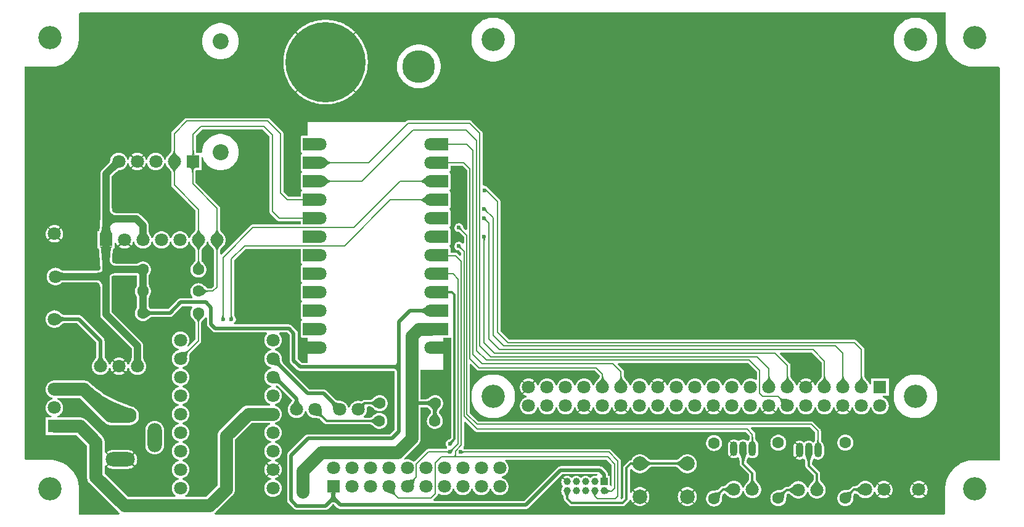
<source format=gtl>
G04*
G04 #@! TF.GenerationSoftware,Altium Limited,Altium Designer,20.1.14 (287)*
G04*
G04 Layer_Physical_Order=1*
G04 Layer_Color=255*
%FSLAX44Y44*%
%MOMM*%
G71*
G04*
G04 #@! TF.SameCoordinates,9E3E63A2-1E6E-47A1-B23A-5F7B0E76B0C2*
G04*
G04*
G04 #@! TF.FilePolarity,Positive*
G04*
G01*
G75*
%ADD10C,0.2000*%
%ADD15C,0.3000*%
%ADD17R,2.3800X1.7999*%
%ADD35C,1.0000*%
%ADD36C,1.8000*%
%ADD37C,0.5000*%
%ADD38C,1.8000*%
%ADD39R,1.8000X1.8000*%
%ADD40C,2.2000*%
%ADD41C,3.2000*%
%ADD42C,1.0000*%
%ADD43R,1.0000X1.0000*%
%ADD44O,2.0000X4.0000*%
%ADD45O,4.0000X2.0000*%
%ADD46O,4.5000X2.0000*%
%ADD47R,1.8000X1.8000*%
%ADD48C,1.6000*%
%ADD49C,2.0000*%
%ADD50O,1.0500X2.0000*%
%ADD51C,4.5000*%
%ADD52C,11.0000*%
%ADD53C,0.6000*%
G36*
X1270000Y660001D02*
X1270001Y659999D01*
X1270001Y657378D01*
X1270685Y652179D01*
X1272042Y647114D01*
X1274048Y642270D01*
X1276670Y637729D01*
X1279862Y633569D01*
X1283569Y629861D01*
X1287729Y626669D01*
X1292270Y624047D01*
X1297114Y622040D01*
X1302179Y620683D01*
X1307378Y619999D01*
X1309999Y619999D01*
X1343488Y620000D01*
X1344902Y618586D01*
Y79572D01*
X1309427D01*
X1309426Y79571D01*
X1306805Y79571D01*
X1301606Y78887D01*
X1296541Y77530D01*
X1291697Y75524D01*
X1287156Y72902D01*
X1282996Y69710D01*
X1279288Y66002D01*
X1276096Y61842D01*
X1273474Y57302D01*
X1271467Y52457D01*
X1270110Y47393D01*
X1269426Y42194D01*
X1269426Y39572D01*
X1269427Y6512D01*
X1268012Y5098D01*
X267023D01*
X266123Y6858D01*
X266156Y7098D01*
X266809Y7534D01*
X267549Y8118D01*
X268242Y8758D01*
X290742Y31258D01*
X290742Y31258D01*
X291382Y31951D01*
X291966Y32691D01*
X292162Y32985D01*
X292490Y33475D01*
X292950Y34298D01*
X293345Y35154D01*
X293671Y36039D01*
X293927Y36946D01*
X294111Y37871D01*
X294222Y38808D01*
X294259Y39750D01*
X294259Y39751D01*
Y107776D01*
X317474Y130991D01*
X342403D01*
X342789Y129022D01*
X341904Y128695D01*
X341048Y128300D01*
X340225Y127840D01*
X339441Y127316D01*
X338701Y126732D01*
X338008Y126092D01*
X337368Y125399D01*
X336784Y124659D01*
X336260Y123875D01*
X335800Y123052D01*
X335405Y122196D01*
X335079Y121311D01*
X334823Y120403D01*
X334639Y119479D01*
X334528Y118542D01*
X334491Y117600D01*
X334528Y116658D01*
X334639Y115721D01*
X334823Y114796D01*
X335079Y113889D01*
X335405Y113004D01*
X335800Y112148D01*
X336260Y111325D01*
X336784Y110541D01*
X337368Y109801D01*
X338008Y109108D01*
X338701Y108468D01*
X339441Y107884D01*
X340225Y107360D01*
X341048Y106900D01*
X341904Y106505D01*
X342789Y106179D01*
X343697Y105923D01*
X343712Y105920D01*
Y103880D01*
X343697Y103877D01*
X342789Y103622D01*
X341904Y103295D01*
X341048Y102900D01*
X340225Y102440D01*
X339441Y101916D01*
X338701Y101332D01*
X338008Y100692D01*
X337368Y99999D01*
X336784Y99259D01*
X336260Y98475D01*
X335800Y97652D01*
X335405Y96796D01*
X335079Y95911D01*
X334823Y95003D01*
X334639Y94079D01*
X334528Y93142D01*
X334491Y92200D01*
X334528Y91258D01*
X334639Y90321D01*
X334823Y89396D01*
X335079Y88489D01*
X335405Y87604D01*
X335800Y86748D01*
X336260Y85925D01*
X336784Y85141D01*
X337368Y84401D01*
X338008Y83708D01*
X338701Y83068D01*
X339441Y82484D01*
X340225Y81960D01*
X341048Y81500D01*
X341904Y81105D01*
X342789Y80779D01*
X343697Y80523D01*
X343712Y80520D01*
Y78480D01*
X343697Y78477D01*
X342789Y78222D01*
X341904Y77895D01*
X341048Y77500D01*
X340225Y77040D01*
X339441Y76516D01*
X338747Y75968D01*
X346501Y68214D01*
X354254Y75968D01*
X353559Y76516D01*
X352775Y77040D01*
X351952Y77500D01*
X351096Y77895D01*
X350211Y78222D01*
X349304Y78477D01*
X349288Y78480D01*
Y80520D01*
X349304Y80523D01*
X350211Y80779D01*
X351096Y81105D01*
X351952Y81500D01*
X352775Y81960D01*
X353559Y82484D01*
X354299Y83068D01*
X354992Y83708D01*
X355632Y84401D01*
X356216Y85141D01*
X356740Y85925D01*
X357200Y86748D01*
X357595Y87604D01*
X357921Y88489D01*
X358177Y89396D01*
X358361Y90321D01*
X358472Y91258D01*
X358509Y92200D01*
X358472Y93142D01*
X358361Y94079D01*
X358177Y95003D01*
X357921Y95911D01*
X357595Y96796D01*
X357200Y97652D01*
X356740Y98475D01*
X356216Y99259D01*
X355632Y99999D01*
X354992Y100692D01*
X354299Y101332D01*
X353559Y101916D01*
X352775Y102440D01*
X351952Y102900D01*
X351096Y103295D01*
X350211Y103622D01*
X349304Y103877D01*
X349288Y103880D01*
Y105920D01*
X349304Y105923D01*
X350211Y106179D01*
X351096Y106505D01*
X351952Y106900D01*
X352775Y107360D01*
X353559Y107884D01*
X354299Y108468D01*
X354992Y109108D01*
X355632Y109801D01*
X356216Y110541D01*
X356740Y111325D01*
X357200Y112148D01*
X357595Y113004D01*
X357921Y113889D01*
X358177Y114796D01*
X358361Y115721D01*
X358472Y116658D01*
X358509Y117600D01*
X358472Y118542D01*
X358361Y119479D01*
X358177Y120403D01*
X357921Y121311D01*
X357595Y122196D01*
X357200Y123052D01*
X356740Y123875D01*
X356216Y124659D01*
X355632Y125399D01*
X354992Y126092D01*
X354299Y126732D01*
X353559Y127316D01*
X352775Y127840D01*
X351952Y128300D01*
X351096Y128695D01*
X350211Y129022D01*
X349304Y129277D01*
X349288Y129280D01*
Y131320D01*
X349304Y131323D01*
X350211Y131579D01*
X351096Y131905D01*
X351952Y132300D01*
X352775Y132760D01*
X353559Y133284D01*
X354299Y133868D01*
X354992Y134508D01*
X355632Y135201D01*
X356216Y135941D01*
X356740Y136725D01*
X357200Y137548D01*
X357595Y138404D01*
X357921Y139289D01*
X358177Y140197D01*
X358361Y141121D01*
X358472Y142058D01*
X358509Y143000D01*
X358472Y143942D01*
X358361Y144879D01*
X358177Y145803D01*
X357921Y146711D01*
X357595Y147596D01*
X357200Y148452D01*
X356740Y149275D01*
X356216Y150059D01*
X355632Y150799D01*
X354992Y151492D01*
X354299Y152132D01*
X353559Y152716D01*
X352775Y153240D01*
X351952Y153700D01*
X351096Y154095D01*
X350211Y154422D01*
X349304Y154677D01*
X349288Y154680D01*
Y156720D01*
X349304Y156723D01*
X350211Y156979D01*
X351096Y157305D01*
X351952Y157700D01*
X352775Y158160D01*
X353559Y158684D01*
X354299Y159268D01*
X354992Y159908D01*
X355632Y160601D01*
X356216Y161341D01*
X356740Y162125D01*
X357200Y162948D01*
X357595Y163804D01*
X357921Y164689D01*
X358177Y165597D01*
X358361Y166521D01*
X358472Y167458D01*
X358509Y168400D01*
X358472Y169342D01*
X358361Y170279D01*
X358177Y171203D01*
X357921Y172111D01*
X357595Y172996D01*
X357200Y173852D01*
X356740Y174675D01*
X356216Y175459D01*
X355632Y176199D01*
X354992Y176892D01*
X354299Y177532D01*
X353559Y178116D01*
X352775Y178640D01*
X351952Y179100D01*
X351096Y179495D01*
X350621Y179670D01*
X350354Y180849D01*
X350489Y181821D01*
X351293Y182203D01*
X351513Y182184D01*
X352006Y182091D01*
X352453Y181957D01*
X352863Y181783D01*
X353250Y181564D01*
X353622Y181295D01*
X354053Y180907D01*
X373021Y161939D01*
X372892Y161568D01*
X372654Y161037D01*
X372350Y160484D01*
X371975Y159910D01*
X371525Y159315D01*
X370999Y158704D01*
X370337Y158019D01*
X370334Y158015D01*
X370308Y157992D01*
X369668Y157299D01*
X369084Y156559D01*
X368560Y155775D01*
X368100Y154952D01*
X367705Y154096D01*
X367379Y153211D01*
X367123Y152303D01*
X366939Y151379D01*
X366828Y150442D01*
X366791Y149500D01*
X366828Y148558D01*
X366939Y147621D01*
X367123Y146697D01*
X367379Y145789D01*
X367705Y144904D01*
X368100Y144048D01*
X368560Y143225D01*
X369084Y142441D01*
X369668Y141701D01*
X370308Y141008D01*
X371001Y140368D01*
X371741Y139784D01*
X372525Y139260D01*
X373348Y138800D01*
X374204Y138405D01*
X375089Y138078D01*
X375997Y137823D01*
X376921Y137639D01*
X377858Y137528D01*
X378800Y137491D01*
X379742Y137528D01*
X380679Y137639D01*
X381604Y137823D01*
X382511Y138078D01*
X383396Y138405D01*
X384252Y138800D01*
X385075Y139260D01*
X385859Y139784D01*
X386599Y140368D01*
X387292Y141008D01*
X387932Y141701D01*
X388516Y142441D01*
X389040Y143225D01*
X389500Y144048D01*
X389895Y144904D01*
X390221Y145789D01*
X390477Y146697D01*
X390480Y146712D01*
X392520D01*
X392523Y146697D01*
X392779Y145789D01*
X393105Y144904D01*
X393500Y144048D01*
X393960Y143225D01*
X394484Y142441D01*
X395068Y141701D01*
X395708Y141008D01*
X396401Y140368D01*
X397141Y139784D01*
X397925Y139260D01*
X398748Y138800D01*
X399604Y138405D01*
X400489Y138078D01*
X401396Y137823D01*
X402321Y137639D01*
X403258Y137528D01*
X404200Y137491D01*
X404251Y137493D01*
X404268Y137491D01*
X405478Y137483D01*
X407604Y137340D01*
X408432Y137222D01*
X409176Y137069D01*
X409800Y136894D01*
X410299Y136707D01*
X410675Y136522D01*
X410934Y136354D01*
X411180Y136142D01*
X417011Y130311D01*
X417455Y129922D01*
X417945Y129595D01*
X418474Y129334D01*
X419033Y129144D01*
X419611Y129029D01*
X420200Y128990D01*
X479946D01*
X480236Y128970D01*
X480501Y128918D01*
X480847Y128810D01*
X481269Y128632D01*
X481760Y128375D01*
X482314Y128034D01*
X482895Y127627D01*
X484311Y126468D01*
X485071Y125765D01*
X485151Y125702D01*
X485501Y125379D01*
X486179Y124844D01*
X486898Y124364D01*
X487652Y123941D01*
X488437Y123580D01*
X489248Y123280D01*
X490080Y123046D01*
X490928Y122877D01*
X491786Y122775D01*
X492650Y122741D01*
X493514Y122775D01*
X494372Y122877D01*
X495220Y123046D01*
X496052Y123280D01*
X496863Y123580D01*
X497648Y123941D01*
X498402Y124364D01*
X499121Y124844D01*
X499799Y125379D01*
X500434Y125966D01*
X501021Y126601D01*
X501556Y127279D01*
X502036Y127998D01*
X502459Y128752D01*
X502821Y129537D01*
X503120Y130348D01*
X503354Y131180D01*
X503523Y132028D01*
X503624Y132886D01*
X503658Y133750D01*
X503624Y134614D01*
X503523Y135472D01*
X503354Y136320D01*
X503120Y137152D01*
X502821Y137963D01*
X502459Y138748D01*
X502036Y139502D01*
X501556Y140221D01*
X501021Y140899D01*
X500434Y141534D01*
X499799Y142121D01*
X499121Y142656D01*
X498402Y143136D01*
X497648Y143559D01*
X496863Y143920D01*
X496052Y144220D01*
X495220Y144454D01*
X494372Y144623D01*
X493514Y144725D01*
X492650Y144759D01*
X491786Y144725D01*
X490928Y144623D01*
X490080Y144454D01*
X489248Y144220D01*
X488437Y143920D01*
X487652Y143559D01*
X486898Y143136D01*
X486179Y142656D01*
X485501Y142121D01*
X484866Y141534D01*
X484682Y141335D01*
X484637Y141297D01*
X483214Y139874D01*
X482639Y139378D01*
X482082Y138951D01*
X481574Y138614D01*
X481121Y138361D01*
X480731Y138188D01*
X480408Y138082D01*
X480150Y138030D01*
X479850Y138010D01*
X471805D01*
X471112Y140010D01*
X471249Y140118D01*
X471942Y140758D01*
X472582Y141451D01*
X473166Y142191D01*
X473690Y142975D01*
X474150Y143798D01*
X474545Y144654D01*
X474871Y145539D01*
X475127Y146447D01*
X475311Y147371D01*
X475422Y148308D01*
X475459Y149250D01*
X475422Y150192D01*
X475311Y151129D01*
X475239Y151490D01*
X475989Y152793D01*
X476800Y153490D01*
X480144D01*
X480439Y153470D01*
X480701Y153418D01*
X481036Y153311D01*
X481442Y153135D01*
X481914Y152880D01*
X482445Y152540D01*
X482999Y152135D01*
X484354Y150964D01*
X485078Y150253D01*
X485092Y150241D01*
X485116Y150216D01*
X485751Y149629D01*
X486429Y149094D01*
X487148Y148614D01*
X487902Y148191D01*
X488687Y147830D01*
X489498Y147530D01*
X490330Y147296D01*
X491178Y147127D01*
X492036Y147025D01*
X492900Y146992D01*
X493764Y147025D01*
X494622Y147127D01*
X495470Y147296D01*
X496302Y147530D01*
X497113Y147830D01*
X497898Y148191D01*
X498652Y148614D01*
X499371Y149094D01*
X500049Y149629D01*
X500684Y150216D01*
X501271Y150851D01*
X501806Y151529D01*
X502286Y152248D01*
X502709Y153002D01*
X503070Y153787D01*
X503370Y154598D01*
X503604Y155430D01*
X503773Y156278D01*
X503875Y157136D01*
X503909Y158000D01*
X503875Y158864D01*
X503773Y159722D01*
X503604Y160570D01*
X503370Y161402D01*
X503070Y162213D01*
X502709Y162998D01*
X502286Y163752D01*
X501806Y164471D01*
X501271Y165149D01*
X500684Y165784D01*
X500049Y166371D01*
X499371Y166906D01*
X498652Y167386D01*
X497898Y167809D01*
X497113Y168171D01*
X496302Y168470D01*
X495470Y168704D01*
X494622Y168873D01*
X493764Y168974D01*
X492900Y169009D01*
X492036Y168974D01*
X491178Y168873D01*
X490330Y168704D01*
X489498Y168470D01*
X488687Y168171D01*
X487902Y167809D01*
X487148Y167386D01*
X486429Y166906D01*
X485751Y166371D01*
X485116Y165784D01*
X485109Y165777D01*
X483633Y164384D01*
X483028Y163887D01*
X482445Y163460D01*
X481914Y163120D01*
X481442Y162865D01*
X481036Y162689D01*
X480701Y162582D01*
X480439Y162530D01*
X480144Y162510D01*
X472200D01*
X471611Y162471D01*
X471033Y162356D01*
X470474Y162166D01*
X469945Y161905D01*
X469455Y161578D01*
X469175Y161332D01*
X469100Y161273D01*
X468756Y160957D01*
X468532Y160784D01*
X468342Y160666D01*
X468187Y160591D01*
X468061Y160548D01*
X467952Y160525D01*
X467845Y160517D01*
X467722Y160523D01*
X467567Y160549D01*
X467231Y160646D01*
X467161Y160672D01*
X466254Y160927D01*
X465329Y161111D01*
X464392Y161222D01*
X463450Y161259D01*
X462508Y161222D01*
X461571Y161111D01*
X460647Y160927D01*
X459739Y160672D01*
X458854Y160345D01*
X457998Y159950D01*
X457175Y159490D01*
X456391Y158966D01*
X455651Y158382D01*
X454958Y157742D01*
X454318Y157049D01*
X453734Y156309D01*
X453210Y155525D01*
X452750Y154702D01*
X452355Y153846D01*
X452029Y152961D01*
X451773Y152053D01*
X451770Y152038D01*
X449730D01*
X449727Y152053D01*
X449472Y152961D01*
X449145Y153846D01*
X448750Y154702D01*
X448290Y155525D01*
X447766Y156309D01*
X447182Y157049D01*
X446542Y157742D01*
X445849Y158382D01*
X445109Y158966D01*
X444325Y159490D01*
X443502Y159950D01*
X442646Y160345D01*
X441761Y160672D01*
X440854Y160927D01*
X439929Y161111D01*
X438992Y161222D01*
X438050Y161259D01*
X438016Y161258D01*
X438010Y161258D01*
X437059Y161274D01*
X436253Y161334D01*
X435515Y161437D01*
X434844Y161578D01*
X434238Y161754D01*
X433694Y161961D01*
X433207Y162197D01*
X432769Y162462D01*
X432375Y162755D01*
X431952Y163138D01*
X419695Y175395D01*
X419235Y175807D01*
X418731Y176164D01*
X418190Y176463D01*
X417619Y176700D01*
X417026Y176870D01*
X416417Y176974D01*
X415800Y177009D01*
X396482D01*
X360388Y213102D01*
X360005Y213525D01*
X359712Y213920D01*
X359448Y214357D01*
X359211Y214844D01*
X359003Y215388D01*
X358828Y215994D01*
X358687Y216665D01*
X358584Y217403D01*
X358524Y218209D01*
X358508Y219160D01*
X358508Y219166D01*
X358509Y219200D01*
X358472Y220142D01*
X358361Y221079D01*
X358177Y222003D01*
X357921Y222911D01*
X357595Y223796D01*
X357200Y224652D01*
X356740Y225475D01*
X356216Y226259D01*
X355632Y226999D01*
X354992Y227692D01*
X354299Y228332D01*
X353559Y228916D01*
X352775Y229440D01*
X351952Y229900D01*
X351096Y230295D01*
X350211Y230621D01*
X349304Y230877D01*
X349288Y230880D01*
Y232920D01*
X349304Y232923D01*
X350211Y233179D01*
X351096Y233505D01*
X351952Y233900D01*
X352775Y234360D01*
X353559Y234884D01*
X354299Y235468D01*
X354992Y236108D01*
X355632Y236801D01*
X356216Y237541D01*
X356740Y238325D01*
X357200Y239148D01*
X357595Y240004D01*
X357921Y240889D01*
X358177Y241796D01*
X358361Y242721D01*
X358472Y243658D01*
X358509Y244600D01*
X358472Y245542D01*
X358361Y246479D01*
X358177Y247404D01*
X357921Y248311D01*
X357595Y249196D01*
X357200Y250052D01*
X356740Y250875D01*
X356216Y251659D01*
X355632Y252399D01*
X355085Y252991D01*
X355123Y253371D01*
X355883Y254991D01*
X366218D01*
X369491Y251718D01*
Y216500D01*
X369526Y215883D01*
X369630Y215274D01*
X369800Y214681D01*
X370037Y214110D01*
X370336Y213569D01*
X370693Y213065D01*
X371105Y212605D01*
X379855Y203855D01*
X380315Y203443D01*
X380819Y203086D01*
X381360Y202787D01*
X381931Y202551D01*
X382524Y202379D01*
X383133Y202276D01*
X383750Y202241D01*
X511660D01*
X512358Y202205D01*
X512809Y202125D01*
X513102Y202027D01*
X513269Y201938D01*
X513362Y201861D01*
X513438Y201768D01*
X513527Y201602D01*
X513625Y201309D01*
X513705Y200858D01*
X513741Y200159D01*
Y121282D01*
X507718Y115259D01*
X394750D01*
X394133Y115224D01*
X393524Y115120D01*
X392931Y114950D01*
X392360Y114713D01*
X391819Y114414D01*
X391315Y114057D01*
X390855Y113645D01*
X367355Y90145D01*
X366943Y89685D01*
X366586Y89181D01*
X366287Y88640D01*
X366050Y88069D01*
X365880Y87476D01*
X365776Y86867D01*
X365741Y86250D01*
Y25000D01*
X365776Y24383D01*
X365880Y23774D01*
X366050Y23181D01*
X366287Y22610D01*
X366586Y22069D01*
X366943Y21565D01*
X367355Y21105D01*
X375355Y13105D01*
X375815Y12693D01*
X376319Y12336D01*
X376860Y12037D01*
X377431Y11801D01*
X378024Y11629D01*
X378633Y11526D01*
X379250Y11491D01*
X418600D01*
X419217Y11526D01*
X419826Y11630D01*
X420419Y11801D01*
X420990Y12037D01*
X421531Y12336D01*
X422035Y12693D01*
X422495Y13105D01*
X427827Y18437D01*
X428348Y18906D01*
X428723Y19168D01*
X428999Y19306D01*
X429180Y19361D01*
X429300Y19372D01*
X429420Y19361D01*
X429601Y19306D01*
X429877Y19168D01*
X430252Y18906D01*
X430772Y18437D01*
X434855Y14355D01*
X435315Y13943D01*
X435819Y13586D01*
X436360Y13287D01*
X436931Y13050D01*
X437524Y12880D01*
X438133Y12776D01*
X438750Y12741D01*
X694000Y12741D01*
X694617Y12776D01*
X695226Y12880D01*
X695819Y13051D01*
X696390Y13287D01*
X696931Y13586D01*
X697435Y13943D01*
X697895Y14355D01*
X743782Y60241D01*
X791871D01*
X792094Y59907D01*
X791230Y57717D01*
X791058Y57663D01*
X790773Y57765D01*
X790011Y57956D01*
X789233Y58071D01*
X788448Y58110D01*
X787663Y58071D01*
X786886Y57956D01*
X786123Y57765D01*
X785383Y57500D01*
X784673Y57164D01*
X783998Y56760D01*
X783367Y56292D01*
X782689Y55764D01*
X781508D01*
X780830Y56291D01*
X780198Y56760D01*
X779524Y57164D01*
X778813Y57500D01*
X778074Y57765D01*
X777311Y57956D01*
X776534Y58071D01*
X775748Y58110D01*
X774963Y58071D01*
X774186Y57956D01*
X773423Y57765D01*
X772683Y57500D01*
X771973Y57164D01*
X771299Y56760D01*
X770667Y56292D01*
X769989Y55764D01*
X768808D01*
X768130Y56291D01*
X767498Y56760D01*
X766824Y57164D01*
X766114Y57500D01*
X765374Y57765D01*
X764611Y57956D01*
X763833Y58071D01*
X763048Y58110D01*
X762263Y58071D01*
X761486Y57956D01*
X760723Y57765D01*
X759983Y57500D01*
X759273Y57164D01*
X758598Y56760D01*
X757967Y56292D01*
X757289Y55764D01*
X756108D01*
X755430Y56291D01*
X754798Y56760D01*
X754124Y57164D01*
X753413Y57500D01*
X752673Y57765D01*
X751911Y57956D01*
X751133Y58071D01*
X750348Y58110D01*
X749563Y58071D01*
X748786Y57956D01*
X748023Y57765D01*
X747283Y57500D01*
X746573Y57164D01*
X745899Y56760D01*
X745441Y56420D01*
X751055Y50807D01*
X749641Y49392D01*
X744027Y55006D01*
X743689Y54550D01*
X743285Y53876D01*
X742949Y53165D01*
X742684Y52425D01*
X742493Y51663D01*
X742377Y50885D01*
X742339Y50100D01*
X742377Y49315D01*
X742493Y48537D01*
X742684Y47775D01*
X742949Y47035D01*
X743285Y46324D01*
X743689Y45650D01*
X744157Y45019D01*
X744685Y44341D01*
X744686Y43161D01*
X744158Y42481D01*
X743690Y41850D01*
X743286Y41176D01*
X742950Y40465D01*
X742685Y39725D01*
X742494Y38963D01*
X742379Y38185D01*
X742340Y37400D01*
X742379Y36615D01*
X742494Y35837D01*
X742685Y35075D01*
X742950Y34335D01*
X743286Y33624D01*
X743690Y32950D01*
X744158Y32319D01*
X744686Y31736D01*
X744698Y31726D01*
X744997Y31415D01*
X745210Y31164D01*
X745385Y30928D01*
X745523Y30709D01*
X745630Y30505D01*
X745710Y30318D01*
X745768Y30141D01*
X745807Y29972D01*
X745830Y29804D01*
X745840Y29571D01*
Y27150D01*
X745879Y26561D01*
X745994Y25983D01*
X746184Y25424D01*
X746445Y24895D01*
X746772Y24405D01*
X747161Y23961D01*
X753311Y17811D01*
X753755Y17422D01*
X754245Y17095D01*
X754774Y16834D01*
X755333Y16644D01*
X755911Y16529D01*
X756500Y16490D01*
X826750D01*
X827339Y16529D01*
X827917Y16644D01*
X828476Y16834D01*
X829005Y17095D01*
X829495Y17422D01*
X829939Y17811D01*
X835189Y23061D01*
X835578Y23505D01*
X835906Y23995D01*
X836166Y24524D01*
X836300Y24917D01*
X836815Y25111D01*
X837903Y25179D01*
X838384Y25029D01*
X838667Y24346D01*
X839083Y23516D01*
X839557Y22717D01*
X840086Y21954D01*
X840624Y21288D01*
X849086Y29749D01*
X840623Y38212D01*
X840086Y37546D01*
X839557Y36783D01*
X839083Y35984D01*
X838667Y35154D01*
X838510Y34773D01*
X836510Y35171D01*
Y66882D01*
X837333Y67705D01*
X838552Y67712D01*
X839809Y67353D01*
X840086Y66954D01*
X840669Y66231D01*
X841302Y65552D01*
X841981Y64919D01*
X842704Y64336D01*
X843467Y63807D01*
X844266Y63333D01*
X845096Y62917D01*
X845954Y62562D01*
X846835Y62269D01*
X847735Y62039D01*
X848649Y61874D01*
X849572Y61775D01*
X850500Y61742D01*
X851428Y61775D01*
X852351Y61874D01*
X853265Y62039D01*
X854165Y62269D01*
X855046Y62562D01*
X855904Y62917D01*
X856734Y63333D01*
X857533Y63807D01*
X858296Y64336D01*
X859019Y64919D01*
X859698Y65552D01*
X860109Y65993D01*
X860159Y66037D01*
X862026Y67993D01*
X862815Y68715D01*
X863570Y69335D01*
X864261Y69832D01*
X864879Y70209D01*
X865414Y70472D01*
X865855Y70633D01*
X866197Y70711D01*
X866564Y70740D01*
X899436D01*
X899803Y70711D01*
X900145Y70633D01*
X900586Y70472D01*
X901121Y70209D01*
X901739Y69832D01*
X902430Y69335D01*
X903157Y68738D01*
X904881Y67081D01*
X905802Y66080D01*
X905866Y66020D01*
X906302Y65552D01*
X906981Y64919D01*
X907704Y64336D01*
X908467Y63807D01*
X909266Y63333D01*
X910096Y62917D01*
X910954Y62562D01*
X911835Y62269D01*
X912735Y62039D01*
X913649Y61874D01*
X914572Y61775D01*
X915500Y61742D01*
X916428Y61775D01*
X917351Y61874D01*
X918265Y62039D01*
X919165Y62269D01*
X920046Y62562D01*
X920904Y62917D01*
X921734Y63333D01*
X922533Y63807D01*
X923296Y64336D01*
X924019Y64919D01*
X924698Y65552D01*
X925331Y66231D01*
X925914Y66954D01*
X926443Y67717D01*
X926917Y68516D01*
X927333Y69346D01*
X927688Y70204D01*
X927981Y71085D01*
X928211Y71985D01*
X928376Y72899D01*
X928475Y73822D01*
X928508Y74750D01*
X928475Y75678D01*
X928376Y76601D01*
X928211Y77515D01*
X927981Y78415D01*
X927688Y79296D01*
X927333Y80154D01*
X926917Y80984D01*
X926443Y81783D01*
X925914Y82546D01*
X925331Y83269D01*
X924698Y83948D01*
X924019Y84581D01*
X923296Y85164D01*
X922533Y85693D01*
X921734Y86167D01*
X920904Y86583D01*
X920046Y86938D01*
X919165Y87231D01*
X918265Y87461D01*
X917351Y87626D01*
X916428Y87725D01*
X915500Y87758D01*
X914572Y87725D01*
X913649Y87626D01*
X912735Y87461D01*
X911835Y87231D01*
X910954Y86938D01*
X910096Y86583D01*
X909266Y86167D01*
X908467Y85693D01*
X907704Y85164D01*
X906981Y84581D01*
X906779Y84393D01*
X906708Y84339D01*
X905611Y83355D01*
X904633Y82533D01*
X902786Y81156D01*
X902034Y80679D01*
X901342Y80298D01*
X900750Y80029D01*
X900272Y79864D01*
X899923Y79787D01*
X899587Y79760D01*
X866413D01*
X866077Y79787D01*
X865728Y79864D01*
X865250Y80029D01*
X864658Y80298D01*
X863966Y80679D01*
X863241Y81139D01*
X860347Y83392D01*
X859292Y84339D01*
X859221Y84393D01*
X859019Y84581D01*
X858296Y85164D01*
X857533Y85693D01*
X856734Y86167D01*
X855904Y86583D01*
X855046Y86938D01*
X854165Y87231D01*
X853265Y87461D01*
X852351Y87626D01*
X851428Y87725D01*
X850500Y87758D01*
X849572Y87725D01*
X848649Y87626D01*
X847735Y87461D01*
X846835Y87231D01*
X845954Y86938D01*
X845096Y86583D01*
X844266Y86167D01*
X843467Y85693D01*
X842704Y85164D01*
X841981Y84581D01*
X841302Y83948D01*
X840669Y83269D01*
X840086Y82546D01*
X839557Y81783D01*
X839083Y80984D01*
X838667Y80154D01*
X838312Y79296D01*
X838303Y79270D01*
X838290Y79269D01*
X837911Y79258D01*
X837815Y79248D01*
X837411Y79221D01*
X836833Y79106D01*
X836274Y78916D01*
X835745Y78656D01*
X835255Y78328D01*
X834811Y77939D01*
X828811Y71939D01*
X828422Y71495D01*
X828095Y71005D01*
X827834Y70476D01*
X827644Y69917D01*
X827529Y69339D01*
X827490Y68750D01*
Y28118D01*
X825389Y26017D01*
X824348Y26155D01*
X823907Y26780D01*
X823472Y28246D01*
X823704Y28716D01*
X823872Y29213D01*
X823974Y29727D01*
X824009Y30250D01*
Y78750D01*
X823974Y79273D01*
X823872Y79788D01*
X823704Y80284D01*
X823472Y80754D01*
X823180Y81190D01*
X822834Y81585D01*
X810835Y93584D01*
X810440Y93930D01*
X810004Y94221D01*
X809534Y94453D01*
X809037Y94622D01*
X808523Y94724D01*
X808000Y94759D01*
X608705D01*
X608591Y94763D01*
X608567Y94766D01*
X608550Y94770D01*
X608537Y94774D01*
X608521Y94780D01*
X608499Y94791D01*
X608466Y94810D01*
X608422Y94842D01*
X608363Y94890D01*
X608251Y94997D01*
X608249Y94999D01*
X608244Y95004D01*
X608201Y95050D01*
X607869Y97008D01*
X607939Y97428D01*
X608045Y97655D01*
X608180Y97810D01*
X608471Y98246D01*
X608703Y98716D01*
X608872Y99213D01*
X608974Y99727D01*
X609009Y100250D01*
Y131959D01*
X610856Y132725D01*
X623915Y119665D01*
X624310Y119320D01*
X624746Y119029D01*
X625216Y118797D01*
X625713Y118628D01*
X626227Y118526D01*
X626750Y118491D01*
X995840D01*
X1000941Y113390D01*
Y111194D01*
X1000941Y111193D01*
X1000913Y109784D01*
X1000835Y108620D01*
X1000712Y107654D01*
X1000576Y106997D01*
X1000361Y106868D01*
X999710Y106385D01*
X998600Y106012D01*
X997490Y106385D01*
X996839Y106868D01*
X996144Y107285D01*
X995411Y107631D01*
X994648Y107904D01*
X993861Y108101D01*
X993060Y108220D01*
X992250Y108260D01*
X991440Y108220D01*
X990639Y108101D01*
X989852Y107904D01*
X989089Y107631D01*
X988356Y107285D01*
X987661Y106868D01*
X987010Y106385D01*
X985900Y106012D01*
X984790Y106385D01*
X984139Y106868D01*
X983444Y107285D01*
X982711Y107631D01*
X981948Y107904D01*
X981161Y108101D01*
X980360Y108220D01*
X979550Y108260D01*
X978740Y108220D01*
X977939Y108101D01*
X977152Y107904D01*
X976389Y107631D01*
X975656Y107285D01*
X974961Y106868D01*
X974465Y106500D01*
X980258Y100707D01*
X978844Y99293D01*
X973051Y105086D01*
X972682Y104589D01*
X972265Y103894D01*
X971919Y103161D01*
X971646Y102398D01*
X971449Y101611D01*
X971330Y100810D01*
X971290Y100000D01*
Y90500D01*
X971330Y89690D01*
X971449Y88889D01*
X971646Y88102D01*
X971919Y87339D01*
X972265Y86606D01*
X972682Y85911D01*
X973051Y85414D01*
X978844Y91207D01*
X980258Y89793D01*
X974465Y84000D01*
X974961Y83632D01*
X975656Y83215D01*
X976389Y82869D01*
X977152Y82596D01*
X977939Y82399D01*
X978740Y82280D01*
X979550Y82240D01*
X980360Y82280D01*
X981161Y82399D01*
X981948Y82596D01*
X982711Y82869D01*
X983444Y83215D01*
X983952Y83520D01*
X984444Y83592D01*
X984945Y83527D01*
X985972Y83112D01*
X986328Y82810D01*
X986954Y80831D01*
X987480Y78681D01*
X987627Y77833D01*
X987712Y77085D01*
X987740Y76417D01*
Y74500D01*
X987779Y73911D01*
X987894Y73333D01*
X988084Y72774D01*
X988345Y72245D01*
X988672Y71755D01*
X989061Y71311D01*
X1000440Y59932D01*
Y53881D01*
X1000416Y53558D01*
X1000352Y53255D01*
X1000217Y52859D01*
X999996Y52373D01*
X999679Y51809D01*
X999260Y51175D01*
X998758Y50506D01*
X997355Y48901D01*
X996507Y48040D01*
X996496Y48026D01*
X996458Y47992D01*
X995818Y47299D01*
X995234Y46559D01*
X994710Y45775D01*
X994250Y44952D01*
X993855Y44096D01*
X993529Y43211D01*
X993273Y42304D01*
X993270Y42288D01*
X991230D01*
X991227Y42304D01*
X990972Y43211D01*
X990645Y44096D01*
X990250Y44952D01*
X989790Y45775D01*
X989266Y46559D01*
X988682Y47299D01*
X988042Y47992D01*
X987349Y48632D01*
X986609Y49216D01*
X985825Y49740D01*
X985002Y50200D01*
X984146Y50595D01*
X983261Y50922D01*
X982354Y51177D01*
X981429Y51361D01*
X980492Y51472D01*
X979550Y51509D01*
X978608Y51472D01*
X977671Y51361D01*
X976747Y51177D01*
X975839Y50922D01*
X974954Y50595D01*
X974098Y50200D01*
X973275Y49740D01*
X972491Y49216D01*
X971751Y48632D01*
X971058Y47992D01*
X971024Y47954D01*
X971010Y47943D01*
X970149Y47094D01*
X968544Y45691D01*
X967876Y45190D01*
X967241Y44771D01*
X966677Y44454D01*
X966191Y44233D01*
X965795Y44098D01*
X965492Y44034D01*
X965169Y44010D01*
X964600D01*
X964011Y43971D01*
X963433Y43856D01*
X962874Y43666D01*
X962345Y43405D01*
X961855Y43078D01*
X961411Y42689D01*
X958081Y39359D01*
X957858Y39164D01*
X957636Y39016D01*
X957324Y38855D01*
X956912Y38693D01*
X956398Y38539D01*
X955782Y38403D01*
X955104Y38299D01*
X953318Y38168D01*
X952304Y38159D01*
X952285Y38157D01*
X952250Y38159D01*
X951386Y38124D01*
X950528Y38023D01*
X949680Y37854D01*
X948848Y37620D01*
X948037Y37320D01*
X947252Y36959D01*
X946498Y36536D01*
X945779Y36056D01*
X945101Y35521D01*
X944466Y34934D01*
X943879Y34299D01*
X943344Y33621D01*
X942864Y32902D01*
X942441Y32148D01*
X942079Y31363D01*
X941780Y30552D01*
X941546Y29720D01*
X941377Y28872D01*
X941275Y28014D01*
X941242Y27150D01*
X941275Y26286D01*
X941377Y25428D01*
X941546Y24580D01*
X941780Y23748D01*
X942079Y22937D01*
X942441Y22152D01*
X942864Y21398D01*
X943344Y20679D01*
X943879Y20001D01*
X944466Y19366D01*
X945101Y18779D01*
X945779Y18244D01*
X946498Y17764D01*
X947252Y17341D01*
X948037Y16980D01*
X948848Y16680D01*
X949680Y16446D01*
X950528Y16277D01*
X951386Y16176D01*
X952250Y16142D01*
X953114Y16176D01*
X953972Y16277D01*
X954820Y16446D01*
X955652Y16680D01*
X956463Y16980D01*
X957248Y17341D01*
X958002Y17764D01*
X958721Y18244D01*
X959399Y18779D01*
X960034Y19366D01*
X960621Y20001D01*
X961156Y20679D01*
X961636Y21398D01*
X962059Y22152D01*
X962421Y22937D01*
X962720Y23748D01*
X962954Y24580D01*
X963123Y25428D01*
X963224Y26286D01*
X963259Y27150D01*
X963258Y27159D01*
X963317Y29189D01*
X963393Y29967D01*
X963503Y30682D01*
X963639Y31298D01*
X963792Y31812D01*
X963955Y32224D01*
X964116Y32536D01*
X964264Y32758D01*
X964459Y32981D01*
X966228Y34750D01*
X966677Y34546D01*
X967241Y34229D01*
X967876Y33810D01*
X968544Y33308D01*
X970149Y31905D01*
X971010Y31057D01*
X971023Y31046D01*
X971058Y31008D01*
X971751Y30368D01*
X972491Y29784D01*
X973275Y29260D01*
X974098Y28800D01*
X974954Y28405D01*
X975839Y28078D01*
X976747Y27823D01*
X977671Y27639D01*
X978608Y27528D01*
X979550Y27491D01*
X980492Y27528D01*
X981429Y27639D01*
X982354Y27823D01*
X983261Y28078D01*
X984146Y28405D01*
X985002Y28800D01*
X985825Y29260D01*
X986609Y29784D01*
X987349Y30368D01*
X988042Y31008D01*
X988682Y31701D01*
X989266Y32441D01*
X989790Y33225D01*
X990250Y34048D01*
X990645Y34904D01*
X990972Y35789D01*
X991227Y36697D01*
X991230Y36711D01*
X993270D01*
X993273Y36697D01*
X993529Y35789D01*
X993855Y34904D01*
X994250Y34048D01*
X994710Y33225D01*
X995234Y32441D01*
X995818Y31701D01*
X996458Y31008D01*
X997151Y30368D01*
X997891Y29784D01*
X998675Y29260D01*
X999498Y28800D01*
X1000354Y28405D01*
X1001239Y28078D01*
X1002147Y27823D01*
X1003071Y27639D01*
X1004008Y27528D01*
X1004950Y27491D01*
X1005892Y27528D01*
X1006829Y27639D01*
X1007754Y27823D01*
X1008661Y28078D01*
X1009546Y28405D01*
X1010402Y28800D01*
X1011225Y29260D01*
X1012009Y29784D01*
X1012749Y30368D01*
X1013442Y31008D01*
X1014082Y31701D01*
X1014666Y32441D01*
X1015190Y33225D01*
X1015650Y34048D01*
X1016045Y34904D01*
X1016372Y35789D01*
X1016627Y36697D01*
X1016811Y37621D01*
X1016922Y38558D01*
X1016959Y39500D01*
X1016922Y40442D01*
X1016811Y41379D01*
X1016627Y42304D01*
X1016372Y43211D01*
X1016045Y44096D01*
X1015650Y44952D01*
X1015190Y45775D01*
X1014666Y46559D01*
X1014082Y47299D01*
X1013442Y47992D01*
X1013404Y48026D01*
X1013393Y48040D01*
X1012544Y48901D01*
X1011141Y50506D01*
X1010640Y51175D01*
X1010221Y51809D01*
X1009904Y52373D01*
X1009683Y52859D01*
X1009548Y53255D01*
X1009484Y53558D01*
X1009460Y53881D01*
Y61800D01*
X1009421Y62389D01*
X1009306Y62967D01*
X1009116Y63526D01*
X1008856Y64055D01*
X1008528Y64545D01*
X1008139Y64989D01*
X996760Y76368D01*
Y76417D01*
X996786Y77040D01*
X997035Y78752D01*
X997228Y79621D01*
X998259Y82731D01*
X998464Y82926D01*
X999734Y83399D01*
X1000614Y83480D01*
X1001056Y83215D01*
X1001789Y82869D01*
X1002552Y82596D01*
X1003339Y82399D01*
X1004140Y82280D01*
X1004950Y82240D01*
X1005760Y82280D01*
X1006561Y82399D01*
X1007348Y82596D01*
X1008111Y82869D01*
X1008844Y83215D01*
X1009539Y83632D01*
X1010190Y84115D01*
X1010791Y84659D01*
X1011335Y85260D01*
X1011818Y85911D01*
X1012235Y86606D01*
X1012581Y87339D01*
X1012854Y88102D01*
X1013051Y88889D01*
X1013170Y89690D01*
X1013210Y90500D01*
Y100000D01*
X1013170Y100810D01*
X1013051Y101611D01*
X1012854Y102398D01*
X1012581Y103161D01*
X1012235Y103894D01*
X1011818Y104589D01*
X1011335Y105240D01*
X1010791Y105841D01*
X1010190Y106385D01*
X1009539Y106868D01*
X1009324Y106997D01*
X1009198Y107607D01*
X1008986Y109826D01*
X1008959Y111193D01*
X1008959Y111194D01*
Y115050D01*
X1008924Y115573D01*
X1008822Y116088D01*
X1008653Y116584D01*
X1008421Y117054D01*
X1008130Y117490D01*
X1007785Y117885D01*
X1002525Y123144D01*
X1003291Y124991D01*
X1084090D01*
X1090941Y118140D01*
Y109444D01*
X1090941Y109443D01*
X1090913Y108034D01*
X1090835Y106870D01*
X1090712Y105904D01*
X1090576Y105247D01*
X1090361Y105118D01*
X1089710Y104635D01*
X1088600Y104262D01*
X1087490Y104635D01*
X1086839Y105118D01*
X1086144Y105535D01*
X1085411Y105881D01*
X1084648Y106154D01*
X1083861Y106351D01*
X1083060Y106470D01*
X1082250Y106510D01*
X1081440Y106470D01*
X1080639Y106351D01*
X1079852Y106154D01*
X1079089Y105881D01*
X1078356Y105535D01*
X1077661Y105118D01*
X1077010Y104635D01*
X1075900Y104262D01*
X1074790Y104635D01*
X1074139Y105118D01*
X1073444Y105535D01*
X1072711Y105881D01*
X1071948Y106154D01*
X1071161Y106351D01*
X1070360Y106470D01*
X1069550Y106510D01*
X1068740Y106470D01*
X1067939Y106351D01*
X1067152Y106154D01*
X1066389Y105881D01*
X1065656Y105535D01*
X1064961Y105118D01*
X1064465Y104750D01*
X1070257Y98957D01*
X1068843Y97543D01*
X1063051Y103336D01*
X1062682Y102839D01*
X1062265Y102144D01*
X1061919Y101411D01*
X1061646Y100648D01*
X1061449Y99861D01*
X1061330Y99060D01*
X1061290Y98250D01*
Y88750D01*
X1061330Y87940D01*
X1061449Y87139D01*
X1061646Y86352D01*
X1061919Y85589D01*
X1062265Y84856D01*
X1062682Y84161D01*
X1063050Y83665D01*
X1068843Y89457D01*
X1070257Y88043D01*
X1064465Y82250D01*
X1064961Y81882D01*
X1065656Y81465D01*
X1066389Y81119D01*
X1067152Y80846D01*
X1067939Y80649D01*
X1068740Y80530D01*
X1069550Y80490D01*
X1070360Y80530D01*
X1071161Y80649D01*
X1071948Y80846D01*
X1072711Y81119D01*
X1073444Y81465D01*
X1073952Y81770D01*
X1074444Y81842D01*
X1074945Y81777D01*
X1075972Y81362D01*
X1076328Y81060D01*
X1076954Y79081D01*
X1077480Y76931D01*
X1077627Y76083D01*
X1077712Y75335D01*
X1077740Y74668D01*
Y71750D01*
X1077779Y71161D01*
X1077894Y70583D01*
X1078084Y70024D01*
X1078344Y69495D01*
X1078672Y69005D01*
X1079061Y68561D01*
X1088940Y58682D01*
Y53381D01*
X1088916Y53058D01*
X1088852Y52755D01*
X1088717Y52359D01*
X1088496Y51873D01*
X1088179Y51309D01*
X1087760Y50675D01*
X1087259Y50006D01*
X1085855Y48401D01*
X1085007Y47540D01*
X1084996Y47526D01*
X1084958Y47492D01*
X1084318Y46799D01*
X1083734Y46059D01*
X1083210Y45275D01*
X1082750Y44452D01*
X1082355Y43596D01*
X1082029Y42711D01*
X1081773Y41803D01*
X1081770Y41789D01*
X1079730D01*
X1079727Y41803D01*
X1079472Y42711D01*
X1079145Y43596D01*
X1078750Y44452D01*
X1078290Y45275D01*
X1077766Y46059D01*
X1077182Y46799D01*
X1076542Y47492D01*
X1075849Y48132D01*
X1075109Y48716D01*
X1074325Y49240D01*
X1073502Y49700D01*
X1072646Y50095D01*
X1071761Y50422D01*
X1070854Y50677D01*
X1069929Y50861D01*
X1068992Y50972D01*
X1068050Y51009D01*
X1067108Y50972D01*
X1066171Y50861D01*
X1065247Y50677D01*
X1064339Y50422D01*
X1063454Y50095D01*
X1062598Y49700D01*
X1061775Y49240D01*
X1060991Y48716D01*
X1060251Y48132D01*
X1059558Y47492D01*
X1059148Y47048D01*
X1059101Y47006D01*
X1057488Y45308D01*
X1056820Y44699D01*
X1056176Y44176D01*
X1055586Y43760D01*
X1055061Y43447D01*
X1054606Y43231D01*
X1054230Y43099D01*
X1053934Y43035D01*
X1053599Y43010D01*
X1051600D01*
X1051011Y42971D01*
X1050433Y42856D01*
X1049874Y42666D01*
X1049345Y42406D01*
X1048855Y42078D01*
X1048411Y41689D01*
X1046331Y39609D01*
X1046108Y39414D01*
X1045886Y39266D01*
X1045574Y39105D01*
X1045162Y38942D01*
X1044648Y38789D01*
X1044032Y38654D01*
X1043354Y38549D01*
X1041568Y38418D01*
X1040554Y38409D01*
X1040535Y38407D01*
X1040500Y38409D01*
X1039636Y38375D01*
X1038778Y38273D01*
X1037930Y38104D01*
X1037098Y37870D01*
X1036287Y37571D01*
X1035502Y37209D01*
X1034748Y36786D01*
X1034029Y36306D01*
X1033351Y35771D01*
X1032716Y35184D01*
X1032129Y34549D01*
X1031594Y33871D01*
X1031114Y33152D01*
X1030691Y32398D01*
X1030330Y31613D01*
X1030030Y30802D01*
X1029796Y29970D01*
X1029627Y29122D01*
X1029526Y28264D01*
X1029492Y27400D01*
X1029526Y26536D01*
X1029627Y25678D01*
X1029796Y24830D01*
X1030030Y23998D01*
X1030330Y23187D01*
X1030691Y22402D01*
X1031114Y21648D01*
X1031594Y20929D01*
X1032129Y20251D01*
X1032716Y19616D01*
X1033351Y19029D01*
X1034029Y18494D01*
X1034748Y18014D01*
X1035502Y17591D01*
X1036287Y17229D01*
X1037098Y16930D01*
X1037930Y16696D01*
X1038778Y16527D01*
X1039636Y16425D01*
X1040500Y16392D01*
X1041364Y16425D01*
X1042222Y16527D01*
X1043070Y16696D01*
X1043902Y16930D01*
X1044713Y17229D01*
X1045498Y17591D01*
X1046252Y18014D01*
X1046971Y18494D01*
X1047649Y19029D01*
X1048284Y19616D01*
X1048871Y20251D01*
X1049406Y20929D01*
X1049886Y21648D01*
X1050309Y22402D01*
X1050670Y23187D01*
X1050970Y23998D01*
X1051204Y24830D01*
X1051373Y25678D01*
X1051475Y26536D01*
X1051508Y27400D01*
X1051508Y27409D01*
X1051567Y29439D01*
X1051643Y30217D01*
X1051753Y30932D01*
X1051889Y31548D01*
X1052042Y32062D01*
X1052205Y32474D01*
X1052366Y32786D01*
X1052514Y33008D01*
X1052709Y33231D01*
X1053468Y33990D01*
X1053768D01*
X1054077Y33967D01*
X1054384Y33903D01*
X1054799Y33766D01*
X1055314Y33543D01*
X1055916Y33224D01*
X1056596Y32806D01*
X1057320Y32305D01*
X1059050Y30930D01*
X1059988Y30099D01*
X1060055Y30049D01*
X1060251Y29868D01*
X1060991Y29284D01*
X1061775Y28760D01*
X1062598Y28300D01*
X1063454Y27905D01*
X1064339Y27578D01*
X1065247Y27323D01*
X1066171Y27139D01*
X1067108Y27028D01*
X1068050Y26991D01*
X1068992Y27028D01*
X1069929Y27139D01*
X1070854Y27323D01*
X1071761Y27578D01*
X1072646Y27905D01*
X1073502Y28300D01*
X1074325Y28760D01*
X1075109Y29284D01*
X1075849Y29868D01*
X1076542Y30508D01*
X1077182Y31201D01*
X1077766Y31941D01*
X1078290Y32725D01*
X1078750Y33548D01*
X1079145Y34404D01*
X1079472Y35289D01*
X1079727Y36196D01*
X1079730Y36212D01*
X1081770D01*
X1081773Y36196D01*
X1082029Y35289D01*
X1082355Y34404D01*
X1082750Y33548D01*
X1083210Y32725D01*
X1083734Y31941D01*
X1084318Y31201D01*
X1084958Y30508D01*
X1085651Y29868D01*
X1086391Y29284D01*
X1087175Y28760D01*
X1087998Y28300D01*
X1088854Y27905D01*
X1089739Y27578D01*
X1090647Y27323D01*
X1091571Y27139D01*
X1092508Y27028D01*
X1093450Y26991D01*
X1094392Y27028D01*
X1095329Y27139D01*
X1096254Y27323D01*
X1097161Y27578D01*
X1098046Y27905D01*
X1098902Y28300D01*
X1099725Y28760D01*
X1100509Y29284D01*
X1101249Y29868D01*
X1101942Y30508D01*
X1102582Y31201D01*
X1103166Y31941D01*
X1103690Y32725D01*
X1104150Y33548D01*
X1104545Y34404D01*
X1104872Y35289D01*
X1105127Y36196D01*
X1105311Y37121D01*
X1105422Y38058D01*
X1105459Y39000D01*
X1105422Y39942D01*
X1105311Y40879D01*
X1105127Y41803D01*
X1104872Y42711D01*
X1104545Y43596D01*
X1104150Y44452D01*
X1103690Y45275D01*
X1103166Y46059D01*
X1102582Y46799D01*
X1101942Y47492D01*
X1101904Y47526D01*
X1101893Y47540D01*
X1101044Y48401D01*
X1099641Y50006D01*
X1099140Y50674D01*
X1098721Y51309D01*
X1098404Y51873D01*
X1098183Y52359D01*
X1098048Y52755D01*
X1097984Y53058D01*
X1097960Y53381D01*
Y60550D01*
X1097921Y61139D01*
X1097806Y61717D01*
X1097616Y62276D01*
X1097355Y62805D01*
X1097028Y63295D01*
X1096639Y63739D01*
X1086760Y73618D01*
Y74668D01*
X1086786Y75290D01*
X1087035Y77002D01*
X1087228Y77871D01*
X1088259Y80981D01*
X1088464Y81176D01*
X1089734Y81649D01*
X1090614Y81730D01*
X1091056Y81465D01*
X1091789Y81119D01*
X1092552Y80846D01*
X1093339Y80649D01*
X1094140Y80530D01*
X1094950Y80490D01*
X1095760Y80530D01*
X1096561Y80649D01*
X1097348Y80846D01*
X1098111Y81119D01*
X1098844Y81465D01*
X1099539Y81882D01*
X1100190Y82365D01*
X1100791Y82909D01*
X1101335Y83510D01*
X1101818Y84161D01*
X1102235Y84856D01*
X1102581Y85589D01*
X1102854Y86352D01*
X1103051Y87139D01*
X1103170Y87940D01*
X1103210Y88750D01*
Y98250D01*
X1103170Y99060D01*
X1103051Y99861D01*
X1102854Y100648D01*
X1102581Y101411D01*
X1102235Y102144D01*
X1101818Y102839D01*
X1101335Y103490D01*
X1100791Y104091D01*
X1100190Y104635D01*
X1099539Y105118D01*
X1099324Y105247D01*
X1099198Y105857D01*
X1098986Y108076D01*
X1098959Y109443D01*
X1098959Y109444D01*
Y119800D01*
X1098924Y120323D01*
X1098822Y120837D01*
X1098653Y121334D01*
X1098421Y121804D01*
X1098130Y122240D01*
X1097785Y122634D01*
X1088585Y131834D01*
X1088190Y132180D01*
X1087754Y132472D01*
X1087284Y132703D01*
X1086787Y132872D01*
X1086273Y132974D01*
X1085750Y133009D01*
X628160D01*
X616758Y144410D01*
Y211209D01*
X618606Y211975D01*
X626916Y203666D01*
X627310Y203320D01*
X627746Y203029D01*
X628216Y202796D01*
X628713Y202628D01*
X629227Y202526D01*
X629750Y202491D01*
X788840D01*
X795191Y196140D01*
Y194491D01*
X795173Y194293D01*
X795121Y194090D01*
X794981Y193738D01*
X794734Y193259D01*
X794370Y192675D01*
X793926Y192053D01*
X791701Y189491D01*
X790764Y188547D01*
X790750Y188531D01*
X790708Y188492D01*
X790068Y187799D01*
X789484Y187059D01*
X788960Y186275D01*
X788500Y185452D01*
X788105Y184596D01*
X787778Y183711D01*
X787523Y182803D01*
X787520Y182789D01*
X785480D01*
X785477Y182803D01*
X785221Y183711D01*
X784895Y184596D01*
X784500Y185452D01*
X784040Y186275D01*
X783516Y187059D01*
X782932Y187799D01*
X782292Y188492D01*
X781599Y189132D01*
X780859Y189716D01*
X780075Y190240D01*
X779252Y190700D01*
X778396Y191095D01*
X777511Y191422D01*
X776603Y191677D01*
X775679Y191861D01*
X774742Y191972D01*
X773800Y192009D01*
X772858Y191972D01*
X771921Y191861D01*
X770996Y191677D01*
X770089Y191422D01*
X769204Y191095D01*
X768348Y190700D01*
X767525Y190240D01*
X766741Y189716D01*
X766001Y189132D01*
X765308Y188492D01*
X764668Y187799D01*
X764084Y187059D01*
X763560Y186275D01*
X763100Y185452D01*
X762705Y184596D01*
X762378Y183711D01*
X762123Y182803D01*
X762120Y182789D01*
X760080D01*
X760077Y182803D01*
X759821Y183711D01*
X759495Y184596D01*
X759100Y185452D01*
X758640Y186275D01*
X758116Y187059D01*
X757532Y187799D01*
X756892Y188492D01*
X756199Y189132D01*
X755459Y189716D01*
X754675Y190240D01*
X753852Y190700D01*
X752996Y191095D01*
X752111Y191422D01*
X751204Y191677D01*
X750279Y191861D01*
X749342Y191972D01*
X748400Y192009D01*
X747458Y191972D01*
X746521Y191861D01*
X745596Y191677D01*
X744689Y191422D01*
X743804Y191095D01*
X742948Y190700D01*
X742125Y190240D01*
X741341Y189716D01*
X740601Y189132D01*
X739908Y188492D01*
X739268Y187799D01*
X738684Y187059D01*
X738160Y186275D01*
X737700Y185452D01*
X737305Y184596D01*
X736979Y183711D01*
X736723Y182803D01*
X736720Y182789D01*
X734680D01*
X734677Y182803D01*
X734421Y183711D01*
X734095Y184596D01*
X733700Y185452D01*
X733240Y186275D01*
X732716Y187059D01*
X732132Y187799D01*
X731492Y188492D01*
X730799Y189132D01*
X730059Y189716D01*
X729275Y190240D01*
X728452Y190700D01*
X727596Y191095D01*
X726711Y191422D01*
X725804Y191677D01*
X724879Y191861D01*
X723942Y191972D01*
X723000Y192009D01*
X722058Y191972D01*
X721121Y191861D01*
X720197Y191677D01*
X719289Y191422D01*
X718404Y191095D01*
X717548Y190700D01*
X716725Y190240D01*
X715941Y189716D01*
X715201Y189132D01*
X714508Y188492D01*
X713868Y187799D01*
X713284Y187059D01*
X712760Y186275D01*
X712300Y185452D01*
X711905Y184596D01*
X711579Y183711D01*
X711323Y182803D01*
X711320Y182789D01*
X709280D01*
X709277Y182803D01*
X709022Y183711D01*
X708695Y184596D01*
X708300Y185452D01*
X707840Y186275D01*
X707316Y187059D01*
X706768Y187754D01*
X698307Y179293D01*
X689846Y170832D01*
X690541Y170284D01*
X691325Y169760D01*
X692148Y169300D01*
X693004Y168905D01*
X693889Y168578D01*
X694797Y168323D01*
X694811Y168320D01*
Y166280D01*
X694797Y166277D01*
X693889Y166021D01*
X693004Y165695D01*
X692148Y165300D01*
X691325Y164840D01*
X690541Y164316D01*
X689801Y163732D01*
X689108Y163092D01*
X688468Y162399D01*
X687884Y161659D01*
X687360Y160875D01*
X686900Y160052D01*
X686505Y159196D01*
X686179Y158311D01*
X685923Y157403D01*
X685739Y156479D01*
X685628Y155542D01*
X685591Y154600D01*
X685628Y153658D01*
X685739Y152721D01*
X685923Y151797D01*
X686179Y150889D01*
X686505Y150004D01*
X686900Y149148D01*
X687360Y148325D01*
X687884Y147541D01*
X688468Y146801D01*
X689108Y146108D01*
X689801Y145468D01*
X690541Y144884D01*
X691325Y144360D01*
X692148Y143900D01*
X693004Y143505D01*
X693889Y143179D01*
X694797Y142923D01*
X695721Y142739D01*
X696658Y142628D01*
X697600Y142591D01*
X698542Y142628D01*
X699479Y142739D01*
X700404Y142923D01*
X701311Y143179D01*
X702196Y143505D01*
X703052Y143900D01*
X703875Y144360D01*
X704659Y144884D01*
X705399Y145468D01*
X706092Y146108D01*
X706732Y146801D01*
X707316Y147541D01*
X707840Y148325D01*
X708300Y149148D01*
X708695Y150004D01*
X709022Y150889D01*
X709277Y151797D01*
X709280Y151812D01*
X711320D01*
X711323Y151797D01*
X711579Y150889D01*
X711905Y150004D01*
X712300Y149148D01*
X712760Y148325D01*
X713284Y147541D01*
X713868Y146801D01*
X714508Y146108D01*
X715201Y145468D01*
X715941Y144884D01*
X716725Y144360D01*
X717548Y143900D01*
X718404Y143505D01*
X719289Y143179D01*
X720197Y142923D01*
X721121Y142739D01*
X722058Y142628D01*
X723000Y142591D01*
X723942Y142628D01*
X724879Y142739D01*
X725804Y142923D01*
X726711Y143179D01*
X727596Y143505D01*
X728452Y143900D01*
X729275Y144360D01*
X730059Y144884D01*
X730799Y145468D01*
X731492Y146108D01*
X732132Y146801D01*
X732716Y147541D01*
X733240Y148325D01*
X733700Y149148D01*
X734095Y150004D01*
X734421Y150889D01*
X734677Y151797D01*
X734680Y151812D01*
X736720D01*
X736723Y151797D01*
X736979Y150889D01*
X737305Y150004D01*
X737700Y149148D01*
X738160Y148325D01*
X738684Y147541D01*
X739268Y146801D01*
X739908Y146108D01*
X740601Y145468D01*
X741341Y144884D01*
X742125Y144360D01*
X742948Y143900D01*
X743804Y143505D01*
X744689Y143179D01*
X745596Y142923D01*
X746521Y142739D01*
X747458Y142628D01*
X748400Y142591D01*
X749342Y142628D01*
X750279Y142739D01*
X751204Y142923D01*
X752111Y143179D01*
X752996Y143505D01*
X753852Y143900D01*
X754675Y144360D01*
X755459Y144884D01*
X756199Y145468D01*
X756892Y146108D01*
X757532Y146801D01*
X758116Y147541D01*
X758640Y148325D01*
X759100Y149148D01*
X759495Y150004D01*
X759821Y150889D01*
X760077Y151797D01*
X760080Y151812D01*
X762120D01*
X762123Y151797D01*
X762378Y150889D01*
X762705Y150004D01*
X763100Y149148D01*
X763560Y148325D01*
X764084Y147541D01*
X764632Y146846D01*
X773092Y155307D01*
X773800Y154600D01*
X774507Y155307D01*
X782968Y146846D01*
X783516Y147541D01*
X784040Y148325D01*
X784500Y149148D01*
X784895Y150004D01*
X785221Y150889D01*
X785477Y151797D01*
X785480Y151812D01*
X787520D01*
X787523Y151797D01*
X787778Y150889D01*
X788105Y150004D01*
X788500Y149148D01*
X788960Y148325D01*
X789484Y147541D01*
X790068Y146801D01*
X790708Y146108D01*
X791401Y145468D01*
X792141Y144884D01*
X792925Y144360D01*
X793748Y143900D01*
X794604Y143505D01*
X795489Y143179D01*
X796396Y142923D01*
X797321Y142739D01*
X798258Y142628D01*
X799200Y142591D01*
X800142Y142628D01*
X801079Y142739D01*
X802003Y142923D01*
X802911Y143179D01*
X803796Y143505D01*
X804652Y143900D01*
X805475Y144360D01*
X806259Y144884D01*
X806999Y145468D01*
X807692Y146108D01*
X808332Y146801D01*
X808916Y147541D01*
X809440Y148325D01*
X809900Y149148D01*
X810295Y150004D01*
X810621Y150889D01*
X810877Y151797D01*
X810880Y151812D01*
X812920D01*
X812923Y151797D01*
X813178Y150889D01*
X813505Y150004D01*
X813900Y149148D01*
X814360Y148325D01*
X814884Y147541D01*
X815432Y146846D01*
X823893Y155307D01*
X824600Y154600D01*
X825307Y155307D01*
X833768Y146846D01*
X834316Y147541D01*
X834840Y148325D01*
X835300Y149148D01*
X835695Y150004D01*
X836021Y150889D01*
X836277Y151797D01*
X836280Y151812D01*
X838320D01*
X838323Y151797D01*
X838578Y150889D01*
X838905Y150004D01*
X839300Y149148D01*
X839760Y148325D01*
X840284Y147541D01*
X840868Y146801D01*
X841508Y146108D01*
X842201Y145468D01*
X842941Y144884D01*
X843725Y144360D01*
X844548Y143900D01*
X845404Y143505D01*
X846289Y143179D01*
X847197Y142923D01*
X848121Y142739D01*
X849058Y142628D01*
X850000Y142591D01*
X850942Y142628D01*
X851879Y142739D01*
X852803Y142923D01*
X853711Y143179D01*
X854596Y143505D01*
X855452Y143900D01*
X856275Y144360D01*
X857059Y144884D01*
X857799Y145468D01*
X858492Y146108D01*
X859132Y146801D01*
X859716Y147541D01*
X860240Y148325D01*
X860700Y149148D01*
X861095Y150004D01*
X861422Y150889D01*
X861677Y151797D01*
X861680Y151812D01*
X863720D01*
X863723Y151797D01*
X863979Y150889D01*
X864305Y150004D01*
X864700Y149148D01*
X865160Y148325D01*
X865684Y147541D01*
X866268Y146801D01*
X866908Y146108D01*
X867601Y145468D01*
X868341Y144884D01*
X869125Y144360D01*
X869948Y143900D01*
X870804Y143505D01*
X871689Y143179D01*
X872597Y142923D01*
X873521Y142739D01*
X874458Y142628D01*
X875400Y142591D01*
X876342Y142628D01*
X877279Y142739D01*
X878204Y142923D01*
X879111Y143179D01*
X879996Y143505D01*
X880852Y143900D01*
X881675Y144360D01*
X882459Y144884D01*
X883199Y145468D01*
X883892Y146108D01*
X884532Y146801D01*
X885116Y147541D01*
X885640Y148325D01*
X886100Y149148D01*
X886495Y150004D01*
X886822Y150889D01*
X887077Y151797D01*
X887080Y151812D01*
X889120D01*
X889123Y151797D01*
X889379Y150889D01*
X889705Y150004D01*
X890100Y149148D01*
X890560Y148325D01*
X891084Y147541D01*
X891668Y146801D01*
X892308Y146108D01*
X893001Y145468D01*
X893741Y144884D01*
X894525Y144360D01*
X895348Y143900D01*
X896204Y143505D01*
X897089Y143179D01*
X897997Y142923D01*
X898921Y142739D01*
X899858Y142628D01*
X900800Y142591D01*
X901742Y142628D01*
X902679Y142739D01*
X903604Y142923D01*
X904511Y143179D01*
X905396Y143505D01*
X906252Y143900D01*
X907075Y144360D01*
X907859Y144884D01*
X908599Y145468D01*
X909292Y146108D01*
X909932Y146801D01*
X910516Y147541D01*
X911040Y148325D01*
X911500Y149148D01*
X911895Y150004D01*
X912222Y150889D01*
X912477Y151797D01*
X912480Y151812D01*
X914520D01*
X914523Y151797D01*
X914779Y150889D01*
X915105Y150004D01*
X915500Y149148D01*
X915960Y148325D01*
X916484Y147541D01*
X917068Y146801D01*
X917708Y146108D01*
X918401Y145468D01*
X919141Y144884D01*
X919925Y144360D01*
X920748Y143900D01*
X921604Y143505D01*
X922489Y143179D01*
X923397Y142923D01*
X924321Y142739D01*
X925258Y142628D01*
X926200Y142591D01*
X927142Y142628D01*
X928079Y142739D01*
X929004Y142923D01*
X929911Y143179D01*
X930796Y143505D01*
X931652Y143900D01*
X932475Y144360D01*
X933259Y144884D01*
X933999Y145468D01*
X934692Y146108D01*
X935332Y146801D01*
X935916Y147541D01*
X936440Y148325D01*
X936900Y149148D01*
X937295Y150004D01*
X937622Y150889D01*
X937877Y151797D01*
X937880Y151812D01*
X939920D01*
X939923Y151797D01*
X940179Y150889D01*
X940505Y150004D01*
X940900Y149148D01*
X941360Y148325D01*
X941884Y147541D01*
X942432Y146846D01*
X950892Y155307D01*
X951600Y154600D01*
X952307Y155307D01*
X960768Y146846D01*
X961316Y147541D01*
X961840Y148325D01*
X962300Y149148D01*
X962695Y150004D01*
X963021Y150889D01*
X963277Y151797D01*
X963280Y151812D01*
X965320D01*
X965323Y151797D01*
X965579Y150889D01*
X965905Y150004D01*
X966300Y149148D01*
X966760Y148325D01*
X967284Y147541D01*
X967868Y146801D01*
X968508Y146108D01*
X969201Y145468D01*
X969941Y144884D01*
X970725Y144360D01*
X971548Y143900D01*
X972404Y143505D01*
X973289Y143179D01*
X974196Y142923D01*
X975121Y142739D01*
X976058Y142628D01*
X977000Y142591D01*
X977942Y142628D01*
X978879Y142739D01*
X979803Y142923D01*
X980711Y143179D01*
X981596Y143505D01*
X982452Y143900D01*
X983275Y144360D01*
X984059Y144884D01*
X984799Y145468D01*
X985492Y146108D01*
X986132Y146801D01*
X986716Y147541D01*
X987240Y148325D01*
X987700Y149148D01*
X988095Y150004D01*
X988421Y150889D01*
X988677Y151797D01*
X988680Y151812D01*
X990720D01*
X990723Y151797D01*
X990978Y150889D01*
X991305Y150004D01*
X991700Y149148D01*
X992160Y148325D01*
X992684Y147541D01*
X993268Y146801D01*
X993908Y146108D01*
X994601Y145468D01*
X995341Y144884D01*
X996125Y144360D01*
X996948Y143900D01*
X997804Y143505D01*
X998689Y143179D01*
X999596Y142923D01*
X1000521Y142739D01*
X1001458Y142628D01*
X1002400Y142591D01*
X1003342Y142628D01*
X1004279Y142739D01*
X1005203Y142923D01*
X1006111Y143179D01*
X1006996Y143505D01*
X1007852Y143900D01*
X1008675Y144360D01*
X1009459Y144884D01*
X1010199Y145468D01*
X1010892Y146108D01*
X1011532Y146801D01*
X1012116Y147541D01*
X1012640Y148325D01*
X1013100Y149148D01*
X1013495Y150004D01*
X1013821Y150889D01*
X1014077Y151797D01*
X1014080Y151812D01*
X1016120D01*
X1016123Y151797D01*
X1016378Y150889D01*
X1016705Y150004D01*
X1017100Y149148D01*
X1017560Y148325D01*
X1018084Y147541D01*
X1018632Y146846D01*
X1027093Y155307D01*
X1027800Y154600D01*
X1028507Y155307D01*
X1036968Y146846D01*
X1037516Y147541D01*
X1038040Y148325D01*
X1038500Y149148D01*
X1038895Y150004D01*
X1039221Y150889D01*
X1039477Y151797D01*
X1039480Y151812D01*
X1041520D01*
X1041523Y151797D01*
X1041778Y150889D01*
X1042105Y150004D01*
X1042500Y149148D01*
X1042960Y148325D01*
X1043484Y147541D01*
X1044068Y146801D01*
X1044708Y146108D01*
X1045401Y145468D01*
X1046141Y144884D01*
X1046925Y144360D01*
X1047748Y143900D01*
X1048604Y143505D01*
X1049489Y143179D01*
X1050396Y142923D01*
X1051321Y142739D01*
X1052258Y142628D01*
X1053200Y142591D01*
X1054142Y142628D01*
X1055079Y142739D01*
X1056003Y142923D01*
X1056911Y143179D01*
X1057796Y143505D01*
X1058652Y143900D01*
X1059475Y144360D01*
X1060259Y144884D01*
X1060999Y145468D01*
X1061692Y146108D01*
X1062332Y146801D01*
X1062916Y147541D01*
X1063440Y148325D01*
X1063900Y149148D01*
X1064295Y150004D01*
X1064622Y150889D01*
X1064877Y151797D01*
X1064880Y151812D01*
X1066920D01*
X1066923Y151797D01*
X1067178Y150889D01*
X1067505Y150004D01*
X1067900Y149148D01*
X1068360Y148325D01*
X1068884Y147541D01*
X1069468Y146801D01*
X1070108Y146108D01*
X1070801Y145468D01*
X1071541Y144884D01*
X1072325Y144360D01*
X1073148Y143900D01*
X1074004Y143505D01*
X1074889Y143179D01*
X1075797Y142923D01*
X1076721Y142739D01*
X1077658Y142628D01*
X1078600Y142591D01*
X1079542Y142628D01*
X1080479Y142739D01*
X1081404Y142923D01*
X1082311Y143179D01*
X1083196Y143505D01*
X1084052Y143900D01*
X1084875Y144360D01*
X1085659Y144884D01*
X1086399Y145468D01*
X1087092Y146108D01*
X1087732Y146801D01*
X1088316Y147541D01*
X1088840Y148325D01*
X1089300Y149148D01*
X1089695Y150004D01*
X1090022Y150889D01*
X1090277Y151797D01*
X1090280Y151812D01*
X1092320D01*
X1092323Y151797D01*
X1092579Y150889D01*
X1092905Y150004D01*
X1093300Y149148D01*
X1093760Y148325D01*
X1094284Y147541D01*
X1094868Y146801D01*
X1095508Y146108D01*
X1096201Y145468D01*
X1096941Y144884D01*
X1097725Y144360D01*
X1098548Y143900D01*
X1099404Y143505D01*
X1100289Y143179D01*
X1101197Y142923D01*
X1102121Y142739D01*
X1103058Y142628D01*
X1104000Y142591D01*
X1104942Y142628D01*
X1105879Y142739D01*
X1106804Y142923D01*
X1107711Y143179D01*
X1108596Y143505D01*
X1109452Y143900D01*
X1110275Y144360D01*
X1111059Y144884D01*
X1111799Y145468D01*
X1112492Y146108D01*
X1113132Y146801D01*
X1113716Y147541D01*
X1114240Y148325D01*
X1114700Y149148D01*
X1115095Y150004D01*
X1115422Y150889D01*
X1115677Y151797D01*
X1115680Y151812D01*
X1117720D01*
X1117723Y151797D01*
X1117979Y150889D01*
X1118305Y150004D01*
X1118700Y149148D01*
X1119160Y148325D01*
X1119684Y147541D01*
X1120232Y146846D01*
X1128692Y155307D01*
X1129400Y154600D01*
X1130107Y155307D01*
X1138568Y146846D01*
X1139116Y147541D01*
X1139640Y148325D01*
X1140100Y149148D01*
X1140495Y150004D01*
X1140822Y150889D01*
X1141077Y151797D01*
X1141080Y151812D01*
X1143120D01*
X1143123Y151797D01*
X1143379Y150889D01*
X1143705Y150004D01*
X1144100Y149148D01*
X1144560Y148325D01*
X1145084Y147541D01*
X1145668Y146801D01*
X1146308Y146108D01*
X1147001Y145468D01*
X1147741Y144884D01*
X1148525Y144360D01*
X1149348Y143900D01*
X1150204Y143505D01*
X1151089Y143179D01*
X1151997Y142923D01*
X1152921Y142739D01*
X1153858Y142628D01*
X1154800Y142591D01*
X1155742Y142628D01*
X1156679Y142739D01*
X1157604Y142923D01*
X1158511Y143179D01*
X1159396Y143505D01*
X1160252Y143900D01*
X1161075Y144360D01*
X1161859Y144884D01*
X1162599Y145468D01*
X1163292Y146108D01*
X1163932Y146801D01*
X1164516Y147541D01*
X1165040Y148325D01*
X1165500Y149148D01*
X1165895Y150004D01*
X1166221Y150889D01*
X1166477Y151797D01*
X1166480Y151812D01*
X1168520D01*
X1168523Y151797D01*
X1168779Y150889D01*
X1169105Y150004D01*
X1169500Y149148D01*
X1169960Y148325D01*
X1170484Y147541D01*
X1171068Y146801D01*
X1171708Y146108D01*
X1172401Y145468D01*
X1173141Y144884D01*
X1173925Y144360D01*
X1174748Y143900D01*
X1175604Y143505D01*
X1176489Y143179D01*
X1177396Y142923D01*
X1178321Y142739D01*
X1179258Y142628D01*
X1180200Y142591D01*
X1181142Y142628D01*
X1182079Y142739D01*
X1183003Y142923D01*
X1183911Y143179D01*
X1184796Y143505D01*
X1185652Y143900D01*
X1186475Y144360D01*
X1187259Y144884D01*
X1187999Y145468D01*
X1188692Y146108D01*
X1189332Y146801D01*
X1189916Y147541D01*
X1190440Y148325D01*
X1190900Y149148D01*
X1191295Y150004D01*
X1191621Y150889D01*
X1191877Y151797D01*
X1192061Y152721D01*
X1192172Y153658D01*
X1192209Y154600D01*
X1192172Y155542D01*
X1192061Y156479D01*
X1191877Y157403D01*
X1191621Y158311D01*
X1191295Y159196D01*
X1190900Y160052D01*
X1190440Y160875D01*
X1189916Y161659D01*
X1189332Y162399D01*
X1188692Y163092D01*
X1187999Y163732D01*
X1187259Y164316D01*
X1186475Y164840D01*
X1185652Y165300D01*
X1184796Y165695D01*
X1183911Y166021D01*
X1184264Y168000D01*
X1192200D01*
Y192000D01*
X1168200D01*
Y184064D01*
X1166221Y183711D01*
X1165895Y184596D01*
X1165500Y185452D01*
X1165040Y186275D01*
X1164516Y187059D01*
X1163932Y187799D01*
X1163292Y188492D01*
X1163250Y188531D01*
X1163235Y188547D01*
X1162261Y189529D01*
X1161450Y190398D01*
X1160092Y192028D01*
X1159630Y192675D01*
X1159266Y193259D01*
X1159019Y193737D01*
X1158879Y194090D01*
X1158827Y194293D01*
X1158809Y194491D01*
Y231450D01*
X1158774Y231973D01*
X1158672Y232488D01*
X1158503Y232984D01*
X1158271Y233454D01*
X1157980Y233890D01*
X1157635Y234284D01*
X1148084Y243834D01*
X1147690Y244180D01*
X1147254Y244471D01*
X1146784Y244703D01*
X1146288Y244872D01*
X1145773Y244974D01*
X1145250Y245009D01*
X670910D01*
X658759Y257160D01*
Y435250D01*
X658724Y435773D01*
X658622Y436287D01*
X658453Y436784D01*
X658222Y437254D01*
X657930Y437690D01*
X657585Y438084D01*
X642788Y452881D01*
X642394Y453227D01*
X641958Y453518D01*
X641930Y453532D01*
X641838Y453697D01*
X641448Y454247D01*
X640999Y454749D01*
X640497Y455198D01*
X639947Y455588D01*
X639357Y455914D01*
X638735Y456172D01*
X638087Y456359D01*
X637423Y456472D01*
X636750Y456509D01*
X636259Y456482D01*
X635994Y456533D01*
X634635Y457538D01*
X634259Y458108D01*
Y528750D01*
X634224Y529273D01*
X634122Y529787D01*
X633953Y530284D01*
X633722Y530754D01*
X633430Y531190D01*
X633084Y531585D01*
X619334Y545335D01*
X618940Y545680D01*
X618504Y545971D01*
X618034Y546203D01*
X617537Y546372D01*
X617023Y546474D01*
X616500Y546509D01*
X532250D01*
X531727Y546474D01*
X531213Y546372D01*
X530716Y546203D01*
X530246Y545971D01*
X529810Y545680D01*
X529416Y545335D01*
X528081Y544000D01*
X394500Y544000D01*
Y525709D01*
X387500D01*
X387029Y525672D01*
X386570Y525562D01*
X386134Y525381D01*
X385731Y525135D01*
X385372Y524828D01*
X385065Y524469D01*
X384819Y524066D01*
X384638Y523630D01*
X384528Y523171D01*
X384491Y522700D01*
Y504701D01*
X384528Y504230D01*
X384638Y503771D01*
X384819Y503335D01*
X385065Y502932D01*
X385372Y502573D01*
X385731Y502266D01*
X386052Y502070D01*
X386158Y501681D01*
Y500320D01*
X386052Y499931D01*
X385731Y499734D01*
X385372Y499428D01*
X385065Y499069D01*
X384819Y498666D01*
X384638Y498230D01*
X384528Y497771D01*
X384491Y497300D01*
Y479301D01*
X384528Y478830D01*
X384638Y478371D01*
X384819Y477935D01*
X385065Y477532D01*
X385372Y477173D01*
X385731Y476866D01*
X386052Y476670D01*
X386158Y476281D01*
Y474920D01*
X386052Y474531D01*
X385731Y474334D01*
X385372Y474028D01*
X385065Y473669D01*
X384819Y473266D01*
X384638Y472830D01*
X384528Y472371D01*
X384491Y471900D01*
Y453901D01*
X384528Y453430D01*
X384638Y452971D01*
X384819Y452535D01*
X385065Y452132D01*
X385372Y451773D01*
X385731Y451466D01*
X386052Y451270D01*
X386158Y450881D01*
Y449520D01*
X386052Y449131D01*
X385731Y448935D01*
X385372Y448628D01*
X385065Y448269D01*
X384819Y447866D01*
X384638Y447430D01*
X384528Y446971D01*
X384491Y446500D01*
Y441509D01*
X367410D01*
X360759Y448160D01*
Y528000D01*
X360724Y528523D01*
X360622Y529038D01*
X360453Y529534D01*
X360221Y530004D01*
X359930Y530440D01*
X359585Y530835D01*
X342085Y548335D01*
X341690Y548680D01*
X341254Y548971D01*
X340784Y549203D01*
X340288Y549372D01*
X339773Y549474D01*
X339250Y549509D01*
X228000D01*
X227477Y549474D01*
X226963Y549372D01*
X226466Y549203D01*
X225996Y548971D01*
X225560Y548680D01*
X225166Y548335D01*
X207966Y531134D01*
X207620Y530740D01*
X207328Y530304D01*
X207097Y529834D01*
X206928Y529338D01*
X206826Y528823D01*
X206791Y528300D01*
Y504491D01*
X206773Y504293D01*
X206721Y504090D01*
X206581Y503737D01*
X206334Y503259D01*
X205970Y502675D01*
X205526Y502053D01*
X203301Y499491D01*
X202365Y498548D01*
X202350Y498531D01*
X202308Y498492D01*
X201668Y497799D01*
X201084Y497059D01*
X200560Y496275D01*
X200100Y495452D01*
X199705Y494596D01*
X199379Y493711D01*
X199123Y492803D01*
X199120Y492789D01*
X197080D01*
X197077Y492803D01*
X196821Y493711D01*
X196495Y494596D01*
X196100Y495452D01*
X195640Y496275D01*
X195116Y497059D01*
X194532Y497799D01*
X193892Y498492D01*
X193199Y499132D01*
X192459Y499716D01*
X191675Y500240D01*
X190852Y500700D01*
X189996Y501095D01*
X189111Y501422D01*
X188204Y501677D01*
X187279Y501861D01*
X186342Y501972D01*
X185400Y502009D01*
X184458Y501972D01*
X183521Y501861D01*
X182596Y501677D01*
X181689Y501422D01*
X180804Y501095D01*
X179948Y500700D01*
X179125Y500240D01*
X178341Y499716D01*
X177601Y499132D01*
X176908Y498492D01*
X176268Y497799D01*
X175684Y497059D01*
X175160Y496275D01*
X174700Y495452D01*
X174305Y494596D01*
X173979Y493711D01*
X173723Y492803D01*
X173720Y492789D01*
X171680D01*
X171677Y492803D01*
X171422Y493711D01*
X171095Y494596D01*
X170700Y495452D01*
X170240Y496275D01*
X169716Y497059D01*
X169168Y497754D01*
X161414Y490000D01*
X169168Y482247D01*
X169716Y482941D01*
X170240Y483725D01*
X170700Y484548D01*
X171095Y485404D01*
X171422Y486289D01*
X171677Y487197D01*
X171680Y487211D01*
X173720D01*
X173723Y487197D01*
X173979Y486289D01*
X174305Y485404D01*
X174700Y484548D01*
X175160Y483725D01*
X175684Y482941D01*
X176268Y482201D01*
X176908Y481508D01*
X177601Y480868D01*
X178341Y480284D01*
X179125Y479760D01*
X179948Y479300D01*
X180804Y478905D01*
X181689Y478578D01*
X182596Y478323D01*
X183521Y478139D01*
X184458Y478028D01*
X185400Y477991D01*
X186342Y478028D01*
X187279Y478139D01*
X188204Y478323D01*
X189111Y478578D01*
X189996Y478905D01*
X190852Y479300D01*
X191675Y479760D01*
X192459Y480284D01*
X193199Y480868D01*
X193892Y481508D01*
X194532Y482201D01*
X195116Y482941D01*
X195640Y483725D01*
X196100Y484548D01*
X196495Y485404D01*
X196821Y486289D01*
X197077Y487197D01*
X197080Y487211D01*
X199120D01*
X199123Y487197D01*
X199379Y486289D01*
X199705Y485404D01*
X200100Y484548D01*
X200560Y483725D01*
X201084Y482941D01*
X201668Y482201D01*
X202308Y481508D01*
X202350Y481469D01*
X202365Y481452D01*
X203339Y480471D01*
X204151Y479602D01*
X205508Y477972D01*
X205970Y477325D01*
X206334Y476741D01*
X206581Y476263D01*
X206721Y475910D01*
X206773Y475708D01*
X206791Y475509D01*
Y457700D01*
X206826Y457177D01*
X206928Y456662D01*
X207097Y456166D01*
X207328Y455696D01*
X207620Y455260D01*
X207966Y454865D01*
X240191Y422640D01*
Y396741D01*
X240173Y396543D01*
X240121Y396340D01*
X239981Y395988D01*
X239734Y395509D01*
X239370Y394925D01*
X238926Y394303D01*
X236701Y391740D01*
X235765Y390798D01*
X235750Y390781D01*
X235708Y390742D01*
X235068Y390049D01*
X234484Y389309D01*
X233960Y388525D01*
X233500Y387702D01*
X233105Y386846D01*
X232779Y385961D01*
X232523Y385053D01*
X232520Y385038D01*
X230480D01*
X230477Y385053D01*
X230222Y385961D01*
X229895Y386846D01*
X229500Y387702D01*
X229040Y388525D01*
X228516Y389309D01*
X227932Y390049D01*
X227292Y390742D01*
X226599Y391382D01*
X225859Y391966D01*
X225075Y392490D01*
X224252Y392950D01*
X223396Y393345D01*
X222511Y393671D01*
X221604Y393927D01*
X220679Y394111D01*
X219742Y394222D01*
X218800Y394259D01*
X217858Y394222D01*
X216921Y394111D01*
X215996Y393927D01*
X215089Y393671D01*
X214204Y393345D01*
X213348Y392950D01*
X212525Y392490D01*
X211741Y391966D01*
X211001Y391382D01*
X210308Y390742D01*
X209668Y390049D01*
X209084Y389309D01*
X208560Y388525D01*
X208100Y387702D01*
X207705Y386846D01*
X207379Y385961D01*
X207123Y385053D01*
X207120Y385038D01*
X205080D01*
X205077Y385053D01*
X204821Y385961D01*
X204495Y386846D01*
X204100Y387702D01*
X203640Y388525D01*
X203116Y389309D01*
X202532Y390049D01*
X201892Y390742D01*
X201199Y391382D01*
X200459Y391966D01*
X199675Y392490D01*
X198852Y392950D01*
X197996Y393345D01*
X197111Y393671D01*
X196203Y393927D01*
X195279Y394111D01*
X194342Y394222D01*
X193400Y394259D01*
X192458Y394222D01*
X191521Y394111D01*
X190597Y393927D01*
X189689Y393671D01*
X188804Y393345D01*
X187948Y392950D01*
X187125Y392490D01*
X186341Y391966D01*
X185601Y391382D01*
X184908Y390742D01*
X184268Y390049D01*
X183684Y389309D01*
X183160Y388525D01*
X182700Y387702D01*
X182305Y386846D01*
X181979Y385961D01*
X181723Y385053D01*
X181720Y385038D01*
X179680D01*
X179677Y385053D01*
X179422Y385961D01*
X179095Y386846D01*
X178700Y387702D01*
X178240Y388525D01*
X177716Y389309D01*
X177132Y390049D01*
X176535Y390695D01*
X176516Y390718D01*
X176458Y390853D01*
X176370Y391127D01*
X176276Y391527D01*
X176198Y391983D01*
X176021Y394272D01*
X176010Y395124D01*
Y401750D01*
X175971Y402535D01*
X175856Y403313D01*
X175665Y404075D01*
X175400Y404815D01*
X175064Y405526D01*
X174660Y406200D01*
X174192Y406831D01*
X173664Y407414D01*
X164414Y416664D01*
X163831Y417192D01*
X163200Y417660D01*
X162526Y418064D01*
X161815Y418400D01*
X161075Y418665D01*
X160313Y418856D01*
X159535Y418971D01*
X158750Y419010D01*
X132272D01*
X130642Y419095D01*
X129341Y419325D01*
X128298Y419673D01*
X127482Y420112D01*
X126839Y420639D01*
X126312Y421282D01*
X125873Y422098D01*
X125525Y423141D01*
X125295Y424442D01*
X125210Y426072D01*
Y469282D01*
X131159Y475232D01*
X131808Y475864D01*
X132393Y476401D01*
X133490Y477304D01*
X133891Y477588D01*
X134242Y477805D01*
X134498Y477937D01*
X134634Y477991D01*
X134664Y477993D01*
X135542Y478028D01*
X136479Y478139D01*
X137403Y478323D01*
X138311Y478578D01*
X139196Y478905D01*
X140052Y479300D01*
X140875Y479760D01*
X141659Y480284D01*
X142399Y480868D01*
X143092Y481508D01*
X143732Y482201D01*
X144316Y482941D01*
X144840Y483725D01*
X145300Y484548D01*
X145695Y485404D01*
X146021Y486289D01*
X146277Y487197D01*
X146280Y487211D01*
X148320D01*
X148323Y487197D01*
X148579Y486289D01*
X148905Y485404D01*
X149300Y484548D01*
X149760Y483725D01*
X150284Y482941D01*
X150832Y482246D01*
X158586Y490000D01*
X150832Y497754D01*
X150284Y497059D01*
X149760Y496275D01*
X149300Y495452D01*
X148905Y494596D01*
X148579Y493711D01*
X148323Y492803D01*
X148320Y492789D01*
X146280D01*
X146277Y492803D01*
X146021Y493711D01*
X145695Y494596D01*
X145300Y495452D01*
X144840Y496275D01*
X144316Y497059D01*
X143732Y497799D01*
X143092Y498492D01*
X142399Y499132D01*
X141659Y499716D01*
X140875Y500240D01*
X140052Y500700D01*
X139196Y501095D01*
X138311Y501422D01*
X137403Y501677D01*
X136479Y501861D01*
X135542Y501972D01*
X134600Y502009D01*
X133658Y501972D01*
X132721Y501861D01*
X131797Y501677D01*
X130889Y501422D01*
X130004Y501095D01*
X129148Y500700D01*
X128325Y500240D01*
X127541Y499716D01*
X126801Y499132D01*
X126108Y498492D01*
X125468Y497799D01*
X124884Y497059D01*
X124360Y496275D01*
X123900Y495452D01*
X123505Y494596D01*
X123179Y493711D01*
X122923Y492803D01*
X122739Y491879D01*
X122628Y490942D01*
X122593Y490065D01*
X122591Y490034D01*
X122537Y489898D01*
X122405Y489642D01*
X122188Y489291D01*
X121921Y488914D01*
X120428Y487171D01*
X119832Y486559D01*
X111536Y478264D01*
X111009Y477681D01*
X110540Y477050D01*
X110136Y476376D01*
X109800Y475665D01*
X109535Y474925D01*
X109344Y474163D01*
X109229Y473385D01*
X109190Y472600D01*
Y410979D01*
X109152Y407333D01*
X108842Y401149D01*
X108582Y398746D01*
X108257Y396768D01*
X107890Y395271D01*
X107533Y394312D01*
X107495Y394250D01*
X105200D01*
Y370250D01*
X107149D01*
X107382Y369662D01*
X107788Y368011D01*
X109152Y348863D01*
X109190Y343325D01*
Y341672D01*
X109156Y341381D01*
X109144Y341350D01*
X109095Y341284D01*
X108894Y341116D01*
X108448Y340871D01*
X107723Y340604D01*
X106721Y340361D01*
X105457Y340172D01*
X103945Y340051D01*
X102179Y340010D01*
X60626D01*
X59719Y340021D01*
X58927Y340055D01*
X57513Y340193D01*
X57028Y340275D01*
X56627Y340370D01*
X56353Y340458D01*
X56218Y340516D01*
X56195Y340535D01*
X55549Y341132D01*
X54809Y341716D01*
X54025Y342240D01*
X53202Y342700D01*
X52346Y343095D01*
X51461Y343422D01*
X50553Y343677D01*
X49629Y343861D01*
X48692Y343972D01*
X47750Y344009D01*
X46808Y343972D01*
X45871Y343861D01*
X44946Y343677D01*
X44039Y343422D01*
X43154Y343095D01*
X42298Y342700D01*
X41475Y342240D01*
X40691Y341716D01*
X39951Y341132D01*
X39258Y340492D01*
X38618Y339799D01*
X38034Y339059D01*
X37510Y338275D01*
X37050Y337452D01*
X36655Y336596D01*
X36328Y335711D01*
X36073Y334804D01*
X35889Y333879D01*
X35778Y332942D01*
X35741Y332000D01*
X35778Y331058D01*
X35889Y330121D01*
X36073Y329197D01*
X36328Y328289D01*
X36655Y327404D01*
X37050Y326548D01*
X37510Y325725D01*
X38034Y324941D01*
X38618Y324201D01*
X39258Y323508D01*
X39951Y322868D01*
X40691Y322284D01*
X41475Y321760D01*
X42298Y321300D01*
X43154Y320905D01*
X44039Y320578D01*
X44946Y320323D01*
X45871Y320139D01*
X46808Y320028D01*
X47750Y319991D01*
X48692Y320028D01*
X49629Y320139D01*
X50553Y320323D01*
X51461Y320578D01*
X52346Y320905D01*
X53202Y321300D01*
X54025Y321760D01*
X54809Y322284D01*
X55549Y322868D01*
X56195Y323465D01*
X56218Y323484D01*
X56353Y323542D01*
X56627Y323630D01*
X57028Y323725D01*
X57483Y323802D01*
X59772Y323979D01*
X60626Y323990D01*
X102128D01*
X103758Y323905D01*
X105059Y323675D01*
X106102Y323327D01*
X106918Y322888D01*
X107562Y322361D01*
X108088Y321718D01*
X108527Y320902D01*
X108875Y319859D01*
X109105Y318558D01*
X109190Y316928D01*
Y279800D01*
X109229Y279015D01*
X109344Y278237D01*
X109535Y277475D01*
X109800Y276735D01*
X110136Y276024D01*
X110540Y275350D01*
X111009Y274719D01*
X111536Y274136D01*
X152390Y233282D01*
Y221626D01*
X152379Y220719D01*
X152345Y219927D01*
X152207Y218513D01*
X152125Y218028D01*
X152030Y217627D01*
X151942Y217353D01*
X151884Y217218D01*
X151865Y217195D01*
X151268Y216549D01*
X150684Y215809D01*
X150160Y215025D01*
X149700Y214202D01*
X149305Y213346D01*
X148979Y212461D01*
X148723Y211553D01*
X148720Y211539D01*
X146680D01*
X146677Y211553D01*
X146421Y212461D01*
X146095Y213346D01*
X145700Y214202D01*
X145240Y215025D01*
X144716Y215809D01*
X144168Y216504D01*
X136414Y208750D01*
X144168Y200996D01*
X144716Y201691D01*
X145240Y202475D01*
X145700Y203298D01*
X146095Y204154D01*
X146421Y205039D01*
X146677Y205947D01*
X146680Y205961D01*
X148720D01*
X148723Y205947D01*
X148979Y205039D01*
X149305Y204154D01*
X149700Y203298D01*
X150160Y202475D01*
X150684Y201691D01*
X151268Y200951D01*
X151908Y200258D01*
X152601Y199618D01*
X153341Y199034D01*
X154125Y198510D01*
X154948Y198050D01*
X155804Y197655D01*
X156689Y197328D01*
X157597Y197073D01*
X158521Y196889D01*
X159458Y196778D01*
X160400Y196741D01*
X161342Y196778D01*
X162279Y196889D01*
X163204Y197073D01*
X164111Y197328D01*
X164996Y197655D01*
X165852Y198050D01*
X166675Y198510D01*
X167459Y199034D01*
X168199Y199618D01*
X168892Y200258D01*
X169532Y200951D01*
X170116Y201691D01*
X170640Y202475D01*
X171100Y203298D01*
X171495Y204154D01*
X171821Y205039D01*
X172077Y205947D01*
X172261Y206871D01*
X172372Y207808D01*
X172409Y208750D01*
X172372Y209692D01*
X172261Y210629D01*
X172077Y211553D01*
X171821Y212461D01*
X171495Y213346D01*
X171100Y214202D01*
X170640Y215025D01*
X170116Y215809D01*
X169532Y216549D01*
X168936Y217195D01*
X168916Y217218D01*
X168858Y217353D01*
X168770Y217627D01*
X168675Y218028D01*
X168598Y218483D01*
X168421Y220772D01*
X168410Y221626D01*
Y236600D01*
X168371Y237385D01*
X168256Y238163D01*
X168065Y238925D01*
X167800Y239665D01*
X167464Y240376D01*
X167060Y241050D01*
X166592Y241681D01*
X166064Y242264D01*
X125210Y283118D01*
Y331828D01*
X125244Y332119D01*
X125256Y332150D01*
X125305Y332216D01*
X125506Y332384D01*
X125952Y332629D01*
X126677Y332896D01*
X127679Y333139D01*
X128943Y333329D01*
X130455Y333449D01*
X132221Y333490D01*
X156838D01*
X159178Y333439D01*
X159749Y333395D01*
X159885Y331256D01*
X159890Y330500D01*
Y322812D01*
X159839Y320472D01*
X159756Y319408D01*
X159715Y319101D01*
X159529Y318899D01*
X158994Y318221D01*
X158514Y317502D01*
X158091Y316748D01*
X157730Y315963D01*
X157430Y315152D01*
X157196Y314320D01*
X157027Y313472D01*
X156925Y312614D01*
X156891Y311750D01*
X156925Y310886D01*
X157027Y310028D01*
X157196Y309180D01*
X157430Y308348D01*
X157730Y307537D01*
X158091Y306752D01*
X158514Y305998D01*
X158994Y305279D01*
X159529Y304601D01*
X159715Y304399D01*
X159756Y304093D01*
X159839Y303028D01*
X159890Y300688D01*
Y292812D01*
X159839Y290472D01*
X159756Y289408D01*
X159715Y289101D01*
X159529Y288899D01*
X158994Y288221D01*
X158514Y287502D01*
X158091Y286748D01*
X157730Y285963D01*
X157430Y285152D01*
X157196Y284320D01*
X157027Y283472D01*
X156925Y282614D01*
X156892Y281750D01*
X156925Y280886D01*
X157027Y280028D01*
X157196Y279180D01*
X157430Y278348D01*
X157730Y277537D01*
X158091Y276752D01*
X158514Y275998D01*
X158994Y275279D01*
X159529Y274601D01*
X160116Y273966D01*
X160751Y273379D01*
X161429Y272844D01*
X162148Y272364D01*
X162902Y271941D01*
X163687Y271579D01*
X164498Y271280D01*
X165330Y271046D01*
X166178Y270877D01*
X167036Y270776D01*
X167900Y270742D01*
X168764Y270776D01*
X169622Y270877D01*
X170470Y271046D01*
X171302Y271280D01*
X172113Y271579D01*
X172898Y271941D01*
X173652Y272364D01*
X174371Y272844D01*
X175049Y273379D01*
X175684Y273966D01*
X175694Y273976D01*
X175697Y273979D01*
X176240Y274500D01*
X176710Y274896D01*
X177172Y275233D01*
X177625Y275513D01*
X178069Y275742D01*
X178509Y275924D01*
X178946Y276062D01*
X179386Y276159D01*
X179836Y276218D01*
X180378Y276241D01*
X205000D01*
X205617Y276276D01*
X206226Y276380D01*
X206819Y276551D01*
X207390Y276787D01*
X207931Y277086D01*
X208435Y277443D01*
X208895Y277855D01*
X222282Y291241D01*
X235216D01*
X235807Y290324D01*
X236045Y289241D01*
X235729Y288899D01*
X235194Y288221D01*
X234714Y287502D01*
X234291Y286748D01*
X233930Y285963D01*
X233630Y285152D01*
X233396Y284320D01*
X233227Y283472D01*
X233125Y282614D01*
X233092Y281750D01*
X233125Y280886D01*
X233227Y280028D01*
X233396Y279180D01*
X233630Y278348D01*
X233930Y277537D01*
X234291Y276752D01*
X234714Y275998D01*
X235194Y275279D01*
X235729Y274601D01*
X236231Y274058D01*
X236266Y274015D01*
X237083Y273170D01*
X238434Y271629D01*
X238922Y270996D01*
X239325Y270411D01*
X239626Y269909D01*
X239827Y269503D01*
X239938Y269211D01*
X239977Y269052D01*
X239991Y268886D01*
Y245360D01*
X230236Y235605D01*
X228739Y236936D01*
X229216Y237541D01*
X229740Y238325D01*
X230200Y239148D01*
X230595Y240004D01*
X230921Y240889D01*
X231177Y241796D01*
X231361Y242721D01*
X231472Y243658D01*
X231509Y244600D01*
X231472Y245542D01*
X231361Y246479D01*
X231177Y247404D01*
X230921Y248311D01*
X230595Y249196D01*
X230200Y250052D01*
X229740Y250875D01*
X229216Y251659D01*
X228632Y252399D01*
X227992Y253092D01*
X227299Y253732D01*
X226559Y254316D01*
X225775Y254840D01*
X224952Y255300D01*
X224096Y255695D01*
X223211Y256021D01*
X222304Y256277D01*
X221379Y256461D01*
X220442Y256572D01*
X219500Y256609D01*
X218558Y256572D01*
X217621Y256461D01*
X216696Y256277D01*
X215789Y256021D01*
X214904Y255695D01*
X214048Y255300D01*
X213225Y254840D01*
X212441Y254316D01*
X211701Y253732D01*
X211008Y253092D01*
X210368Y252399D01*
X209784Y251659D01*
X209260Y250875D01*
X208800Y250052D01*
X208405Y249196D01*
X208078Y248311D01*
X207823Y247404D01*
X207639Y246479D01*
X207528Y245542D01*
X207491Y244600D01*
X207528Y243658D01*
X207639Y242721D01*
X207823Y241796D01*
X208078Y240889D01*
X208405Y240004D01*
X208800Y239148D01*
X209260Y238325D01*
X209784Y237541D01*
X210368Y236801D01*
X211008Y236108D01*
X211701Y235468D01*
X212441Y234884D01*
X213225Y234360D01*
X214048Y233900D01*
X214904Y233505D01*
X215789Y233179D01*
X216696Y232923D01*
X216712Y232920D01*
Y230880D01*
X216696Y230877D01*
X215789Y230621D01*
X214904Y230295D01*
X214048Y229900D01*
X213225Y229440D01*
X212441Y228916D01*
X211701Y228332D01*
X211008Y227692D01*
X210368Y226999D01*
X209784Y226259D01*
X209260Y225475D01*
X208800Y224652D01*
X208405Y223796D01*
X208078Y222911D01*
X207823Y222003D01*
X207639Y221079D01*
X207528Y220142D01*
X207491Y219200D01*
X207528Y218258D01*
X207639Y217321D01*
X207823Y216397D01*
X208078Y215489D01*
X208405Y214604D01*
X208800Y213748D01*
X209260Y212925D01*
X209784Y212141D01*
X210368Y211401D01*
X211008Y210708D01*
X211701Y210068D01*
X212441Y209484D01*
X213225Y208960D01*
X214048Y208500D01*
X214904Y208105D01*
X215789Y207778D01*
X216696Y207523D01*
X216712Y207520D01*
Y205480D01*
X216696Y205477D01*
X215789Y205222D01*
X214904Y204895D01*
X214048Y204500D01*
X213225Y204040D01*
X212441Y203516D01*
X211701Y202932D01*
X211008Y202292D01*
X210368Y201599D01*
X209784Y200859D01*
X209260Y200075D01*
X208800Y199252D01*
X208405Y198396D01*
X208078Y197511D01*
X207823Y196604D01*
X207639Y195679D01*
X207528Y194742D01*
X207491Y193800D01*
X207528Y192858D01*
X207639Y191921D01*
X207823Y190996D01*
X208078Y190089D01*
X208405Y189204D01*
X208800Y188348D01*
X209260Y187525D01*
X209784Y186741D01*
X210368Y186001D01*
X211008Y185308D01*
X211701Y184668D01*
X212441Y184084D01*
X213225Y183560D01*
X214048Y183100D01*
X214904Y182705D01*
X215789Y182379D01*
X216696Y182123D01*
X216712Y182120D01*
Y180080D01*
X216696Y180077D01*
X215789Y179821D01*
X214904Y179495D01*
X214048Y179100D01*
X213225Y178640D01*
X212441Y178116D01*
X211701Y177532D01*
X211008Y176892D01*
X210368Y176199D01*
X209784Y175459D01*
X209260Y174675D01*
X208800Y173852D01*
X208405Y172996D01*
X208078Y172111D01*
X207823Y171203D01*
X207639Y170279D01*
X207528Y169342D01*
X207491Y168400D01*
X207528Y167458D01*
X207639Y166521D01*
X207823Y165597D01*
X208078Y164689D01*
X208405Y163804D01*
X208800Y162948D01*
X209260Y162125D01*
X209784Y161341D01*
X210368Y160601D01*
X211008Y159908D01*
X211701Y159268D01*
X212441Y158684D01*
X213225Y158160D01*
X214048Y157700D01*
X214904Y157305D01*
X215789Y156979D01*
X216696Y156723D01*
X216712Y156720D01*
Y154680D01*
X216696Y154677D01*
X215789Y154422D01*
X214904Y154095D01*
X214048Y153700D01*
X213225Y153240D01*
X212441Y152716D01*
X211701Y152132D01*
X211008Y151492D01*
X210368Y150799D01*
X209784Y150059D01*
X209260Y149275D01*
X208800Y148452D01*
X208405Y147596D01*
X208078Y146711D01*
X207823Y145803D01*
X207639Y144879D01*
X207528Y143942D01*
X207491Y143000D01*
X207528Y142058D01*
X207639Y141121D01*
X207823Y140197D01*
X208078Y139289D01*
X208405Y138404D01*
X208800Y137548D01*
X209260Y136725D01*
X209784Y135941D01*
X210368Y135201D01*
X211008Y134508D01*
X211701Y133868D01*
X212441Y133284D01*
X213225Y132760D01*
X214048Y132300D01*
X214904Y131905D01*
X215789Y131579D01*
X216696Y131323D01*
X216712Y131320D01*
Y129280D01*
X216696Y129277D01*
X215789Y129022D01*
X214904Y128695D01*
X214048Y128300D01*
X213225Y127840D01*
X212441Y127316D01*
X211701Y126732D01*
X211008Y126092D01*
X210368Y125399D01*
X209784Y124659D01*
X209260Y123875D01*
X208800Y123052D01*
X208405Y122196D01*
X208078Y121311D01*
X207823Y120403D01*
X207639Y119479D01*
X207528Y118542D01*
X207491Y117600D01*
X207528Y116658D01*
X207639Y115721D01*
X207823Y114796D01*
X208078Y113889D01*
X208405Y113004D01*
X208800Y112148D01*
X209260Y111325D01*
X209784Y110541D01*
X210368Y109801D01*
X211008Y109108D01*
X211701Y108468D01*
X212441Y107884D01*
X213225Y107360D01*
X214048Y106900D01*
X214904Y106505D01*
X215789Y106179D01*
X216696Y105923D01*
X216712Y105920D01*
Y103880D01*
X216696Y103877D01*
X215789Y103622D01*
X214904Y103295D01*
X214048Y102900D01*
X213225Y102440D01*
X212441Y101916D01*
X211701Y101332D01*
X211008Y100692D01*
X210368Y99999D01*
X209784Y99259D01*
X209260Y98475D01*
X208800Y97652D01*
X208405Y96796D01*
X208078Y95911D01*
X207823Y95003D01*
X207639Y94079D01*
X207528Y93142D01*
X207491Y92200D01*
X207528Y91258D01*
X207639Y90321D01*
X207823Y89396D01*
X208078Y88489D01*
X208405Y87604D01*
X208800Y86748D01*
X209260Y85925D01*
X209784Y85141D01*
X210368Y84401D01*
X211008Y83708D01*
X211701Y83068D01*
X212441Y82484D01*
X213225Y81960D01*
X214048Y81500D01*
X214904Y81105D01*
X215789Y80779D01*
X216696Y80523D01*
X216712Y80520D01*
Y78480D01*
X216696Y78477D01*
X215789Y78222D01*
X214904Y77895D01*
X214048Y77500D01*
X213225Y77040D01*
X212441Y76516D01*
X211701Y75932D01*
X211008Y75292D01*
X210368Y74599D01*
X209784Y73859D01*
X209260Y73075D01*
X208800Y72252D01*
X208405Y71396D01*
X208078Y70511D01*
X207823Y69604D01*
X207639Y68679D01*
X207528Y67742D01*
X207491Y66800D01*
X207528Y65858D01*
X207639Y64921D01*
X207823Y63997D01*
X208078Y63089D01*
X208405Y62204D01*
X208800Y61348D01*
X209260Y60525D01*
X209784Y59741D01*
X210368Y59001D01*
X211008Y58308D01*
X211701Y57668D01*
X212441Y57084D01*
X213225Y56560D01*
X214048Y56100D01*
X214904Y55705D01*
X215789Y55378D01*
X216696Y55123D01*
X216712Y55120D01*
Y53080D01*
X216696Y53077D01*
X215789Y52821D01*
X214904Y52495D01*
X214048Y52100D01*
X213225Y51640D01*
X212441Y51116D01*
X211701Y50532D01*
X211008Y49892D01*
X210368Y49199D01*
X209784Y48459D01*
X209260Y47675D01*
X208800Y46852D01*
X208405Y45996D01*
X208078Y45111D01*
X207823Y44204D01*
X207639Y43279D01*
X207528Y42342D01*
X207491Y41400D01*
X207528Y40458D01*
X207639Y39521D01*
X207823Y38596D01*
X208078Y37689D01*
X208405Y36804D01*
X208800Y35948D01*
X209260Y35125D01*
X209784Y34341D01*
X210368Y33601D01*
X211008Y32908D01*
X211701Y32268D01*
X212441Y31684D01*
X213077Y31259D01*
X213105Y31020D01*
X212061Y29259D01*
X147224D01*
X115259Y61224D01*
Y71414D01*
X116914Y72122D01*
X116960Y72124D01*
X125586Y80750D01*
X116960Y89376D01*
X116914Y89378D01*
X115259Y90086D01*
Y104500D01*
X115222Y105442D01*
X115111Y106379D01*
X114927Y107303D01*
X114671Y108211D01*
X114345Y109096D01*
X113950Y109952D01*
X113490Y110775D01*
X112966Y111559D01*
X112382Y112299D01*
X111742Y112992D01*
X111742Y112992D01*
X89892Y134842D01*
X89199Y135482D01*
X88459Y136066D01*
X87675Y136590D01*
X86852Y137050D01*
X85996Y137445D01*
X85111Y137772D01*
X84204Y138027D01*
X83279Y138211D01*
X82342Y138322D01*
X81400Y138359D01*
X81399Y138359D01*
X50347D01*
X49961Y140329D01*
X50846Y140655D01*
X51702Y141050D01*
X52525Y141510D01*
X53309Y142034D01*
X54049Y142618D01*
X54742Y143258D01*
X55382Y143951D01*
X55966Y144691D01*
X56490Y145475D01*
X56950Y146298D01*
X57345Y147154D01*
X57671Y148039D01*
X57927Y148947D01*
X58111Y149871D01*
X58222Y150808D01*
X58259Y151750D01*
X58222Y152692D01*
X58111Y153629D01*
X57927Y154553D01*
X57671Y155461D01*
X57345Y156346D01*
X56950Y157202D01*
X56490Y158025D01*
X55966Y158809D01*
X55382Y159549D01*
X54742Y160242D01*
X54049Y160882D01*
X53309Y161466D01*
X52525Y161990D01*
X51702Y162450D01*
X50846Y162845D01*
X49961Y163172D01*
X50347Y165141D01*
X81876D01*
X114188Y132829D01*
X114669Y132231D01*
X115302Y131552D01*
X115981Y130919D01*
X116704Y130336D01*
X117467Y129807D01*
X118266Y129333D01*
X119096Y128917D01*
X119954Y128562D01*
X120835Y128269D01*
X121735Y128039D01*
X122649Y127874D01*
X123572Y127775D01*
X124500Y127742D01*
X149500D01*
X150428Y127775D01*
X151351Y127874D01*
X152265Y128039D01*
X153165Y128269D01*
X154046Y128562D01*
X154904Y128917D01*
X155734Y129333D01*
X156533Y129807D01*
X157296Y130336D01*
X158019Y130919D01*
X158698Y131552D01*
X159331Y132231D01*
X159914Y132954D01*
X160443Y133717D01*
X160917Y134516D01*
X161333Y135346D01*
X161688Y136204D01*
X161981Y137085D01*
X162211Y137985D01*
X162376Y138899D01*
X162475Y139822D01*
X162508Y140750D01*
X162475Y141678D01*
X162376Y142601D01*
X162211Y143515D01*
X161981Y144415D01*
X161688Y145296D01*
X161333Y146154D01*
X160917Y146984D01*
X160443Y147783D01*
X159914Y148546D01*
X159331Y149269D01*
X158698Y149948D01*
X158019Y150581D01*
X157296Y151164D01*
X156533Y151693D01*
X155734Y152167D01*
X154904Y152583D01*
X154796Y152627D01*
X154697Y152688D01*
X154607Y152725D01*
X154522Y152770D01*
X154390Y152815D01*
X154261Y152868D01*
X154051Y152936D01*
X154046Y152938D01*
X153165Y153231D01*
X153041Y153263D01*
X146869Y155261D01*
X133066Y160655D01*
X126751Y163609D01*
X114921Y170203D01*
X109562Y173755D01*
X104498Y177522D01*
X99759Y181485D01*
X95277Y185705D01*
X95252Y185725D01*
X94649Y186282D01*
X93909Y186866D01*
X93125Y187390D01*
X92302Y187850D01*
X91446Y188245D01*
X90561Y188571D01*
X89654Y188827D01*
X88729Y189011D01*
X87792Y189122D01*
X86850Y189159D01*
X86849Y189159D01*
X46250D01*
X45308Y189122D01*
X44371Y189011D01*
X43446Y188827D01*
X42539Y188571D01*
X41654Y188245D01*
X40798Y187850D01*
X39975Y187390D01*
X39191Y186866D01*
X38451Y186282D01*
X37758Y185642D01*
X37118Y184949D01*
X36534Y184209D01*
X36010Y183425D01*
X35550Y182602D01*
X35155Y181746D01*
X34829Y180861D01*
X34573Y179953D01*
X34389Y179029D01*
X34278Y178092D01*
X34241Y177150D01*
X34278Y176208D01*
X34389Y175271D01*
X34573Y174347D01*
X34829Y173439D01*
X35155Y172554D01*
X35550Y171698D01*
X36010Y170875D01*
X36534Y170091D01*
X37118Y169351D01*
X37758Y168658D01*
X38451Y168018D01*
X39191Y167434D01*
X39975Y166910D01*
X40798Y166450D01*
X41654Y166055D01*
X42539Y165728D01*
X43446Y165473D01*
X43461Y165470D01*
Y163430D01*
X43446Y163427D01*
X42539Y163172D01*
X41654Y162845D01*
X40798Y162450D01*
X39975Y161990D01*
X39191Y161466D01*
X38451Y160882D01*
X37758Y160242D01*
X37118Y159549D01*
X36534Y158809D01*
X36010Y158025D01*
X35550Y157202D01*
X35155Y156346D01*
X34829Y155461D01*
X34573Y154553D01*
X34389Y153629D01*
X34278Y152692D01*
X34241Y151750D01*
X34278Y150808D01*
X34389Y149871D01*
X34573Y148947D01*
X34829Y148039D01*
X35155Y147154D01*
X35550Y146298D01*
X36010Y145475D01*
X36534Y144691D01*
X37118Y143951D01*
X37758Y143258D01*
X38451Y142618D01*
X39191Y142034D01*
X39975Y141510D01*
X40798Y141050D01*
X41654Y140655D01*
X42539Y140329D01*
X42186Y138350D01*
X34250D01*
Y126586D01*
X34241Y126350D01*
X34250Y126114D01*
Y114350D01*
X46014D01*
X46250Y114341D01*
X76426D01*
X91241Y99526D01*
Y56251D01*
X91241Y56250D01*
X91278Y55308D01*
X91389Y54371D01*
X91573Y53446D01*
X91828Y52539D01*
X92155Y51654D01*
X92550Y50798D01*
X93010Y49975D01*
X93534Y49191D01*
X94118Y48451D01*
X94758Y47758D01*
X133758Y8759D01*
X133758Y8758D01*
X134451Y8118D01*
X135191Y7534D01*
X135844Y7098D01*
X135877Y6858D01*
X134977Y5098D01*
X80000D01*
Y38087D01*
X80000Y39999D01*
X79999Y40001D01*
Y41913D01*
X79999Y42622D01*
X79315Y47821D01*
X77958Y52886D01*
X75952Y57730D01*
X73330Y62271D01*
X70138Y66431D01*
X66431Y70139D01*
X62271Y73331D01*
X57730Y75953D01*
X52886Y77959D01*
X47821Y79317D01*
X42622Y80001D01*
X40001Y80001D01*
X6512Y80000D01*
X5098Y81414D01*
Y620000D01*
X39999D01*
X40001Y620001D01*
X42622Y620000D01*
X47821Y620685D01*
X52886Y622042D01*
X57730Y624048D01*
X62271Y626670D01*
X66431Y629862D01*
X70139Y633569D01*
X73331Y637729D01*
X75953Y642270D01*
X77959Y647114D01*
X79317Y652179D01*
X80001Y657378D01*
X80001Y659999D01*
X80000Y693488D01*
X81414Y694902D01*
X1270000D01*
Y660001D01*
D02*
G37*
G36*
X572249Y516631D02*
X572492Y516225D01*
X572766Y515868D01*
X573074Y515558D01*
X573413Y515296D01*
X573786Y515081D01*
X574190Y514915D01*
X574628Y514795D01*
X575098Y514724D01*
X575600Y514700D01*
Y512700D01*
X575098Y512676D01*
X574628Y512605D01*
X574190Y512486D01*
X573786Y512319D01*
X573413Y512104D01*
X573074Y511842D01*
X572766Y511532D01*
X572492Y511175D01*
X572249Y510770D01*
X572040Y510317D01*
Y517083D01*
X572249Y516631D01*
D02*
G37*
G36*
X238030Y503824D02*
X238120Y502799D01*
X238270Y501894D01*
X238480Y501110D01*
X238750Y500447D01*
X239080Y499904D01*
X239470Y499482D01*
X239920Y499180D01*
X240430Y498999D01*
X241000Y498939D01*
X233000D01*
X233570Y498999D01*
X234080Y499180D01*
X234530Y499482D01*
X234920Y499904D01*
X235250Y500447D01*
X235520Y501110D01*
X235730Y501894D01*
X235880Y502799D01*
X235970Y503824D01*
X236000Y504969D01*
X238000D01*
X238030Y503824D01*
D02*
G37*
G36*
X211853Y503775D02*
X212012Y503157D01*
X212277Y502489D01*
X212648Y501771D01*
X213125Y501004D01*
X213708Y500188D01*
X215192Y498406D01*
X216093Y497442D01*
X217100Y496427D01*
X204500D01*
X205507Y497442D01*
X207892Y500188D01*
X208475Y501004D01*
X208952Y501771D01*
X209323Y502489D01*
X209588Y503157D01*
X209747Y503775D01*
X209800Y504344D01*
X211800D01*
X211853Y503775D01*
D02*
G37*
G36*
X572249Y491231D02*
X572492Y490825D01*
X572766Y490468D01*
X573074Y490158D01*
X573413Y489896D01*
X573786Y489681D01*
X574190Y489515D01*
X574628Y489395D01*
X575098Y489324D01*
X575600Y489300D01*
Y487300D01*
X575098Y487276D01*
X574628Y487205D01*
X574190Y487085D01*
X573786Y486919D01*
X573413Y486704D01*
X573074Y486442D01*
X572766Y486132D01*
X572492Y485775D01*
X572249Y485369D01*
X572040Y484917D01*
Y491683D01*
X572249Y491231D01*
D02*
G37*
G36*
X418742Y493593D02*
X421488Y491208D01*
X422304Y490625D01*
X423071Y490148D01*
X423788Y489777D01*
X424457Y489512D01*
X425075Y489353D01*
X425644Y489300D01*
Y487300D01*
X425075Y487247D01*
X424457Y487088D01*
X423788Y486823D01*
X423071Y486452D01*
X422304Y485975D01*
X421488Y485392D01*
X419706Y483908D01*
X418742Y483007D01*
X417727Y482000D01*
Y494600D01*
X418742Y493593D01*
D02*
G37*
G36*
X341491Y524840D02*
Y421500D01*
X341526Y420977D01*
X341628Y420462D01*
X341796Y419966D01*
X342029Y419496D01*
X342320Y419060D01*
X342665Y418666D01*
X352066Y409266D01*
X352460Y408920D01*
X352896Y408629D01*
X353366Y408396D01*
X353862Y408228D01*
X354377Y408126D01*
X354900Y408091D01*
X384491D01*
Y403509D01*
X319000D01*
X318477Y403474D01*
X317962Y403372D01*
X317466Y403203D01*
X316996Y402971D01*
X316560Y402680D01*
X316166Y402335D01*
X275609Y361778D01*
X273609Y362606D01*
Y367759D01*
X273627Y367957D01*
X273679Y368160D01*
X273819Y368512D01*
X274066Y368991D01*
X274430Y369575D01*
X274874Y370197D01*
X277099Y372760D01*
X278036Y373703D01*
X278050Y373719D01*
X278092Y373758D01*
X278732Y374451D01*
X279316Y375191D01*
X279840Y375975D01*
X280300Y376798D01*
X280695Y377654D01*
X281021Y378539D01*
X281277Y379446D01*
X281461Y380371D01*
X281572Y381308D01*
X281609Y382250D01*
X281572Y383192D01*
X281461Y384129D01*
X281277Y385053D01*
X281021Y385961D01*
X280695Y386846D01*
X280300Y387702D01*
X279840Y388525D01*
X279316Y389309D01*
X278732Y390049D01*
X278092Y390742D01*
X278050Y390781D01*
X278036Y390798D01*
X277061Y391779D01*
X276250Y392648D01*
X274892Y394278D01*
X274430Y394925D01*
X274066Y395509D01*
X273819Y395987D01*
X273679Y396340D01*
X273627Y396543D01*
X273609Y396741D01*
Y425900D01*
X273574Y426423D01*
X273472Y426937D01*
X273304Y427434D01*
X273071Y427904D01*
X272780Y428340D01*
X272435Y428735D01*
X240209Y460960D01*
Y474965D01*
X240236Y475998D01*
X240307Y476810D01*
X240414Y477450D01*
X240537Y477906D01*
X240575Y478000D01*
X248200D01*
Y495516D01*
X250200Y495713D01*
X250261Y495408D01*
X252145Y490858D01*
X254881Y486763D01*
X258363Y483281D01*
X262458Y480545D01*
X267008Y478661D01*
X271838Y477700D01*
X276762D01*
X281592Y478661D01*
X286142Y480545D01*
X290237Y483281D01*
X293719Y486763D01*
X296455Y490858D01*
X298339Y495408D01*
X299300Y500238D01*
Y505162D01*
X298339Y509992D01*
X296455Y514542D01*
X293719Y518637D01*
X290237Y522119D01*
X286142Y524855D01*
X281592Y526739D01*
X276762Y527700D01*
X271838D01*
X267008Y526739D01*
X262458Y524855D01*
X258363Y522119D01*
X254881Y518637D01*
X252145Y514542D01*
X250261Y509992D01*
X249300Y505162D01*
Y503544D01*
X248451Y502352D01*
X247590Y502000D01*
X247300Y502000D01*
X241367D01*
X241338Y502070D01*
X241215Y502531D01*
X241108Y503177D01*
X241036Y503995D01*
X241009Y505035D01*
Y525840D01*
X249410Y534241D01*
X332090D01*
X341491Y524840D01*
D02*
G37*
G36*
X134510Y481001D02*
X134128Y480967D01*
X133708Y480860D01*
X133252Y480680D01*
X132759Y480426D01*
X132229Y480098D01*
X131662Y479697D01*
X130417Y478673D01*
X129740Y478051D01*
X129026Y477355D01*
X121955Y484426D01*
X122651Y485140D01*
X124297Y487062D01*
X124698Y487629D01*
X125026Y488159D01*
X125280Y488652D01*
X125461Y489108D01*
X125567Y489528D01*
X125601Y489910D01*
X134510Y481001D01*
D02*
G37*
G36*
X216093Y482558D02*
X213708Y479812D01*
X213125Y478996D01*
X212648Y478229D01*
X212277Y477511D01*
X212012Y476843D01*
X211853Y476225D01*
X211800Y475656D01*
X209800D01*
X209747Y476225D01*
X209588Y476843D01*
X209323Y477511D01*
X208952Y478229D01*
X208475Y478996D01*
X207892Y479812D01*
X206408Y481594D01*
X205507Y482558D01*
X204500Y483573D01*
X217100D01*
X216093Y482558D01*
D02*
G37*
G36*
X239630Y480970D02*
X239120Y480790D01*
X238670Y480490D01*
X238280Y480070D01*
X237950Y479530D01*
X237680Y478871D01*
X237470Y478091D01*
X237320Y477191D01*
X237230Y476171D01*
X237200Y475031D01*
X235200D01*
X235170Y476171D01*
X235080Y477191D01*
X234930Y478091D01*
X234720Y478871D01*
X234450Y479530D01*
X234120Y480070D01*
X233730Y480490D01*
X233280Y480790D01*
X232770Y480970D01*
X232200Y481031D01*
X240200D01*
X239630Y480970D01*
D02*
G37*
G36*
X557273Y456600D02*
X556258Y457607D01*
X553512Y459992D01*
X552696Y460575D01*
X551929Y461052D01*
X551212Y461423D01*
X550543Y461688D01*
X549925Y461847D01*
X549356Y461900D01*
Y463900D01*
X549925Y463953D01*
X550543Y464112D01*
X551212Y464377D01*
X551929Y464748D01*
X552696Y465225D01*
X553512Y465808D01*
X555294Y467292D01*
X556258Y468193D01*
X557273Y469200D01*
Y456600D01*
D02*
G37*
G36*
X418742Y468193D02*
X421488Y465808D01*
X422304Y465225D01*
X423071Y464748D01*
X423788Y464377D01*
X424457Y464112D01*
X425075Y463953D01*
X425644Y463900D01*
Y461900D01*
X425075Y461847D01*
X424457Y461688D01*
X423788Y461423D01*
X423071Y461052D01*
X422304Y460575D01*
X421488Y459992D01*
X419706Y458508D01*
X418742Y457607D01*
X417727Y456600D01*
Y469200D01*
X418742Y468193D01*
D02*
G37*
G36*
X404873Y431200D02*
X403858Y432207D01*
X401112Y434592D01*
X400296Y435175D01*
X399529Y435652D01*
X398811Y436023D01*
X398143Y436288D01*
X397525Y436447D01*
X396956Y436500D01*
Y438500D01*
X397525Y438553D01*
X398143Y438712D01*
X398811Y438977D01*
X399529Y439348D01*
X400296Y439825D01*
X401112Y440408D01*
X402894Y441892D01*
X403858Y442793D01*
X404873Y443800D01*
Y431200D01*
D02*
G37*
G36*
X557450Y431024D02*
X556395Y432017D01*
X553561Y434369D01*
X552727Y434944D01*
X551948Y435414D01*
X551225Y435780D01*
X550557Y436041D01*
X549944Y436198D01*
X549387Y436250D01*
X549331Y438250D01*
X549911Y438304D01*
X550535Y438465D01*
X551203Y438733D01*
X551914Y439109D01*
X552669Y439592D01*
X553468Y440183D01*
X554310Y440881D01*
X556127Y442599D01*
X557100Y443619D01*
X557450Y431024D01*
D02*
G37*
G36*
X639507Y424667D02*
X639534Y424376D01*
X639582Y424095D01*
X639649Y423825D01*
X639737Y423566D01*
X639845Y423318D01*
X639974Y423081D01*
X640122Y422854D01*
X640291Y422639D01*
X640480Y422434D01*
X639066Y421020D01*
X638861Y421209D01*
X638646Y421378D01*
X638419Y421526D01*
X638182Y421655D01*
X637934Y421763D01*
X637675Y421851D01*
X637405Y421918D01*
X637124Y421966D01*
X636833Y421993D01*
X636530Y422000D01*
X639500Y424970D01*
X639507Y424667D01*
D02*
G37*
G36*
X402960Y408717D02*
X402751Y409170D01*
X402508Y409575D01*
X402234Y409932D01*
X401926Y410242D01*
X401587Y410504D01*
X401214Y410719D01*
X400810Y410886D01*
X400372Y411005D01*
X399902Y411076D01*
X399400Y411100D01*
Y413100D01*
X399902Y413124D01*
X400372Y413195D01*
X400810Y413315D01*
X401214Y413481D01*
X401587Y413696D01*
X401926Y413958D01*
X402234Y414268D01*
X402508Y414625D01*
X402751Y415031D01*
X402960Y415483D01*
Y408717D01*
D02*
G37*
G36*
X639507Y411667D02*
X639534Y411376D01*
X639582Y411095D01*
X639649Y410825D01*
X639737Y410566D01*
X639845Y410318D01*
X639974Y410081D01*
X640122Y409854D01*
X640291Y409639D01*
X640480Y409434D01*
X639066Y408020D01*
X638861Y408209D01*
X638646Y408378D01*
X638419Y408526D01*
X638182Y408655D01*
X637934Y408763D01*
X637675Y408851D01*
X637405Y408918D01*
X637124Y408966D01*
X636833Y408993D01*
X636530Y409000D01*
X639500Y411970D01*
X639507Y411667D01*
D02*
G37*
G36*
X612991Y478090D02*
Y396541D01*
X611144Y395775D01*
X608052Y398867D01*
X607965Y398961D01*
X607932Y399001D01*
X607903Y399044D01*
X607875Y399091D01*
X607848Y399147D01*
X607820Y399215D01*
X607793Y399296D01*
X607767Y399395D01*
X607744Y399512D01*
X607714Y399732D01*
X607704Y399780D01*
X607609Y400337D01*
X607422Y400985D01*
X607164Y401607D01*
X606838Y402197D01*
X606448Y402747D01*
X605999Y403249D01*
X605497Y403698D01*
X604947Y404088D01*
X604357Y404414D01*
X603735Y404672D01*
X603087Y404859D01*
X602423Y404972D01*
X601750Y405009D01*
X601077Y404972D01*
X600413Y404859D01*
X599765Y404672D01*
X599143Y404414D01*
X598553Y404088D01*
X598003Y403698D01*
X597501Y403249D01*
X597052Y402747D01*
X596662Y402197D01*
X596336Y401607D01*
X596078Y400985D01*
X595891Y400337D01*
X595778Y399673D01*
X595741Y399000D01*
X595778Y398327D01*
X595891Y397663D01*
X596078Y397015D01*
X596336Y396393D01*
X596662Y395803D01*
X597052Y395253D01*
X597501Y394751D01*
X598003Y394302D01*
X598553Y393912D01*
X599143Y393586D01*
X599765Y393328D01*
X600413Y393141D01*
X601077Y393028D01*
X601750Y392991D01*
X602423Y393028D01*
X602434Y393030D01*
X602539Y393040D01*
X602566Y393015D01*
X608741Y386840D01*
Y378064D01*
X606979Y377064D01*
X606741Y377084D01*
X606448Y377497D01*
X605999Y377999D01*
X605497Y378448D01*
X604947Y378838D01*
X604357Y379164D01*
X603735Y379422D01*
X603087Y379609D01*
X602423Y379722D01*
X601750Y379759D01*
X601077Y379722D01*
X600413Y379609D01*
X599765Y379422D01*
X599143Y379164D01*
X598553Y378838D01*
X598003Y378448D01*
X597501Y377999D01*
X597052Y377497D01*
X596662Y376947D01*
X596336Y376357D01*
X596078Y375735D01*
X595891Y375087D01*
X595778Y374423D01*
X595741Y373750D01*
X595778Y373077D01*
X595891Y372413D01*
X596078Y371765D01*
X596336Y371143D01*
X596662Y370553D01*
X597052Y370003D01*
X597501Y369501D01*
X598003Y369052D01*
X598553Y368662D01*
X599143Y368336D01*
X599765Y368078D01*
X600413Y367891D01*
X601077Y367778D01*
X601283Y367767D01*
X601364Y367754D01*
X601574Y367737D01*
X601671Y367723D01*
X601748Y367707D01*
X601809Y367689D01*
X601855Y367672D01*
X601891Y367655D01*
X601921Y367638D01*
X601949Y367619D01*
X601979Y367595D01*
X602068Y367513D01*
X605241Y364340D01*
Y361041D01*
X603394Y360275D01*
X600335Y363335D01*
X599940Y363680D01*
X599504Y363971D01*
X599034Y364203D01*
X598537Y364372D01*
X598023Y364474D01*
X597500Y364509D01*
X590509D01*
Y370299D01*
X590472Y370770D01*
X590362Y371229D01*
X590181Y371665D01*
X589935Y372068D01*
X589628Y372427D01*
X589269Y372734D01*
X588948Y372930D01*
X588842Y373319D01*
Y374680D01*
X588948Y375069D01*
X589269Y375265D01*
X589628Y375572D01*
X589935Y375931D01*
X590181Y376334D01*
X590362Y376770D01*
X590472Y377229D01*
X590509Y377700D01*
Y395699D01*
X590472Y396170D01*
X590362Y396629D01*
X590181Y397065D01*
X589935Y397468D01*
X589628Y397827D01*
X589269Y398134D01*
X588948Y398330D01*
X588842Y398719D01*
Y400080D01*
X588948Y400469D01*
X589269Y400665D01*
X589628Y400972D01*
X589935Y401331D01*
X590181Y401734D01*
X590362Y402170D01*
X590472Y402629D01*
X590509Y403100D01*
Y421099D01*
X590472Y421570D01*
X590362Y422029D01*
X590181Y422465D01*
X589935Y422868D01*
X589628Y423227D01*
X589269Y423534D01*
X588948Y423730D01*
X588842Y424119D01*
Y425480D01*
X588948Y425869D01*
X589269Y426065D01*
X589628Y426372D01*
X589935Y426731D01*
X590181Y427134D01*
X590362Y427570D01*
X590472Y428029D01*
X590509Y428500D01*
Y446499D01*
X590472Y446970D01*
X590362Y447429D01*
X590181Y447865D01*
X589935Y448268D01*
X589628Y448627D01*
X589269Y448934D01*
X588948Y449130D01*
X588842Y449519D01*
Y450880D01*
X588948Y451269D01*
X589269Y451465D01*
X589628Y451772D01*
X589935Y452131D01*
X590181Y452534D01*
X590362Y452970D01*
X590472Y453429D01*
X590509Y453900D01*
Y471899D01*
X590472Y472370D01*
X590362Y472829D01*
X590181Y473265D01*
X589935Y473668D01*
X589628Y474027D01*
X589269Y474334D01*
X588948Y474530D01*
X588842Y474919D01*
Y476280D01*
X588948Y476669D01*
X589269Y476865D01*
X589628Y477172D01*
X589935Y477531D01*
X590181Y477934D01*
X590362Y478370D01*
X590472Y478829D01*
X590509Y479300D01*
Y484291D01*
X606790D01*
X612991Y478090D01*
D02*
G37*
G36*
X604774Y399017D02*
X604832Y398723D01*
X604906Y398440D01*
X604996Y398169D01*
X605102Y397910D01*
X605224Y397663D01*
X605363Y397427D01*
X605517Y397203D01*
X605687Y396991D01*
X605873Y396791D01*
X604637Y395199D01*
X604429Y395390D01*
X604211Y395557D01*
X603984Y395700D01*
X603748Y395819D01*
X603503Y395914D01*
X603247Y395984D01*
X602983Y396031D01*
X602709Y396053D01*
X602426Y396051D01*
X602133Y396025D01*
X604733Y399324D01*
X604774Y399017D01*
D02*
G37*
G36*
X122300Y424100D02*
X122600Y422400D01*
X123100Y420900D01*
X123800Y419600D01*
X124700Y418500D01*
X125800Y417600D01*
X127100Y416900D01*
X128600Y416400D01*
X130300Y416100D01*
X132200Y416000D01*
Y406000D01*
X130300Y405900D01*
X128600Y405600D01*
X127100Y405100D01*
X125800Y404400D01*
X124700Y403500D01*
X123800Y402400D01*
X123100Y401100D01*
X122726Y399977D01*
X122835Y398340D01*
X123192Y396165D01*
X123629Y394384D01*
X124145Y393000D01*
X124740Y392011D01*
X125415Y391417D01*
X126170Y391219D01*
X108230D01*
X108985Y391417D01*
X109660Y392011D01*
X110255Y393000D01*
X110771Y394384D01*
X111208Y396165D01*
X111565Y398340D01*
X111843Y400912D01*
X112160Y407242D01*
X112200Y411000D01*
X122200Y426000D01*
X122300Y424100D01*
D02*
G37*
G36*
X270653Y396025D02*
X270812Y395406D01*
X271077Y394739D01*
X271448Y394021D01*
X271925Y393254D01*
X272508Y392438D01*
X273992Y390656D01*
X274893Y389692D01*
X275900Y388677D01*
X263300D01*
X264307Y389692D01*
X266692Y392438D01*
X267275Y393254D01*
X267752Y394021D01*
X268123Y394739D01*
X268388Y395406D01*
X268547Y396025D01*
X268600Y396594D01*
X270600D01*
X270653Y396025D01*
D02*
G37*
G36*
X245253D02*
X245412Y395406D01*
X245677Y394739D01*
X246048Y394021D01*
X246525Y393254D01*
X247108Y392438D01*
X248592Y390656D01*
X249493Y389692D01*
X250500Y388677D01*
X237900D01*
X238907Y389692D01*
X241292Y392438D01*
X241875Y393254D01*
X242352Y394021D01*
X242723Y394739D01*
X242988Y395406D01*
X243147Y396025D01*
X243200Y396594D01*
X245200D01*
X245253Y396025D01*
D02*
G37*
G36*
X173013Y394136D02*
X173208Y391613D01*
X173325Y390928D01*
X173468Y390322D01*
X173637Y389794D01*
X173832Y389343D01*
X174053Y388971D01*
X174300Y388677D01*
X161700D01*
X161947Y388971D01*
X162168Y389343D01*
X162363Y389794D01*
X162532Y390322D01*
X162675Y390928D01*
X162792Y391613D01*
X162948Y393217D01*
X162987Y394136D01*
X163000Y395133D01*
X173000D01*
X173013Y394136D01*
D02*
G37*
G36*
X151768Y374496D02*
X152316Y375191D01*
X152840Y375975D01*
X153300Y376798D01*
X153695Y377654D01*
X154022Y378539D01*
X154277Y379446D01*
X154280Y379462D01*
X156320D01*
X156323Y379446D01*
X156579Y378539D01*
X156905Y377654D01*
X157300Y376798D01*
X157760Y375975D01*
X158284Y375191D01*
X158868Y374451D01*
X159508Y373758D01*
X160201Y373118D01*
X160941Y372534D01*
X161725Y372010D01*
X162548Y371550D01*
X163404Y371155D01*
X164289Y370829D01*
X165196Y370573D01*
X166121Y370389D01*
X167058Y370278D01*
X168000Y370241D01*
X168942Y370278D01*
X169879Y370389D01*
X170804Y370573D01*
X171711Y370829D01*
X172596Y371155D01*
X173452Y371550D01*
X174275Y372010D01*
X175059Y372534D01*
X175799Y373118D01*
X176492Y373758D01*
X177132Y374451D01*
X177716Y375191D01*
X178240Y375975D01*
X178700Y376798D01*
X179095Y377654D01*
X179422Y378539D01*
X179677Y379446D01*
X179680Y379462D01*
X181720D01*
X181723Y379446D01*
X181979Y378539D01*
X182305Y377654D01*
X182700Y376798D01*
X183160Y375975D01*
X183684Y375191D01*
X184268Y374451D01*
X184908Y373758D01*
X185601Y373118D01*
X186341Y372534D01*
X187125Y372010D01*
X187948Y371550D01*
X188804Y371155D01*
X189689Y370829D01*
X190597Y370573D01*
X191521Y370389D01*
X192458Y370278D01*
X193400Y370241D01*
X194342Y370278D01*
X195279Y370389D01*
X196203Y370573D01*
X197111Y370829D01*
X197996Y371155D01*
X198852Y371550D01*
X199675Y372010D01*
X200459Y372534D01*
X201199Y373118D01*
X201892Y373758D01*
X202532Y374451D01*
X203116Y375191D01*
X203640Y375975D01*
X204100Y376798D01*
X204495Y377654D01*
X204821Y378539D01*
X205077Y379446D01*
X205080Y379462D01*
X207120D01*
X207123Y379446D01*
X207379Y378539D01*
X207705Y377654D01*
X208100Y376798D01*
X208560Y375975D01*
X209084Y375191D01*
X209668Y374451D01*
X210308Y373758D01*
X211001Y373118D01*
X211741Y372534D01*
X212525Y372010D01*
X213348Y371550D01*
X214204Y371155D01*
X215089Y370829D01*
X215996Y370573D01*
X216921Y370389D01*
X217858Y370278D01*
X218800Y370241D01*
X219742Y370278D01*
X220679Y370389D01*
X221604Y370573D01*
X222511Y370829D01*
X223396Y371155D01*
X224252Y371550D01*
X225075Y372010D01*
X225859Y372534D01*
X226599Y373118D01*
X227292Y373758D01*
X227932Y374451D01*
X228516Y375191D01*
X229040Y375975D01*
X229500Y376798D01*
X229895Y377654D01*
X230222Y378539D01*
X230477Y379446D01*
X230480Y379462D01*
X232520D01*
X232523Y379446D01*
X232779Y378539D01*
X233105Y377654D01*
X233500Y376798D01*
X233960Y375975D01*
X234484Y375191D01*
X235068Y374451D01*
X235708Y373758D01*
X235750Y373719D01*
X235765Y373703D01*
X236739Y372721D01*
X237551Y371852D01*
X238908Y370222D01*
X239370Y369575D01*
X239734Y368991D01*
X239981Y368513D01*
X240121Y368160D01*
X240173Y367957D01*
X240191Y367759D01*
Y354389D01*
X240176Y354216D01*
X240138Y354059D01*
X240029Y353777D01*
X239831Y353384D01*
X239532Y352899D01*
X239171Y352391D01*
X237262Y350216D01*
X236460Y349427D01*
X236421Y349381D01*
X236316Y349284D01*
X235729Y348649D01*
X235194Y347971D01*
X234714Y347252D01*
X234291Y346498D01*
X233930Y345713D01*
X233630Y344902D01*
X233396Y344070D01*
X233227Y343222D01*
X233125Y342364D01*
X233092Y341500D01*
X233125Y340636D01*
X233227Y339778D01*
X233396Y338930D01*
X233630Y338098D01*
X233930Y337287D01*
X234291Y336502D01*
X234714Y335748D01*
X235194Y335029D01*
X235729Y334351D01*
X236316Y333716D01*
X236951Y333129D01*
X237629Y332594D01*
X238348Y332114D01*
X239102Y331691D01*
X239887Y331329D01*
X240698Y331030D01*
X241530Y330796D01*
X242378Y330627D01*
X243236Y330526D01*
X244100Y330491D01*
X244964Y330526D01*
X245822Y330627D01*
X246670Y330796D01*
X247502Y331030D01*
X248313Y331329D01*
X249098Y331691D01*
X249852Y332114D01*
X250571Y332594D01*
X251249Y333129D01*
X251884Y333716D01*
X252471Y334351D01*
X253006Y335029D01*
X253486Y335748D01*
X253909Y336502D01*
X254270Y337287D01*
X254570Y338098D01*
X254804Y338930D01*
X254973Y339778D01*
X255075Y340636D01*
X255109Y341500D01*
X255075Y342364D01*
X254973Y343222D01*
X254804Y344070D01*
X254570Y344902D01*
X254270Y345713D01*
X253909Y346498D01*
X253486Y347252D01*
X253006Y347971D01*
X252471Y348649D01*
X251969Y349192D01*
X251934Y349235D01*
X251117Y350080D01*
X249765Y351621D01*
X249278Y352254D01*
X248875Y352839D01*
X248574Y353341D01*
X248373Y353747D01*
X248262Y354039D01*
X248223Y354198D01*
X248209Y354364D01*
Y367759D01*
X248227Y367957D01*
X248279Y368160D01*
X248419Y368512D01*
X248666Y368991D01*
X249030Y369575D01*
X249474Y370197D01*
X251699Y372760D01*
X252635Y373703D01*
X252650Y373719D01*
X252692Y373758D01*
X253332Y374451D01*
X253916Y375191D01*
X254440Y375975D01*
X254900Y376798D01*
X255295Y377654D01*
X255621Y378539D01*
X255877Y379446D01*
X255880Y379462D01*
X257920D01*
X257923Y379446D01*
X258179Y378539D01*
X258505Y377654D01*
X258900Y376798D01*
X259360Y375975D01*
X259884Y375191D01*
X260468Y374451D01*
X261108Y373758D01*
X261150Y373719D01*
X261164Y373703D01*
X262139Y372721D01*
X262951Y371852D01*
X264308Y370222D01*
X264770Y369575D01*
X265134Y368991D01*
X265381Y368513D01*
X265521Y368160D01*
X265573Y367957D01*
X265591Y367759D01*
Y319260D01*
X262090Y315759D01*
X256977D01*
X256807Y315774D01*
X256650Y315812D01*
X256362Y315922D01*
X255963Y316122D01*
X255469Y316421D01*
X254950Y316785D01*
X252738Y318688D01*
X251931Y319487D01*
X251913Y319503D01*
X251884Y319534D01*
X251249Y320121D01*
X250571Y320656D01*
X249852Y321136D01*
X249098Y321559D01*
X248313Y321921D01*
X247502Y322220D01*
X246670Y322454D01*
X245822Y322623D01*
X244964Y322724D01*
X244100Y322758D01*
X243236Y322724D01*
X242378Y322623D01*
X241530Y322454D01*
X240698Y322220D01*
X239887Y321921D01*
X239102Y321559D01*
X238348Y321136D01*
X237629Y320656D01*
X236951Y320121D01*
X236316Y319534D01*
X235729Y318899D01*
X235194Y318221D01*
X234714Y317502D01*
X234291Y316748D01*
X233930Y315963D01*
X233630Y315152D01*
X233396Y314320D01*
X233227Y313472D01*
X233125Y312614D01*
X233092Y311750D01*
X233125Y310886D01*
X233227Y310028D01*
X233396Y309180D01*
X233630Y308348D01*
X233930Y307537D01*
X234291Y306752D01*
X234714Y305998D01*
X235194Y305279D01*
X235729Y304601D01*
X236045Y304259D01*
X235807Y303176D01*
X235216Y302259D01*
X220000D01*
X219383Y302224D01*
X218774Y302120D01*
X218181Y301950D01*
X217610Y301713D01*
X217069Y301414D01*
X216565Y301057D01*
X216105Y300645D01*
X202718Y287259D01*
X180378D01*
X179836Y287282D01*
X179386Y287341D01*
X178946Y287438D01*
X178509Y287577D01*
X178070Y287758D01*
X177625Y287987D01*
X177172Y288267D01*
X176710Y288604D01*
X176240Y289000D01*
X176097Y289137D01*
X175915Y291994D01*
X175910Y292750D01*
Y300751D01*
X175915Y301506D01*
X176100Y304416D01*
X176271Y304601D01*
X176806Y305279D01*
X177286Y305998D01*
X177709Y306752D01*
X178071Y307537D01*
X178370Y308348D01*
X178604Y309180D01*
X178773Y310028D01*
X178874Y310886D01*
X178909Y311750D01*
X178874Y312614D01*
X178773Y313472D01*
X178604Y314320D01*
X178370Y315152D01*
X178071Y315963D01*
X177709Y316748D01*
X177286Y317502D01*
X176806Y318221D01*
X176271Y318899D01*
X176100Y319084D01*
X175915Y321994D01*
X175910Y322749D01*
Y330438D01*
X175961Y332778D01*
X176044Y333843D01*
X176085Y334149D01*
X176271Y334351D01*
X176806Y335029D01*
X177286Y335748D01*
X177709Y336502D01*
X178071Y337287D01*
X178370Y338098D01*
X178604Y338930D01*
X178773Y339778D01*
X178874Y340636D01*
X178909Y341500D01*
X178874Y342364D01*
X178773Y343222D01*
X178604Y344070D01*
X178370Y344902D01*
X178071Y345713D01*
X177709Y346498D01*
X177286Y347252D01*
X176806Y347971D01*
X176271Y348649D01*
X175684Y349284D01*
X175049Y349871D01*
X174371Y350406D01*
X173652Y350886D01*
X172898Y351309D01*
X172113Y351670D01*
X171302Y351970D01*
X170470Y352204D01*
X169622Y352373D01*
X168764Y352475D01*
X167900Y352509D01*
X167036Y352475D01*
X166178Y352373D01*
X165330Y352204D01*
X164498Y351970D01*
X163687Y351670D01*
X162902Y351309D01*
X162148Y350886D01*
X161429Y350406D01*
X160751Y349871D01*
X160566Y349700D01*
X157656Y349515D01*
X156901Y349510D01*
X132272D01*
X130642Y349595D01*
X129341Y349825D01*
X128298Y350173D01*
X127482Y350612D01*
X126839Y351139D01*
X126312Y351782D01*
X125873Y352598D01*
X125525Y353641D01*
X125471Y353947D01*
X125837Y362252D01*
X126176Y365378D01*
X126580Y367880D01*
X127018Y369662D01*
X127252Y370250D01*
X129200D01*
Y378186D01*
X131179Y378539D01*
X131505Y377654D01*
X131900Y376798D01*
X132360Y375975D01*
X132884Y375191D01*
X133432Y374496D01*
X141893Y382957D01*
X142600Y382250D01*
X143307Y382957D01*
X151768Y374496D01*
D02*
G37*
G36*
X638391Y384139D02*
X638204Y383913D01*
X638039Y383681D01*
X637896Y383442D01*
X637775Y383197D01*
X637676Y382945D01*
X637599Y382687D01*
X637544Y382421D01*
X637511Y382150D01*
X637500Y381872D01*
X635500D01*
X635489Y382150D01*
X635456Y382421D01*
X635401Y382687D01*
X635324Y382945D01*
X635225Y383197D01*
X635104Y383442D01*
X634961Y383681D01*
X634796Y383913D01*
X634609Y384139D01*
X634400Y384358D01*
X638600D01*
X638391Y384139D01*
D02*
G37*
G36*
X604733Y373245D02*
X604745Y372957D01*
X604780Y372679D01*
X604837Y372411D01*
X604916Y372154D01*
X605017Y371907D01*
X605141Y371669D01*
X605286Y371442D01*
X605454Y371226D01*
X605645Y371019D01*
X604142Y369694D01*
X603940Y369882D01*
X603726Y370051D01*
X603500Y370202D01*
X603264Y370336D01*
X603016Y370451D01*
X602756Y370547D01*
X602485Y370626D01*
X602202Y370687D01*
X601908Y370729D01*
X601603Y370754D01*
X604743Y373543D01*
X604733Y373245D01*
D02*
G37*
G36*
X274893Y374808D02*
X272508Y372062D01*
X271925Y371246D01*
X271448Y370479D01*
X271077Y369762D01*
X270812Y369093D01*
X270653Y368475D01*
X270600Y367906D01*
X268600D01*
X268547Y368475D01*
X268388Y369093D01*
X268123Y369762D01*
X267752Y370479D01*
X267275Y371246D01*
X266692Y372062D01*
X265208Y373844D01*
X264307Y374808D01*
X263300Y375823D01*
X275900D01*
X274893Y374808D01*
D02*
G37*
G36*
X249493D02*
X247108Y372062D01*
X246525Y371246D01*
X246048Y370479D01*
X245677Y369762D01*
X245412Y369093D01*
X245253Y368475D01*
X245200Y367906D01*
X243200D01*
X243147Y368475D01*
X242988Y369093D01*
X242723Y369762D01*
X242352Y370479D01*
X241875Y371246D01*
X241292Y372062D01*
X239808Y373844D01*
X238907Y374808D01*
X237900Y375823D01*
X250500D01*
X249493Y374808D01*
D02*
G37*
G36*
X571548Y365958D02*
X573225Y364197D01*
X574016Y363481D01*
X574775Y362876D01*
X575503Y362381D01*
X576199Y361995D01*
X576864Y361720D01*
X577497Y361555D01*
X578098Y361500D01*
X577918Y359500D01*
X577391Y359450D01*
X576795Y359298D01*
X576130Y359046D01*
X575396Y358693D01*
X574593Y358238D01*
X572780Y357027D01*
X571769Y356270D01*
X569542Y354454D01*
X570662Y367004D01*
X571548Y365958D01*
D02*
G37*
G36*
X245200Y354224D02*
X245246Y353705D01*
X245383Y353145D01*
X245611Y352542D01*
X245931Y351897D01*
X246343Y351210D01*
X246846Y350481D01*
X247440Y349709D01*
X248902Y348040D01*
X249771Y347143D01*
X238572Y347283D01*
X239451Y348149D01*
X241534Y350521D01*
X242043Y351236D01*
X242460Y351914D01*
X242784Y352555D01*
X243015Y353157D01*
X243154Y353722D01*
X243200Y354249D01*
X245200Y354224D01*
D02*
G37*
G36*
X162187Y335900D02*
X162028Y336014D01*
X161785Y336116D01*
X161460Y336206D01*
X161052Y336284D01*
X160560Y336350D01*
X159327Y336446D01*
X156855Y336500D01*
Y346500D01*
X157762Y346506D01*
X161052Y346716D01*
X161460Y346794D01*
X161785Y346884D01*
X162028Y346986D01*
X162187Y347100D01*
Y335900D01*
D02*
G37*
G36*
X572493Y337918D02*
X572606Y337705D01*
X572749Y337516D01*
X572924Y337353D01*
X573131Y337214D01*
X573369Y337101D01*
X573638Y337013D01*
X573939Y336950D01*
X574271Y336913D01*
X574635Y336900D01*
Y334900D01*
X574271Y334887D01*
X573939Y334850D01*
X573638Y334787D01*
X573369Y334699D01*
X573131Y334586D01*
X572924Y334447D01*
X572749Y334284D01*
X572606Y334095D01*
X572493Y333882D01*
X572412Y333643D01*
Y338157D01*
X572493Y337918D01*
D02*
G37*
G36*
X173386Y335628D02*
X173284Y335385D01*
X173194Y335060D01*
X173116Y334651D01*
X173050Y334160D01*
X172954Y332927D01*
X172900Y330455D01*
X162900D01*
X162894Y331362D01*
X162684Y334651D01*
X162606Y335060D01*
X162516Y335385D01*
X162414Y335628D01*
X162300Y335787D01*
X173500D01*
X173386Y335628D01*
D02*
G37*
G36*
X54471Y338053D02*
X54843Y337832D01*
X55293Y337637D01*
X55822Y337468D01*
X56428Y337325D01*
X57113Y337208D01*
X58717Y337052D01*
X59636Y337013D01*
X60633Y337000D01*
Y327000D01*
X59636Y326987D01*
X57113Y326792D01*
X56428Y326675D01*
X55822Y326532D01*
X55293Y326363D01*
X54843Y326168D01*
X54471Y325947D01*
X54177Y325700D01*
Y338300D01*
X54471Y338053D01*
D02*
G37*
G36*
X125415Y372980D02*
X124740Y372080D01*
X124145Y370580D01*
X123629Y368480D01*
X123192Y365780D01*
X122835Y362481D01*
X122450Y353750D01*
X122600Y352900D01*
X123100Y351400D01*
X123800Y350100D01*
X124700Y349000D01*
X125800Y348100D01*
X127100Y347400D01*
X128600Y346900D01*
X130300Y346600D01*
X132200Y346500D01*
Y336500D01*
X130300Y336455D01*
X128600Y336320D01*
X127100Y336095D01*
X125800Y335780D01*
X124700Y335375D01*
X123800Y334880D01*
X123100Y334295D01*
X122600Y333620D01*
X122300Y332855D01*
X122200Y332000D01*
X112200Y317000D01*
X112100Y318900D01*
X111800Y320600D01*
X111300Y322100D01*
X110600Y323400D01*
X109700Y324500D01*
X108600Y325400D01*
X107300Y326100D01*
X105800Y326600D01*
X104100Y326900D01*
X102200Y327000D01*
Y337000D01*
X104100Y337045D01*
X105800Y337180D01*
X107300Y337405D01*
X108600Y337720D01*
X109700Y338125D01*
X110600Y338620D01*
X111300Y339205D01*
X111800Y339880D01*
X112100Y340645D01*
X112200Y341500D01*
X113387Y343280D01*
X112200D01*
X112160Y348980D01*
X110771Y368480D01*
X110255Y370580D01*
X109660Y372080D01*
X108985Y372980D01*
X108230Y373280D01*
X126170D01*
X125415Y372980D01*
D02*
G37*
G36*
X172900Y322795D02*
X172906Y321888D01*
X173116Y318598D01*
X173194Y318190D01*
X173284Y317865D01*
X173386Y317622D01*
X173500Y317463D01*
X167900Y311750D01*
X162300Y317463D01*
X162414Y317622D01*
X162516Y317865D01*
X162606Y318190D01*
X162684Y318598D01*
X162750Y319090D01*
X162846Y320323D01*
X162900Y322795D01*
X172900Y322795D01*
D02*
G37*
G36*
X572213Y313526D02*
X572427Y313205D01*
X572681Y312923D01*
X572976Y312678D01*
X573312Y312471D01*
X573688Y312301D01*
X574105Y312169D01*
X574563Y312075D01*
X575061Y312019D01*
X575600Y312000D01*
Y309000D01*
X575061Y308981D01*
X574563Y308925D01*
X574105Y308831D01*
X573688Y308699D01*
X573312Y308529D01*
X572976Y308322D01*
X572681Y308077D01*
X572427Y307795D01*
X572213Y307474D01*
X572040Y307117D01*
Y313883D01*
X572213Y313526D01*
D02*
G37*
G36*
X250695Y316476D02*
X253101Y314406D01*
X253824Y313900D01*
X254506Y313486D01*
X255149Y313164D01*
X255751Y312934D01*
X256314Y312796D01*
X256837Y312750D01*
Y310750D01*
X256314Y310704D01*
X255751Y310566D01*
X255149Y310336D01*
X254506Y310014D01*
X253824Y309600D01*
X253101Y309094D01*
X252339Y308496D01*
X250695Y307024D01*
X249813Y306150D01*
Y317350D01*
X250695Y316476D01*
D02*
G37*
G36*
X173500Y306037D02*
X173386Y305878D01*
X173284Y305635D01*
X173194Y305310D01*
X173116Y304902D01*
X172906Y301612D01*
X172900Y300705D01*
X162900Y300705D01*
X162846Y303177D01*
X162750Y304410D01*
X162684Y304901D01*
X162606Y305310D01*
X162516Y305635D01*
X162414Y305878D01*
X162300Y306037D01*
X167900Y311750D01*
X173500Y306037D01*
D02*
G37*
G36*
X172906Y291888D02*
X173116Y288598D01*
X173194Y288190D01*
X173284Y287865D01*
X173386Y287622D01*
X173500Y287463D01*
X162300D01*
X162414Y287622D01*
X162516Y287865D01*
X162606Y288190D01*
X162684Y288598D01*
X162750Y289090D01*
X162846Y290323D01*
X162900Y292795D01*
X172900D01*
X172906Y291888D01*
D02*
G37*
G36*
X557273Y278800D02*
X556526Y279522D01*
X555776Y280168D01*
X555023Y280738D01*
X554266Y281232D01*
X553506Y281650D01*
X552742Y281992D01*
X551975Y282258D01*
X551205Y282448D01*
X550431Y282562D01*
X549654Y282600D01*
Y287600D01*
X550431Y287638D01*
X551205Y287752D01*
X551975Y287942D01*
X552742Y288208D01*
X553506Y288550D01*
X554266Y288968D01*
X555023Y289462D01*
X555776Y290032D01*
X556526Y290678D01*
X557273Y291400D01*
Y278800D01*
D02*
G37*
G36*
X174227Y286761D02*
X174853Y286234D01*
X175491Y285769D01*
X176141Y285366D01*
X176804Y285025D01*
X177479Y284746D01*
X178166Y284529D01*
X178865Y284374D01*
X179576Y284281D01*
X180299Y284250D01*
Y279250D01*
X179576Y279219D01*
X178865Y279126D01*
X178166Y278971D01*
X177479Y278754D01*
X176804Y278475D01*
X176141Y278134D01*
X175491Y277731D01*
X174853Y277266D01*
X174227Y276739D01*
X173613Y276150D01*
Y287350D01*
X174227Y286761D01*
D02*
G37*
G36*
X278761Y277600D02*
X278794Y277328D01*
X278849Y277063D01*
X278926Y276805D01*
X279025Y276553D01*
X279146Y276308D01*
X279289Y276069D01*
X279454Y275837D01*
X279641Y275611D01*
X279850Y275392D01*
X275650D01*
X275859Y275611D01*
X276046Y275837D01*
X276211Y276069D01*
X276354Y276308D01*
X276475Y276553D01*
X276574Y276805D01*
X276651Y277063D01*
X276706Y277328D01*
X276739Y277600D01*
X276750Y277878D01*
X278750D01*
X278761Y277600D01*
D02*
G37*
G36*
X290511Y277350D02*
X290544Y277078D01*
X290599Y276813D01*
X290676Y276555D01*
X290775Y276303D01*
X290896Y276058D01*
X291039Y275819D01*
X291204Y275587D01*
X291391Y275361D01*
X291600Y275142D01*
X287400D01*
X287609Y275361D01*
X287796Y275587D01*
X287961Y275819D01*
X288104Y276058D01*
X288225Y276303D01*
X288324Y276555D01*
X288401Y276813D01*
X288456Y277078D01*
X288489Y277350D01*
X288500Y277628D01*
X290500D01*
X290511Y277350D01*
D02*
G37*
G36*
X249628Y275967D02*
X248749Y275101D01*
X246666Y272729D01*
X246157Y272013D01*
X245741Y271336D01*
X245417Y270695D01*
X245185Y270093D01*
X245046Y269528D01*
X245000Y269001D01*
X243000Y269026D01*
X242954Y269545D01*
X242817Y270105D01*
X242589Y270708D01*
X242269Y271353D01*
X241857Y272040D01*
X241355Y272769D01*
X240760Y273541D01*
X239298Y275210D01*
X238429Y276107D01*
X249628Y275967D01*
D02*
G37*
G36*
X230350Y228636D02*
X229985Y228196D01*
X229660Y227646D01*
X229375Y226986D01*
X229130Y226217D01*
X228925Y225337D01*
X228760Y224347D01*
X228550Y222039D01*
X228505Y220719D01*
X228500Y219290D01*
X219590Y228200D01*
X221019Y228205D01*
X224648Y228460D01*
X225637Y228625D01*
X226517Y228830D01*
X227286Y229075D01*
X227946Y229360D01*
X228496Y229685D01*
X228936Y230050D01*
X230350Y228636D01*
D02*
G37*
G36*
X165413Y220636D02*
X165608Y218113D01*
X165725Y217428D01*
X165868Y216822D01*
X166037Y216294D01*
X166232Y215843D01*
X166453Y215471D01*
X166700Y215177D01*
X154100D01*
X154347Y215471D01*
X154568Y215843D01*
X154763Y216294D01*
X154932Y216822D01*
X155075Y217428D01*
X155192Y218113D01*
X155348Y219717D01*
X155387Y220636D01*
X155400Y221633D01*
X165400D01*
X165413Y220636D01*
D02*
G37*
G36*
X384491Y352301D02*
X384528Y351830D01*
X384638Y351371D01*
X384819Y350935D01*
X385065Y350532D01*
X385372Y350173D01*
X385731Y349866D01*
X386052Y349670D01*
X386158Y349281D01*
Y347920D01*
X386052Y347531D01*
X385731Y347335D01*
X385372Y347028D01*
X385065Y346669D01*
X384819Y346266D01*
X384638Y345830D01*
X384528Y345371D01*
X384491Y344900D01*
Y326901D01*
X384528Y326430D01*
X384638Y325971D01*
X384819Y325535D01*
X385065Y325132D01*
X385372Y324773D01*
X385731Y324466D01*
X386052Y324270D01*
X386158Y323881D01*
Y322520D01*
X386052Y322131D01*
X385731Y321935D01*
X385372Y321628D01*
X385065Y321269D01*
X384819Y320866D01*
X384638Y320430D01*
X384528Y319971D01*
X384491Y319500D01*
Y301501D01*
X384528Y301030D01*
X384638Y300571D01*
X384819Y300135D01*
X385065Y299732D01*
X385372Y299373D01*
X385731Y299066D01*
X386052Y298870D01*
X386158Y298481D01*
Y297120D01*
X386052Y296731D01*
X385731Y296535D01*
X385372Y296228D01*
X385065Y295869D01*
X384819Y295466D01*
X384638Y295030D01*
X384528Y294571D01*
X384491Y294100D01*
Y276101D01*
X384528Y275630D01*
X384638Y275171D01*
X384819Y274735D01*
X385065Y274332D01*
X385372Y273973D01*
X385731Y273666D01*
X386052Y273470D01*
X386158Y273081D01*
Y271720D01*
X386052Y271331D01*
X385731Y271134D01*
X385372Y270828D01*
X385065Y270469D01*
X384819Y270066D01*
X384638Y269630D01*
X384528Y269171D01*
X384491Y268700D01*
Y250701D01*
X384528Y250230D01*
X384638Y249771D01*
X384819Y249335D01*
X385065Y248932D01*
X385372Y248573D01*
X385731Y248266D01*
X386134Y248020D01*
X386570Y247839D01*
X387029Y247729D01*
X387500Y247692D01*
X394500D01*
Y213259D01*
X386032D01*
X380509Y218782D01*
Y254000D01*
X380474Y254617D01*
X380371Y255226D01*
X380200Y255819D01*
X379963Y256390D01*
X379664Y256931D01*
X379307Y257435D01*
X378895Y257895D01*
X372395Y264395D01*
X371935Y264807D01*
X371431Y265164D01*
X370890Y265463D01*
X370319Y265700D01*
X369726Y265870D01*
X369117Y265974D01*
X368500Y266009D01*
X293815D01*
X292814Y267771D01*
X292834Y268009D01*
X293247Y268302D01*
X293749Y268751D01*
X294198Y269253D01*
X294588Y269803D01*
X294914Y270393D01*
X295172Y271015D01*
X295359Y271663D01*
X295472Y272327D01*
X295509Y273000D01*
X295472Y273673D01*
X295359Y274337D01*
X295172Y274985D01*
X294914Y275607D01*
X294588Y276197D01*
X294198Y276747D01*
X293792Y277202D01*
X293777Y277220D01*
X293754Y277244D01*
X293749Y277249D01*
X293747Y277251D01*
X293640Y277363D01*
X293592Y277421D01*
X293560Y277466D01*
X293541Y277499D01*
X293529Y277521D01*
X293524Y277537D01*
X293520Y277550D01*
X293516Y277567D01*
X293513Y277591D01*
X293509Y277705D01*
Y354340D01*
X309160Y369991D01*
X384491D01*
Y352301D01*
D02*
G37*
G36*
X355517Y218071D02*
X355591Y217084D01*
X355720Y216149D01*
X355906Y215264D01*
X356148Y214431D01*
X356446Y213649D01*
X356800Y212919D01*
X357211Y212240D01*
X357677Y211612D01*
X358200Y211036D01*
X354664Y207500D01*
X354088Y208023D01*
X353460Y208489D01*
X352781Y208900D01*
X352051Y209254D01*
X351269Y209552D01*
X350436Y209794D01*
X349551Y209980D01*
X348616Y210110D01*
X347629Y210183D01*
X346590Y210200D01*
X355499Y219110D01*
X355517Y218071D01*
D02*
G37*
G36*
X521750Y207750D02*
X516750Y200250D01*
X516700Y201200D01*
X516550Y202050D01*
X516300Y202800D01*
X515950Y203450D01*
X515500Y204000D01*
X514950Y204450D01*
X514300Y204800D01*
X513550Y205050D01*
X512700Y205200D01*
X511750Y205250D01*
Y210250D01*
X512700Y210300D01*
X513550Y210450D01*
X514300Y210700D01*
X514950Y211050D01*
X515500Y211500D01*
X515950Y212050D01*
X516300Y212700D01*
X516550Y213450D01*
X516700Y214300D01*
X516750Y215250D01*
X521750Y207750D01*
D02*
G37*
G36*
X1010991Y200840D02*
Y191054D01*
X1010395Y190533D01*
X1008991Y190028D01*
X1008675Y190240D01*
X1007852Y190700D01*
X1006996Y191095D01*
X1006111Y191422D01*
X1005203Y191677D01*
X1004279Y191861D01*
X1003342Y191972D01*
X1002400Y192009D01*
X1001458Y191972D01*
X1000521Y191861D01*
X999596Y191677D01*
X998689Y191422D01*
X997804Y191095D01*
X996948Y190700D01*
X996125Y190240D01*
X995341Y189716D01*
X994601Y189132D01*
X993908Y188492D01*
X993268Y187799D01*
X992684Y187059D01*
X992160Y186275D01*
X991700Y185452D01*
X991305Y184596D01*
X990978Y183711D01*
X990723Y182803D01*
X990720Y182789D01*
X988680D01*
X988677Y182803D01*
X988421Y183711D01*
X988095Y184596D01*
X987700Y185452D01*
X987240Y186275D01*
X986716Y187059D01*
X986132Y187799D01*
X985492Y188492D01*
X984799Y189132D01*
X984059Y189716D01*
X983275Y190240D01*
X982452Y190700D01*
X981596Y191095D01*
X980711Y191422D01*
X979803Y191677D01*
X978879Y191861D01*
X977942Y191972D01*
X977000Y192009D01*
X976058Y191972D01*
X975121Y191861D01*
X974196Y191677D01*
X973289Y191422D01*
X972404Y191095D01*
X971548Y190700D01*
X970725Y190240D01*
X969941Y189716D01*
X969201Y189132D01*
X968508Y188492D01*
X967868Y187799D01*
X967284Y187059D01*
X966760Y186275D01*
X966300Y185452D01*
X965905Y184596D01*
X965579Y183711D01*
X965323Y182803D01*
X965320Y182789D01*
X963280D01*
X963277Y182803D01*
X963021Y183711D01*
X962695Y184596D01*
X962300Y185452D01*
X961840Y186275D01*
X961316Y187059D01*
X960732Y187799D01*
X960092Y188492D01*
X959399Y189132D01*
X958659Y189716D01*
X957875Y190240D01*
X957052Y190700D01*
X956196Y191095D01*
X955311Y191422D01*
X954404Y191677D01*
X953479Y191861D01*
X952542Y191972D01*
X951600Y192009D01*
X950658Y191972D01*
X949721Y191861D01*
X948796Y191677D01*
X947889Y191422D01*
X947004Y191095D01*
X946148Y190700D01*
X945325Y190240D01*
X944541Y189716D01*
X943801Y189132D01*
X943108Y188492D01*
X942468Y187799D01*
X941884Y187059D01*
X941360Y186275D01*
X940900Y185452D01*
X940505Y184596D01*
X940179Y183711D01*
X939923Y182803D01*
X939920Y182789D01*
X937880D01*
X937877Y182803D01*
X937622Y183711D01*
X937295Y184596D01*
X936900Y185452D01*
X936440Y186275D01*
X935916Y187059D01*
X935332Y187799D01*
X934692Y188492D01*
X933999Y189132D01*
X933259Y189716D01*
X932475Y190240D01*
X931652Y190700D01*
X930796Y191095D01*
X929911Y191422D01*
X929004Y191677D01*
X928079Y191861D01*
X927142Y191972D01*
X926200Y192009D01*
X925258Y191972D01*
X924321Y191861D01*
X923397Y191677D01*
X922489Y191422D01*
X921604Y191095D01*
X920748Y190700D01*
X919925Y190240D01*
X919141Y189716D01*
X918401Y189132D01*
X917708Y188492D01*
X917068Y187799D01*
X916484Y187059D01*
X915960Y186275D01*
X915500Y185452D01*
X915105Y184596D01*
X914779Y183711D01*
X914523Y182803D01*
X914520Y182789D01*
X912480D01*
X912477Y182803D01*
X912222Y183711D01*
X911895Y184596D01*
X911500Y185452D01*
X911040Y186275D01*
X910516Y187059D01*
X909932Y187799D01*
X909292Y188492D01*
X908599Y189132D01*
X907859Y189716D01*
X907075Y190240D01*
X906252Y190700D01*
X905396Y191095D01*
X904511Y191422D01*
X903604Y191677D01*
X902679Y191861D01*
X901742Y191972D01*
X900800Y192009D01*
X899858Y191972D01*
X898921Y191861D01*
X897997Y191677D01*
X897089Y191422D01*
X896204Y191095D01*
X895348Y190700D01*
X894525Y190240D01*
X893741Y189716D01*
X893001Y189132D01*
X892308Y188492D01*
X891668Y187799D01*
X891084Y187059D01*
X890560Y186275D01*
X890100Y185452D01*
X889705Y184596D01*
X889379Y183711D01*
X889123Y182803D01*
X889120Y182789D01*
X887080D01*
X887077Y182803D01*
X886822Y183711D01*
X886495Y184596D01*
X886100Y185452D01*
X885640Y186275D01*
X885116Y187059D01*
X884568Y187754D01*
X876107Y179293D01*
X875400Y180000D01*
X874693Y179293D01*
X866232Y187753D01*
X865684Y187059D01*
X865160Y186275D01*
X864700Y185452D01*
X864305Y184596D01*
X863979Y183711D01*
X863723Y182803D01*
X863720Y182789D01*
X861680D01*
X861677Y182803D01*
X861422Y183711D01*
X861095Y184596D01*
X860700Y185452D01*
X860240Y186275D01*
X859716Y187059D01*
X859132Y187799D01*
X858492Y188492D01*
X857799Y189132D01*
X857059Y189716D01*
X856275Y190240D01*
X855452Y190700D01*
X854596Y191095D01*
X853711Y191422D01*
X852803Y191677D01*
X851879Y191861D01*
X850942Y191972D01*
X850000Y192009D01*
X849058Y191972D01*
X848121Y191861D01*
X847197Y191677D01*
X846289Y191422D01*
X845404Y191095D01*
X844548Y190700D01*
X843725Y190240D01*
X842941Y189716D01*
X842201Y189132D01*
X841508Y188492D01*
X840868Y187799D01*
X840284Y187059D01*
X839760Y186275D01*
X839300Y185452D01*
X838905Y184596D01*
X838578Y183711D01*
X838323Y182803D01*
X838320Y182789D01*
X836280D01*
X836277Y182803D01*
X836021Y183711D01*
X835695Y184596D01*
X835300Y185452D01*
X834840Y186275D01*
X834316Y187059D01*
X833732Y187799D01*
X833092Y188492D01*
X833050Y188531D01*
X833036Y188547D01*
X832061Y189529D01*
X831249Y190398D01*
X829892Y192028D01*
X829430Y192675D01*
X829066Y193259D01*
X828819Y193737D01*
X828679Y194090D01*
X828627Y194293D01*
X828609Y194491D01*
Y201150D01*
X828574Y201673D01*
X828472Y202188D01*
X828303Y202684D01*
X828072Y203154D01*
X827780Y203590D01*
X827434Y203985D01*
X820275Y211144D01*
X821041Y212991D01*
X998840D01*
X1010991Y200840D01*
D02*
G37*
G36*
X1155853Y193775D02*
X1156012Y193157D01*
X1156277Y192488D01*
X1156648Y191771D01*
X1157125Y191004D01*
X1157708Y190188D01*
X1159192Y188406D01*
X1160093Y187442D01*
X1161100Y186427D01*
X1148500D01*
X1149507Y187442D01*
X1151892Y190188D01*
X1152475Y191004D01*
X1152952Y191771D01*
X1153323Y192488D01*
X1153588Y193157D01*
X1153747Y193775D01*
X1153800Y194344D01*
X1155800D01*
X1155853Y193775D01*
D02*
G37*
G36*
X1130453D02*
X1130612Y193157D01*
X1130877Y192488D01*
X1131248Y191771D01*
X1131725Y191004D01*
X1132308Y190188D01*
X1133792Y188406D01*
X1134693Y187442D01*
X1135700Y186427D01*
X1123100D01*
X1124107Y187442D01*
X1126492Y190188D01*
X1127075Y191004D01*
X1127552Y191771D01*
X1127923Y192488D01*
X1128188Y193157D01*
X1128347Y193775D01*
X1128400Y194344D01*
X1130400D01*
X1130453Y193775D01*
D02*
G37*
G36*
X1105053D02*
X1105212Y193157D01*
X1105477Y192488D01*
X1105848Y191771D01*
X1106325Y191004D01*
X1106908Y190188D01*
X1108392Y188406D01*
X1109293Y187442D01*
X1110300Y186427D01*
X1097700D01*
X1098707Y187442D01*
X1101092Y190188D01*
X1101675Y191004D01*
X1102152Y191771D01*
X1102523Y192488D01*
X1102788Y193157D01*
X1102947Y193775D01*
X1103000Y194344D01*
X1105000D01*
X1105053Y193775D01*
D02*
G37*
G36*
X1054253D02*
X1054412Y193157D01*
X1054677Y192488D01*
X1055048Y191771D01*
X1055525Y191004D01*
X1056108Y190188D01*
X1057592Y188406D01*
X1058493Y187442D01*
X1059500Y186427D01*
X1046900D01*
X1047907Y187442D01*
X1050292Y190188D01*
X1050875Y191004D01*
X1051352Y191771D01*
X1051723Y192488D01*
X1051988Y193157D01*
X1052147Y193775D01*
X1052200Y194344D01*
X1054200D01*
X1054253Y193775D01*
D02*
G37*
G36*
X825653D02*
X825812Y193157D01*
X826077Y192488D01*
X826448Y191771D01*
X826925Y191004D01*
X827508Y190188D01*
X828992Y188406D01*
X829893Y187442D01*
X830900Y186427D01*
X818300D01*
X819307Y187442D01*
X821692Y190188D01*
X822275Y191004D01*
X822752Y191771D01*
X823123Y192488D01*
X823388Y193157D01*
X823547Y193775D01*
X823600Y194344D01*
X825600D01*
X825653Y193775D01*
D02*
G37*
G36*
X800253D02*
X800412Y193157D01*
X800677Y192488D01*
X801048Y191771D01*
X801525Y191004D01*
X802108Y190188D01*
X803592Y188406D01*
X804493Y187442D01*
X805500Y186427D01*
X792900D01*
X793907Y187442D01*
X796292Y190188D01*
X796875Y191004D01*
X797352Y191771D01*
X797723Y192488D01*
X797988Y193157D01*
X798147Y193775D01*
X798200Y194344D01*
X800200D01*
X800253Y193775D01*
D02*
G37*
G36*
X1028803Y193778D02*
X1028963Y193159D01*
X1029228Y192491D01*
X1029600Y191774D01*
X1030079Y191010D01*
X1030663Y190197D01*
X1031354Y189336D01*
X1033055Y187468D01*
X1034064Y186462D01*
X1021464Y186392D01*
X1022469Y187415D01*
X1024847Y190178D01*
X1025429Y190998D01*
X1025904Y191768D01*
X1026274Y192486D01*
X1026539Y193154D01*
X1026697Y193772D01*
X1026750Y194338D01*
X1028750Y194350D01*
X1028803Y193778D01*
D02*
G37*
G36*
X355569Y194367D02*
X356103Y192391D01*
X356415Y191493D01*
X356758Y190655D01*
X357131Y189876D01*
X357534Y189157D01*
X357968Y188498D01*
X358433Y187898D01*
X358927Y187358D01*
X356116Y183098D01*
X355517Y183639D01*
X354877Y184101D01*
X354197Y184486D01*
X353477Y184792D01*
X352718Y185020D01*
X351918Y185170D01*
X351079Y185241D01*
X350199Y185234D01*
X349280Y185149D01*
X348321Y184986D01*
X355349Y195444D01*
X355569Y194367D01*
D02*
G37*
G36*
X1099991Y214090D02*
Y194491D01*
X1099973Y194293D01*
X1099921Y194090D01*
X1099781Y193738D01*
X1099534Y193259D01*
X1099170Y192675D01*
X1098726Y192053D01*
X1096501Y189491D01*
X1095564Y188547D01*
X1095550Y188531D01*
X1095508Y188492D01*
X1094868Y187799D01*
X1094284Y187059D01*
X1093760Y186275D01*
X1093300Y185452D01*
X1092905Y184596D01*
X1092579Y183711D01*
X1092323Y182803D01*
X1092320Y182789D01*
X1090280D01*
X1090277Y182803D01*
X1090022Y183711D01*
X1089695Y184596D01*
X1089300Y185452D01*
X1088840Y186275D01*
X1088316Y187059D01*
X1087768Y187754D01*
X1079307Y179293D01*
X1078600Y180000D01*
X1077893Y179293D01*
X1069432Y187753D01*
X1068884Y187059D01*
X1068360Y186275D01*
X1067900Y185452D01*
X1067505Y184596D01*
X1067178Y183711D01*
X1066923Y182803D01*
X1066920Y182789D01*
X1064880D01*
X1064877Y182803D01*
X1064622Y183711D01*
X1064295Y184596D01*
X1063900Y185452D01*
X1063440Y186275D01*
X1062916Y187059D01*
X1062332Y187799D01*
X1061692Y188492D01*
X1061650Y188531D01*
X1061636Y188547D01*
X1060661Y189529D01*
X1059849Y190398D01*
X1058492Y192028D01*
X1058030Y192675D01*
X1057666Y193259D01*
X1057419Y193737D01*
X1057279Y194090D01*
X1057227Y194293D01*
X1057209Y194491D01*
Y209800D01*
X1057174Y210323D01*
X1057072Y210837D01*
X1056903Y211334D01*
X1056672Y211804D01*
X1056380Y212240D01*
X1056034Y212635D01*
X1042775Y225894D01*
X1043541Y227741D01*
X1086340D01*
X1099991Y214090D01*
D02*
G37*
G36*
X473261Y156939D02*
X472854Y156498D01*
X472508Y156049D01*
X472224Y155592D01*
X472001Y155129D01*
X471840Y154657D01*
X471740Y154178D01*
X471702Y153692D01*
X471726Y153199D01*
X471810Y152698D01*
X471957Y152189D01*
X466389Y157757D01*
X466898Y157610D01*
X467399Y157526D01*
X467892Y157502D01*
X468378Y157540D01*
X468857Y157640D01*
X469329Y157801D01*
X469792Y158024D01*
X470249Y158308D01*
X470698Y158654D01*
X471139Y159061D01*
X473261Y156939D01*
D02*
G37*
G36*
X381338Y162769D02*
X381452Y161995D01*
X381642Y161225D01*
X381908Y160458D01*
X382250Y159694D01*
X382668Y158934D01*
X383162Y158177D01*
X383732Y157424D01*
X384378Y156674D01*
X385100Y155927D01*
X372500D01*
X373222Y156674D01*
X373868Y157424D01*
X374438Y158177D01*
X374932Y158934D01*
X375350Y159694D01*
X375692Y160458D01*
X375958Y161225D01*
X376148Y161995D01*
X376262Y162769D01*
X376300Y163546D01*
X381300D01*
X381338Y162769D01*
D02*
G37*
G36*
X255382Y275290D02*
X255741Y274996D01*
Y266500D01*
X255776Y265883D01*
X255879Y265274D01*
X256050Y264681D01*
X256287Y264110D01*
X256586Y263569D01*
X256943Y263065D01*
X257355Y262605D01*
X263355Y256605D01*
X263815Y256193D01*
X264319Y255836D01*
X264860Y255537D01*
X265431Y255301D01*
X266024Y255130D01*
X266633Y255026D01*
X267250Y254991D01*
X337117D01*
X337877Y253371D01*
X337915Y252991D01*
X337368Y252399D01*
X336784Y251659D01*
X336260Y250875D01*
X335800Y250052D01*
X335405Y249196D01*
X335079Y248311D01*
X334823Y247404D01*
X334639Y246479D01*
X334528Y245542D01*
X334491Y244600D01*
X334528Y243658D01*
X334639Y242721D01*
X334823Y241796D01*
X335079Y240889D01*
X335405Y240004D01*
X335800Y239148D01*
X336260Y238325D01*
X336784Y237541D01*
X337368Y236801D01*
X338008Y236108D01*
X338701Y235468D01*
X339441Y234884D01*
X340225Y234360D01*
X341048Y233900D01*
X341904Y233505D01*
X342789Y233179D01*
X343697Y232923D01*
X343712Y232920D01*
Y230880D01*
X343697Y230877D01*
X342789Y230621D01*
X341904Y230295D01*
X341048Y229900D01*
X340225Y229440D01*
X339441Y228916D01*
X338701Y228332D01*
X338008Y227692D01*
X337368Y226999D01*
X336784Y226259D01*
X336260Y225475D01*
X335800Y224652D01*
X335405Y223796D01*
X335079Y222911D01*
X334823Y222003D01*
X334639Y221079D01*
X334528Y220142D01*
X334491Y219200D01*
X334528Y218258D01*
X334639Y217321D01*
X334823Y216397D01*
X335079Y215489D01*
X335405Y214604D01*
X335800Y213748D01*
X336260Y212925D01*
X336784Y212141D01*
X337368Y211401D01*
X338008Y210708D01*
X338701Y210068D01*
X339441Y209484D01*
X340225Y208960D01*
X341048Y208500D01*
X341904Y208105D01*
X342789Y207778D01*
X343697Y207523D01*
X343712Y207520D01*
Y205480D01*
X343697Y205477D01*
X342789Y205222D01*
X341904Y204895D01*
X341048Y204500D01*
X340225Y204040D01*
X339441Y203516D01*
X338701Y202932D01*
X338008Y202292D01*
X337368Y201599D01*
X336784Y200859D01*
X336260Y200075D01*
X335800Y199252D01*
X335405Y198396D01*
X335079Y197511D01*
X334823Y196604D01*
X334639Y195679D01*
X334528Y194742D01*
X334491Y193800D01*
X334528Y192858D01*
X334639Y191921D01*
X334823Y190996D01*
X335079Y190089D01*
X335405Y189204D01*
X335800Y188348D01*
X336260Y187525D01*
X336784Y186741D01*
X337368Y186001D01*
X338008Y185308D01*
X338701Y184668D01*
X339441Y184084D01*
X340225Y183560D01*
X341048Y183100D01*
X341904Y182705D01*
X342789Y182379D01*
X343697Y182123D01*
X343712Y182120D01*
Y180080D01*
X343697Y180077D01*
X342789Y179821D01*
X341904Y179495D01*
X341048Y179100D01*
X340225Y178640D01*
X339441Y178116D01*
X338701Y177532D01*
X338008Y176892D01*
X337368Y176199D01*
X336784Y175459D01*
X336260Y174675D01*
X335800Y173852D01*
X335405Y172996D01*
X335079Y172111D01*
X334823Y171203D01*
X334639Y170279D01*
X334528Y169342D01*
X334491Y168400D01*
X334528Y167458D01*
X334639Y166521D01*
X334823Y165597D01*
X335079Y164689D01*
X335405Y163804D01*
X335800Y162948D01*
X336260Y162125D01*
X336784Y161341D01*
X337368Y160601D01*
X338008Y159908D01*
X338701Y159268D01*
X339441Y158684D01*
X340225Y158160D01*
X341048Y157700D01*
X341904Y157305D01*
X342789Y156979D01*
X342403Y155009D01*
X312501D01*
X312500Y155009D01*
X311558Y154972D01*
X310621Y154861D01*
X309697Y154677D01*
X308789Y154422D01*
X307904Y154095D01*
X307048Y153700D01*
X306225Y153240D01*
X305735Y152912D01*
X305441Y152716D01*
X304701Y152132D01*
X304008Y151492D01*
X304008Y151491D01*
X273758Y121242D01*
X273118Y120549D01*
X272534Y119809D01*
X272010Y119025D01*
X271550Y118202D01*
X271155Y117346D01*
X270828Y116461D01*
X270573Y115554D01*
X270389Y114629D01*
X270278Y113692D01*
X270241Y112750D01*
X270241Y112749D01*
Y44724D01*
X254776Y29259D01*
X226940D01*
X225895Y31020D01*
X225923Y31259D01*
X226559Y31684D01*
X227299Y32268D01*
X227992Y32908D01*
X228632Y33601D01*
X229216Y34341D01*
X229740Y35125D01*
X230200Y35948D01*
X230595Y36804D01*
X230921Y37689D01*
X231177Y38596D01*
X231361Y39521D01*
X231472Y40458D01*
X231509Y41400D01*
X231472Y42342D01*
X231361Y43279D01*
X231177Y44204D01*
X230921Y45111D01*
X230595Y45996D01*
X230200Y46852D01*
X229740Y47675D01*
X229216Y48459D01*
X228632Y49199D01*
X227992Y49892D01*
X227299Y50532D01*
X226559Y51116D01*
X225775Y51640D01*
X224952Y52100D01*
X224096Y52495D01*
X223211Y52821D01*
X222304Y53077D01*
X222288Y53080D01*
Y55120D01*
X222304Y55123D01*
X223211Y55378D01*
X224096Y55705D01*
X224952Y56100D01*
X225775Y56560D01*
X226559Y57084D01*
X227299Y57668D01*
X227992Y58308D01*
X228632Y59001D01*
X229216Y59741D01*
X229740Y60525D01*
X230200Y61348D01*
X230595Y62204D01*
X230921Y63089D01*
X231177Y63997D01*
X231361Y64921D01*
X231472Y65858D01*
X231509Y66800D01*
X231472Y67742D01*
X231361Y68679D01*
X231177Y69604D01*
X230921Y70511D01*
X230595Y71396D01*
X230200Y72252D01*
X229740Y73075D01*
X229216Y73859D01*
X228632Y74599D01*
X227992Y75292D01*
X227299Y75932D01*
X226559Y76516D01*
X225775Y77040D01*
X224952Y77500D01*
X224096Y77895D01*
X223211Y78222D01*
X222304Y78477D01*
X222288Y78480D01*
Y80520D01*
X222304Y80523D01*
X223211Y80779D01*
X224096Y81105D01*
X224952Y81500D01*
X225775Y81960D01*
X226559Y82484D01*
X227299Y83068D01*
X227992Y83708D01*
X228632Y84401D01*
X229216Y85141D01*
X229740Y85925D01*
X230200Y86748D01*
X230595Y87604D01*
X230921Y88489D01*
X231177Y89396D01*
X231361Y90321D01*
X231472Y91258D01*
X231509Y92200D01*
X231472Y93142D01*
X231361Y94079D01*
X231177Y95003D01*
X230921Y95911D01*
X230595Y96796D01*
X230200Y97652D01*
X229740Y98475D01*
X229216Y99259D01*
X228632Y99999D01*
X227992Y100692D01*
X227299Y101332D01*
X226559Y101916D01*
X225775Y102440D01*
X224952Y102900D01*
X224096Y103295D01*
X223211Y103622D01*
X222304Y103877D01*
X222288Y103880D01*
Y105920D01*
X222304Y105923D01*
X223211Y106179D01*
X224096Y106505D01*
X224952Y106900D01*
X225775Y107360D01*
X226559Y107884D01*
X227299Y108468D01*
X227992Y109108D01*
X228632Y109801D01*
X229216Y110541D01*
X229740Y111325D01*
X230200Y112148D01*
X230595Y113004D01*
X230921Y113889D01*
X231177Y114796D01*
X231361Y115721D01*
X231472Y116658D01*
X231509Y117600D01*
X231472Y118542D01*
X231361Y119479D01*
X231177Y120403D01*
X230921Y121311D01*
X230595Y122196D01*
X230200Y123052D01*
X229740Y123875D01*
X229216Y124659D01*
X228632Y125399D01*
X227992Y126092D01*
X227299Y126732D01*
X226559Y127316D01*
X225775Y127840D01*
X224952Y128300D01*
X224096Y128695D01*
X223211Y129022D01*
X222304Y129277D01*
X222288Y129280D01*
Y131320D01*
X222304Y131323D01*
X223211Y131579D01*
X224096Y131905D01*
X224952Y132300D01*
X225775Y132760D01*
X226559Y133284D01*
X227299Y133868D01*
X227992Y134508D01*
X228632Y135201D01*
X229216Y135941D01*
X229740Y136725D01*
X230200Y137548D01*
X230595Y138404D01*
X230921Y139289D01*
X231177Y140197D01*
X231361Y141121D01*
X231472Y142058D01*
X231509Y143000D01*
X231472Y143942D01*
X231361Y144879D01*
X231177Y145803D01*
X230921Y146711D01*
X230595Y147596D01*
X230200Y148452D01*
X229740Y149275D01*
X229216Y150059D01*
X228632Y150799D01*
X227992Y151492D01*
X227299Y152132D01*
X226559Y152716D01*
X225775Y153240D01*
X224952Y153700D01*
X224096Y154095D01*
X223211Y154422D01*
X222304Y154677D01*
X222288Y154680D01*
Y156720D01*
X222304Y156723D01*
X223211Y156979D01*
X224096Y157305D01*
X224952Y157700D01*
X225775Y158160D01*
X226559Y158684D01*
X227299Y159268D01*
X227992Y159908D01*
X228632Y160601D01*
X229216Y161341D01*
X229740Y162125D01*
X230200Y162948D01*
X230595Y163804D01*
X230921Y164689D01*
X231177Y165597D01*
X231361Y166521D01*
X231472Y167458D01*
X231509Y168400D01*
X231472Y169342D01*
X231361Y170279D01*
X231177Y171203D01*
X230921Y172111D01*
X230595Y172996D01*
X230200Y173852D01*
X229740Y174675D01*
X229216Y175459D01*
X228632Y176199D01*
X227992Y176892D01*
X227299Y177532D01*
X226559Y178116D01*
X225775Y178640D01*
X224952Y179100D01*
X224096Y179495D01*
X223211Y179821D01*
X222304Y180077D01*
X222288Y180080D01*
Y182120D01*
X222304Y182123D01*
X223211Y182379D01*
X224096Y182705D01*
X224952Y183100D01*
X225775Y183560D01*
X226559Y184084D01*
X227299Y184668D01*
X227992Y185308D01*
X228632Y186001D01*
X229216Y186741D01*
X229740Y187525D01*
X230200Y188348D01*
X230595Y189204D01*
X230921Y190089D01*
X231177Y190996D01*
X231361Y191921D01*
X231472Y192858D01*
X231509Y193800D01*
X231472Y194742D01*
X231361Y195679D01*
X231177Y196604D01*
X230921Y197511D01*
X230595Y198396D01*
X230200Y199252D01*
X229740Y200075D01*
X229216Y200859D01*
X228632Y201599D01*
X227992Y202292D01*
X227299Y202932D01*
X226559Y203516D01*
X225775Y204040D01*
X224952Y204500D01*
X224096Y204895D01*
X223211Y205222D01*
X222304Y205477D01*
X222288Y205480D01*
Y207520D01*
X222304Y207523D01*
X223211Y207778D01*
X224096Y208105D01*
X224952Y208500D01*
X225775Y208960D01*
X226559Y209484D01*
X227299Y210068D01*
X227992Y210708D01*
X228632Y211401D01*
X229216Y212141D01*
X229740Y212925D01*
X230200Y213748D01*
X230595Y214604D01*
X230921Y215489D01*
X231177Y216397D01*
X231361Y217321D01*
X231472Y218258D01*
X231509Y219200D01*
X231507Y219257D01*
X231509Y219279D01*
X231514Y220662D01*
X231554Y221851D01*
X231747Y223963D01*
X231878Y224748D01*
X232034Y225417D01*
X232197Y225931D01*
X232347Y226278D01*
X232454Y226459D01*
X232582Y226612D01*
X246835Y240865D01*
X247180Y241260D01*
X247472Y241696D01*
X247703Y242166D01*
X247872Y242663D01*
X247974Y243177D01*
X248009Y243700D01*
Y268861D01*
X248024Y269034D01*
X248062Y269191D01*
X248171Y269473D01*
X248369Y269866D01*
X248668Y270351D01*
X249029Y270859D01*
X250938Y273034D01*
X251740Y273823D01*
X251779Y273869D01*
X251884Y273966D01*
X252471Y274601D01*
X252705Y274897D01*
X253890Y275326D01*
X255114Y275390D01*
X255382Y275290D01*
D02*
G37*
G36*
X1044204Y165085D02*
X1044754Y164760D01*
X1045414Y164475D01*
X1046183Y164230D01*
X1047063Y164025D01*
X1048053Y163860D01*
X1050361Y163650D01*
X1051681Y163605D01*
X1053110Y163599D01*
X1044201Y154690D01*
X1044195Y156119D01*
X1043940Y159747D01*
X1043775Y160737D01*
X1043570Y161617D01*
X1043325Y162386D01*
X1043040Y163046D01*
X1042715Y163596D01*
X1042350Y164036D01*
X1043764Y165450D01*
X1044204Y165085D01*
D02*
G37*
G36*
X487187Y152400D02*
X486394Y153179D01*
X484874Y154491D01*
X484147Y155024D01*
X483441Y155475D01*
X482758Y155844D01*
X482096Y156131D01*
X481456Y156336D01*
X480838Y156459D01*
X480242Y156500D01*
Y159500D01*
X480838Y159541D01*
X481456Y159664D01*
X482096Y159869D01*
X482758Y160156D01*
X483441Y160525D01*
X484147Y160976D01*
X484874Y161509D01*
X485623Y162124D01*
X487187Y163600D01*
Y152400D01*
D02*
G37*
G36*
X430462Y160427D02*
X431090Y159961D01*
X431769Y159550D01*
X432499Y159196D01*
X433281Y158898D01*
X434114Y158656D01*
X434999Y158470D01*
X435934Y158341D01*
X436922Y158267D01*
X437960Y158250D01*
X429050Y149340D01*
X429033Y150379D01*
X428960Y151366D01*
X428830Y152301D01*
X428644Y153186D01*
X428402Y154019D01*
X428104Y154801D01*
X427750Y155531D01*
X427339Y156210D01*
X426873Y156838D01*
X426350Y157414D01*
X429886Y160950D01*
X430462Y160427D01*
D02*
G37*
G36*
X563387Y152463D02*
X574519Y152115D01*
X573917Y151524D01*
X573378Y150917D01*
X572903Y150296D01*
X572491Y149660D01*
X572142Y149008D01*
X571857Y148341D01*
X571635Y147659D01*
X571477Y146962D01*
X571382Y146250D01*
X571363Y145833D01*
X571381Y145426D01*
X571474Y144715D01*
X571629Y144016D01*
X571846Y143329D01*
X572125Y142654D01*
X572466Y141992D01*
X572869Y141341D01*
X573334Y140703D01*
X573861Y140077D01*
X574450Y139463D01*
X563250D01*
X563839Y140077D01*
X564366Y140703D01*
X564831Y141341D01*
X565234Y141992D01*
X565575Y142654D01*
X565854Y143329D01*
X566071Y144016D01*
X566226Y144715D01*
X566319Y145426D01*
X566340Y145921D01*
X566320Y146407D01*
X566229Y147117D01*
X566078Y147818D01*
X565866Y148509D01*
X565594Y149192D01*
X565261Y149865D01*
X564867Y150529D01*
X564413Y151183D01*
X563899Y151829D01*
X563355Y152431D01*
X562773Y152989D01*
X562147Y153516D01*
X561509Y153981D01*
X560858Y154384D01*
X560196Y154725D01*
X559521Y155004D01*
X558834Y155221D01*
X558135Y155376D01*
X557424Y155469D01*
X556701Y155500D01*
Y160500D01*
X557424Y160531D01*
X558135Y160624D01*
X558834Y160779D01*
X559521Y160996D01*
X560196Y161275D01*
X560858Y161616D01*
X561509Y162019D01*
X562147Y162484D01*
X562773Y163011D01*
X563387Y163600D01*
Y152463D01*
D02*
G37*
G36*
X413209Y148111D02*
X413365Y145782D01*
X413512Y144753D01*
X413705Y143814D01*
X413943Y142965D01*
X414227Y142205D01*
X414557Y141536D01*
X414933Y140957D01*
X415354Y140467D01*
X413233Y138346D01*
X412743Y138767D01*
X412164Y139143D01*
X411495Y139473D01*
X410736Y139757D01*
X409886Y139995D01*
X408947Y140188D01*
X407918Y140335D01*
X405589Y140491D01*
X404290Y140500D01*
X413200Y149410D01*
X413209Y148111D01*
D02*
G37*
G36*
X97761Y179233D02*
X102633Y175159D01*
X107832Y171291D01*
X113355Y167631D01*
X125379Y160929D01*
X131879Y157888D01*
X145857Y152426D01*
X153334Y150005D01*
X116171Y135184D01*
X80486Y170786D01*
X93214Y183514D01*
X97761Y179233D01*
D02*
G37*
G36*
X487115Y127974D02*
X486288Y128739D01*
X484714Y130027D01*
X483967Y130551D01*
X483247Y130994D01*
X482553Y131356D01*
X481886Y131638D01*
X481245Y131839D01*
X480631Y131960D01*
X480044Y132000D01*
X479948Y135000D01*
X480552Y135042D01*
X481174Y135167D01*
X481813Y135375D01*
X482468Y135667D01*
X483142Y136042D01*
X483832Y136501D01*
X484539Y137043D01*
X485264Y137668D01*
X486765Y139169D01*
X487115Y127974D01*
D02*
G37*
G36*
X590583Y247866D02*
X591240Y247381D01*
Y110368D01*
X589705Y108833D01*
X589372Y108525D01*
X589324Y108485D01*
X589077Y108472D01*
X588413Y108359D01*
X587765Y108172D01*
X587143Y107914D01*
X586553Y107588D01*
X586003Y107198D01*
X585501Y106749D01*
X585052Y106247D01*
X584662Y105697D01*
X584336Y105107D01*
X584078Y104485D01*
X583891Y103837D01*
X583778Y103173D01*
X583741Y102500D01*
X583778Y101827D01*
X583891Y101163D01*
X584078Y100515D01*
X584336Y99893D01*
X584662Y99303D01*
X585052Y98753D01*
X585501Y98251D01*
X585513Y96116D01*
X584418Y95009D01*
X559998D01*
X559475Y94974D01*
X558961Y94872D01*
X558464Y94703D01*
X557994Y94472D01*
X557558Y94180D01*
X557164Y93834D01*
X541446Y78116D01*
X539942Y77586D01*
X538758Y77994D01*
X538665Y78059D01*
X537959Y78616D01*
X537175Y79140D01*
X536352Y79600D01*
X535496Y79995D01*
X534611Y80322D01*
X533703Y80577D01*
X532779Y80761D01*
X531842Y80872D01*
X530900Y80909D01*
X529958Y80872D01*
X529021Y80761D01*
X528097Y80577D01*
X527800Y80494D01*
X527062Y81348D01*
X526763Y82279D01*
X545742Y101258D01*
X546382Y101951D01*
X546966Y102691D01*
X547490Y103475D01*
X547950Y104298D01*
X548345Y105154D01*
X548671Y106039D01*
X548927Y106946D01*
X549111Y107871D01*
X549222Y108808D01*
X549259Y109750D01*
Y152491D01*
X556622D01*
X557164Y152468D01*
X557614Y152409D01*
X558054Y152312D01*
X558491Y152174D01*
X558930Y151992D01*
X559375Y151763D01*
X559828Y151482D01*
X560290Y151146D01*
X560760Y150750D01*
X561194Y150333D01*
X561604Y149880D01*
X561998Y149386D01*
X562333Y148902D01*
X562614Y148429D01*
X562843Y147965D01*
X563025Y147509D01*
X563163Y147058D01*
X563260Y146608D01*
X563318Y146152D01*
X563328Y145922D01*
X563318Y145686D01*
X563259Y145236D01*
X563162Y144796D01*
X563023Y144359D01*
X562842Y143920D01*
X562613Y143475D01*
X562332Y143022D01*
X561996Y142560D01*
X561600Y142090D01*
X561079Y141547D01*
X561077Y141544D01*
X561066Y141534D01*
X560479Y140899D01*
X559944Y140221D01*
X559464Y139502D01*
X559041Y138748D01*
X558680Y137963D01*
X558380Y137152D01*
X558146Y136320D01*
X557977Y135472D01*
X557876Y134614D01*
X557841Y133750D01*
X557876Y132886D01*
X557977Y132028D01*
X558146Y131180D01*
X558380Y130348D01*
X558680Y129537D01*
X559041Y128752D01*
X559464Y127998D01*
X559944Y127279D01*
X560479Y126601D01*
X561066Y125966D01*
X561701Y125379D01*
X562379Y124844D01*
X563098Y124364D01*
X563852Y123941D01*
X564637Y123580D01*
X565448Y123280D01*
X566280Y123046D01*
X567128Y122877D01*
X567986Y122775D01*
X568850Y122741D01*
X569714Y122775D01*
X570572Y122877D01*
X571420Y123046D01*
X572252Y123280D01*
X573063Y123580D01*
X573848Y123941D01*
X574602Y124364D01*
X575321Y124844D01*
X575999Y125379D01*
X576634Y125966D01*
X577221Y126601D01*
X577756Y127279D01*
X578236Y127998D01*
X578659Y128752D01*
X579021Y129537D01*
X579320Y130348D01*
X579554Y131180D01*
X579723Y132028D01*
X579824Y132886D01*
X579859Y133750D01*
X579824Y134614D01*
X579723Y135472D01*
X579554Y136320D01*
X579320Y137152D01*
X579021Y137963D01*
X578659Y138748D01*
X578236Y139502D01*
X577756Y140221D01*
X577221Y140899D01*
X576634Y141534D01*
X576623Y141544D01*
X576621Y141547D01*
X576100Y142090D01*
X575704Y142560D01*
X575368Y143022D01*
X575087Y143475D01*
X574858Y143919D01*
X574676Y144359D01*
X574538Y144796D01*
X574441Y145236D01*
X574382Y145686D01*
X574376Y145832D01*
X574382Y145985D01*
X574441Y146429D01*
X574539Y146859D01*
X574677Y147282D01*
X574857Y147704D01*
X575085Y148130D01*
X575365Y148562D01*
X575701Y149001D01*
X576098Y149448D01*
X576627Y149967D01*
X576675Y150022D01*
X576884Y150216D01*
X577471Y150851D01*
X578006Y151529D01*
X578486Y152248D01*
X578909Y153002D01*
X579271Y153787D01*
X579570Y154598D01*
X579804Y155430D01*
X579973Y156278D01*
X580075Y157136D01*
X580108Y158000D01*
X580075Y158864D01*
X579973Y159722D01*
X579804Y160570D01*
X579570Y161402D01*
X579271Y162213D01*
X578909Y162998D01*
X578486Y163752D01*
X578006Y164471D01*
X577471Y165149D01*
X576884Y165784D01*
X576249Y166371D01*
X575571Y166906D01*
X574852Y167386D01*
X574098Y167809D01*
X573313Y168171D01*
X572502Y168470D01*
X571670Y168704D01*
X570822Y168873D01*
X569964Y168974D01*
X569100Y169009D01*
X568236Y168974D01*
X567378Y168873D01*
X566530Y168704D01*
X565698Y168470D01*
X564887Y168171D01*
X564102Y167809D01*
X563348Y167386D01*
X562629Y166906D01*
X561951Y166371D01*
X561316Y165784D01*
X561306Y165774D01*
X561303Y165771D01*
X560760Y165250D01*
X560290Y164854D01*
X559828Y164517D01*
X559375Y164237D01*
X558931Y164008D01*
X558491Y163826D01*
X558054Y163688D01*
X557614Y163591D01*
X557164Y163532D01*
X556622Y163509D01*
X549259D01*
Y204000D01*
X580500D01*
Y247691D01*
X587500D01*
X587971Y247728D01*
X588430Y247838D01*
X588866Y248019D01*
X589269Y248265D01*
X590583Y247866D01*
D02*
G37*
G36*
X1005980Y109653D02*
X1006218Y107160D01*
X1006426Y106147D01*
X1006694Y105290D01*
X1007021Y104589D01*
X1007408Y104044D01*
X1007855Y103654D01*
X1008360Y103420D01*
X1008926Y103343D01*
X1000974D01*
X1001540Y103420D01*
X1002046Y103654D01*
X1002492Y104044D01*
X1002879Y104589D01*
X1003206Y105290D01*
X1003474Y106147D01*
X1003682Y107160D01*
X1003831Y108328D01*
X1003920Y109653D01*
X1003950Y111133D01*
X1005950D01*
X1005980Y109653D01*
D02*
G37*
G36*
X593921Y104549D02*
X593697Y104317D01*
X593320Y103872D01*
X593167Y103660D01*
X593038Y103455D01*
X592933Y103256D01*
X592852Y103065D01*
X592794Y102880D01*
X592760Y102701D01*
X592750Y102530D01*
X589780Y105500D01*
X589951Y105510D01*
X590130Y105544D01*
X590315Y105602D01*
X590506Y105683D01*
X590705Y105788D01*
X590910Y105917D01*
X591122Y106070D01*
X591341Y106246D01*
X591799Y106671D01*
X593921Y104549D01*
D02*
G37*
G36*
X1095980Y107903D02*
X1096218Y105410D01*
X1096426Y104397D01*
X1096694Y103540D01*
X1097021Y102839D01*
X1097408Y102294D01*
X1097855Y101904D01*
X1098360Y101670D01*
X1098926Y101593D01*
X1090974D01*
X1091540Y101670D01*
X1092046Y101904D01*
X1092492Y102294D01*
X1092879Y102839D01*
X1093206Y103540D01*
X1093474Y104397D01*
X1093682Y105410D01*
X1093831Y106578D01*
X1093920Y107903D01*
X1093950Y109383D01*
X1095950D01*
X1095980Y107903D01*
D02*
G37*
G36*
X593730Y93566D02*
X593541Y93361D01*
X593372Y93146D01*
X593224Y92919D01*
X593095Y92682D01*
X592987Y92434D01*
X592899Y92175D01*
X592832Y91905D01*
X592784Y91624D01*
X592757Y91333D01*
X592750Y91030D01*
X589780Y94000D01*
X590083Y94007D01*
X590374Y94034D01*
X590655Y94082D01*
X590925Y94149D01*
X591184Y94237D01*
X591432Y94345D01*
X591669Y94474D01*
X591896Y94622D01*
X592111Y94791D01*
X592316Y94980D01*
X593730Y93566D01*
D02*
G37*
G36*
X587608Y88900D02*
X587389Y89109D01*
X587163Y89296D01*
X586931Y89461D01*
X586692Y89604D01*
X586447Y89725D01*
X586195Y89824D01*
X585937Y89901D01*
X585672Y89956D01*
X585400Y89989D01*
X585122Y90000D01*
Y92000D01*
X585400Y92011D01*
X585672Y92044D01*
X585937Y92099D01*
X586195Y92176D01*
X586447Y92275D01*
X586692Y92396D01*
X586931Y92539D01*
X587163Y92704D01*
X587389Y92891D01*
X587608Y93100D01*
Y88900D01*
D02*
G37*
G36*
X606361Y92641D02*
X606587Y92454D01*
X606819Y92289D01*
X607058Y92146D01*
X607303Y92025D01*
X607555Y91926D01*
X607813Y91849D01*
X608078Y91794D01*
X608350Y91761D01*
X608628Y91750D01*
Y89750D01*
X608350Y89739D01*
X608078Y89706D01*
X607813Y89651D01*
X607555Y89574D01*
X607303Y89475D01*
X607058Y89354D01*
X606819Y89211D01*
X606587Y89046D01*
X606361Y88859D01*
X606142Y88650D01*
Y92850D01*
X606361Y92641D01*
D02*
G37*
G36*
X598020Y86870D02*
X598080Y86530D01*
X598180Y86230D01*
X598320Y85970D01*
X598500Y85750D01*
X598720Y85570D01*
X598980Y85430D01*
X599280Y85330D01*
X599620Y85270D01*
X600000Y85250D01*
X597000Y83250D01*
X594000Y85250D01*
X594380Y85270D01*
X594720Y85330D01*
X595020Y85430D01*
X595280Y85570D01*
X595500Y85750D01*
X595680Y85970D01*
X595820Y86230D01*
X595920Y86530D01*
X595980Y86870D01*
X596000Y87250D01*
X598000D01*
X598020Y86870D01*
D02*
G37*
G36*
X996654Y87453D02*
X994324Y80423D01*
X994073Y79296D01*
X993786Y77320D01*
X993750Y76472D01*
X990750D01*
X990714Y77320D01*
X990607Y78262D01*
X990427Y79296D01*
X989854Y81643D01*
X988993Y84362D01*
X987165Y89137D01*
X997335D01*
X996654Y87453D01*
D02*
G37*
G36*
X1086654Y85703D02*
X1084324Y78673D01*
X1084073Y77546D01*
X1083786Y75570D01*
X1083750Y74722D01*
X1080750D01*
X1080714Y75570D01*
X1080607Y76512D01*
X1080427Y77546D01*
X1079854Y79893D01*
X1078993Y82612D01*
X1077165Y87387D01*
X1087335D01*
X1086654Y85703D01*
D02*
G37*
G36*
X840935Y71833D02*
X840828Y72102D01*
X840679Y72343D01*
X840489Y72556D01*
X840258Y72740D01*
X839985Y72896D01*
X839671Y73023D01*
X839315Y73123D01*
X838918Y73193D01*
X838480Y73236D01*
X838000Y73250D01*
Y76250D01*
X838480Y76264D01*
X838918Y76307D01*
X839315Y76378D01*
X839671Y76477D01*
X839985Y76604D01*
X840258Y76760D01*
X840489Y76944D01*
X840679Y77157D01*
X840828Y77397D01*
X840935Y77667D01*
Y71833D01*
D02*
G37*
G36*
X908018Y68116D02*
X907034Y69186D01*
X905157Y70989D01*
X904265Y71722D01*
X903403Y72341D01*
X902571Y72849D01*
X901770Y73243D01*
X901000Y73525D01*
X900260Y73694D01*
X899550Y73750D01*
X899702Y76750D01*
X900372Y76803D01*
X901093Y76964D01*
X901866Y77231D01*
X902691Y77606D01*
X903566Y78087D01*
X904494Y78675D01*
X906503Y80173D01*
X907584Y81082D01*
X908717Y82098D01*
X908018Y68116D01*
D02*
G37*
G36*
X858416Y81082D02*
X861506Y78675D01*
X862434Y78087D01*
X863309Y77606D01*
X864134Y77231D01*
X864907Y76964D01*
X865628Y76803D01*
X866298Y76750D01*
X866450Y73750D01*
X865740Y73694D01*
X865000Y73525D01*
X864230Y73243D01*
X863428Y72849D01*
X862597Y72341D01*
X861735Y71722D01*
X860843Y70989D01*
X859920Y70144D01*
X857982Y68116D01*
X857282Y82098D01*
X858416Y81082D01*
D02*
G37*
G36*
X803657Y59140D02*
X803862Y56305D01*
X803956Y55849D01*
X804067Y55495D01*
X804195Y55241D01*
X804341Y55090D01*
X804503Y55039D01*
X797794D01*
X797956Y55090D01*
X798101Y55241D01*
X798230Y55495D01*
X798341Y55849D01*
X798435Y56305D01*
X798512Y56862D01*
X798614Y58279D01*
X798648Y60102D01*
X803648D01*
X803657Y59140D01*
D02*
G37*
G36*
X1006498Y53130D02*
X1006642Y52455D01*
X1006882Y51748D01*
X1007218Y51010D01*
X1007650Y50241D01*
X1008178Y49441D01*
X1008802Y48610D01*
X1010338Y46853D01*
X1011250Y45927D01*
X998650D01*
X999562Y46853D01*
X1001098Y48610D01*
X1001722Y49441D01*
X1002250Y50241D01*
X1002682Y51010D01*
X1003018Y51748D01*
X1003258Y52455D01*
X1003402Y53130D01*
X1003450Y53774D01*
X1006450D01*
X1006498Y53130D01*
D02*
G37*
G36*
X1094998Y52630D02*
X1095142Y51955D01*
X1095382Y51248D01*
X1095718Y50511D01*
X1096150Y49742D01*
X1096678Y48941D01*
X1097302Y48110D01*
X1098838Y46353D01*
X1099750Y45427D01*
X1087150Y45427D01*
X1088062Y46353D01*
X1089598Y48110D01*
X1090222Y48941D01*
X1090750Y49742D01*
X1091182Y50511D01*
X1091518Y51248D01*
X1091758Y51955D01*
X1091902Y52630D01*
X1091950Y53274D01*
X1094950D01*
X1094998Y52630D01*
D02*
G37*
G36*
X811741Y72840D02*
Y44486D01*
X811148Y44089D01*
X809148Y45155D01*
Y58100D01*
X806749D01*
X806665Y59262D01*
X806657Y60128D01*
X806652Y60191D01*
X806622Y60718D01*
X806519Y61327D01*
X806348Y61921D01*
X806112Y62492D01*
X805813Y63032D01*
X805455Y63536D01*
X805044Y63997D01*
X799395Y69645D01*
X798935Y70057D01*
X798431Y70414D01*
X797890Y70713D01*
X797319Y70950D01*
X796726Y71121D01*
X796117Y71224D01*
X795500Y71259D01*
X741500D01*
X740883Y71224D01*
X740274Y71121D01*
X739681Y70950D01*
X739110Y70713D01*
X738569Y70414D01*
X738065Y70057D01*
X737605Y69645D01*
X691718Y23759D01*
X567506D01*
X566678Y25759D01*
X571834Y30916D01*
X572180Y31310D01*
X572472Y31746D01*
X572704Y32216D01*
X572872Y32713D01*
X573982Y33385D01*
X574999Y33545D01*
X575425Y33260D01*
X576248Y32800D01*
X577104Y32405D01*
X577989Y32078D01*
X578896Y31823D01*
X579821Y31639D01*
X580758Y31528D01*
X581700Y31491D01*
X582642Y31528D01*
X583579Y31639D01*
X584504Y31823D01*
X585411Y32078D01*
X586296Y32405D01*
X587152Y32800D01*
X587975Y33260D01*
X588759Y33784D01*
X589499Y34368D01*
X590192Y35008D01*
X590832Y35701D01*
X591416Y36441D01*
X591940Y37225D01*
X592400Y38048D01*
X592795Y38904D01*
X593121Y39789D01*
X593377Y40697D01*
X593380Y40711D01*
X595420D01*
X595423Y40697D01*
X595678Y39789D01*
X596005Y38904D01*
X596400Y38048D01*
X596860Y37225D01*
X597384Y36441D01*
X597968Y35701D01*
X598608Y35008D01*
X599301Y34368D01*
X600041Y33784D01*
X600825Y33260D01*
X601648Y32800D01*
X602504Y32405D01*
X603389Y32078D01*
X604296Y31823D01*
X605221Y31639D01*
X606158Y31528D01*
X607100Y31491D01*
X608042Y31528D01*
X608979Y31639D01*
X609903Y31823D01*
X610811Y32078D01*
X611696Y32405D01*
X612552Y32800D01*
X613375Y33260D01*
X614159Y33784D01*
X614899Y34368D01*
X615592Y35008D01*
X616232Y35701D01*
X616816Y36441D01*
X617340Y37225D01*
X617800Y38048D01*
X618195Y38904D01*
X618521Y39789D01*
X618777Y40697D01*
X618780Y40711D01*
X620820D01*
X620823Y40697D01*
X621078Y39789D01*
X621405Y38904D01*
X621800Y38048D01*
X622260Y37225D01*
X622784Y36441D01*
X623368Y35701D01*
X624008Y35008D01*
X624701Y34368D01*
X625441Y33784D01*
X626225Y33260D01*
X627048Y32800D01*
X627904Y32405D01*
X628789Y32078D01*
X629697Y31823D01*
X630621Y31639D01*
X631558Y31528D01*
X632500Y31491D01*
X633442Y31528D01*
X634379Y31639D01*
X635303Y31823D01*
X636211Y32078D01*
X637096Y32405D01*
X637952Y32800D01*
X638775Y33260D01*
X639559Y33784D01*
X640299Y34368D01*
X640992Y35008D01*
X641632Y35701D01*
X642216Y36441D01*
X642740Y37225D01*
X643200Y38048D01*
X643595Y38904D01*
X643922Y39789D01*
X644177Y40697D01*
X644180Y40711D01*
X646220D01*
X646223Y40697D01*
X646479Y39789D01*
X646805Y38904D01*
X647200Y38048D01*
X647660Y37225D01*
X648184Y36441D01*
X648768Y35701D01*
X649408Y35008D01*
X650101Y34368D01*
X650841Y33784D01*
X651625Y33260D01*
X652448Y32800D01*
X653304Y32405D01*
X654189Y32078D01*
X655097Y31823D01*
X656021Y31639D01*
X656958Y31528D01*
X657900Y31491D01*
X658842Y31528D01*
X659779Y31639D01*
X660704Y31823D01*
X661611Y32078D01*
X662496Y32405D01*
X663352Y32800D01*
X664175Y33260D01*
X664959Y33784D01*
X665699Y34368D01*
X666392Y35008D01*
X667032Y35701D01*
X667616Y36441D01*
X668140Y37225D01*
X668600Y38048D01*
X668995Y38904D01*
X669322Y39789D01*
X669577Y40697D01*
X669761Y41621D01*
X669872Y42558D01*
X669909Y43500D01*
X669872Y44442D01*
X669761Y45379D01*
X669577Y46304D01*
X669322Y47211D01*
X668995Y48096D01*
X668600Y48952D01*
X668140Y49775D01*
X667616Y50559D01*
X667032Y51299D01*
X666392Y51992D01*
X665699Y52632D01*
X664959Y53216D01*
X664175Y53740D01*
X663352Y54200D01*
X662496Y54595D01*
X661611Y54921D01*
X660704Y55177D01*
X660688Y55180D01*
Y57220D01*
X660704Y57223D01*
X661611Y57478D01*
X662496Y57805D01*
X663352Y58200D01*
X664175Y58660D01*
X664959Y59184D01*
X665699Y59768D01*
X666392Y60408D01*
X667032Y61101D01*
X667616Y61841D01*
X668140Y62625D01*
X668600Y63448D01*
X668995Y64304D01*
X669322Y65189D01*
X669577Y66097D01*
X669761Y67021D01*
X669872Y67958D01*
X669909Y68900D01*
X669872Y69842D01*
X669761Y70779D01*
X669577Y71704D01*
X669322Y72611D01*
X668995Y73496D01*
X668600Y74352D01*
X668140Y75175D01*
X667616Y75959D01*
X667032Y76699D01*
X666392Y77392D01*
X665699Y78032D01*
X665434Y78241D01*
X665938Y80017D01*
X666095Y80241D01*
X804340D01*
X811741Y72840D01*
D02*
G37*
G36*
X541750Y52936D02*
X541385Y52496D01*
X541060Y51946D01*
X540775Y51286D01*
X540530Y50517D01*
X540325Y49637D01*
X540160Y48647D01*
X539950Y46339D01*
X539905Y45019D01*
X539900Y43590D01*
X530990Y52499D01*
X532419Y52505D01*
X536048Y52760D01*
X537037Y52925D01*
X537917Y53130D01*
X538686Y53375D01*
X539346Y53660D01*
X539896Y53985D01*
X540336Y54350D01*
X541750Y52936D01*
D02*
G37*
G36*
X805261Y40348D02*
X806175Y39539D01*
X806617Y39210D01*
X807050Y38932D01*
X807473Y38705D01*
X807886Y38528D01*
X808290Y38401D01*
X808684Y38325D01*
X809068Y38300D01*
X809027Y36300D01*
X808650Y36275D01*
X808258Y36201D01*
X807854Y36078D01*
X807436Y35905D01*
X807005Y35682D01*
X806560Y35410D01*
X806103Y35089D01*
X805632Y34719D01*
X804650Y33829D01*
X804790Y40828D01*
X805261Y40348D01*
D02*
G37*
G36*
X973123Y33200D02*
X972197Y34112D01*
X970440Y35648D01*
X969609Y36272D01*
X968809Y36800D01*
X968039Y37232D01*
X967302Y37568D01*
X966595Y37808D01*
X965920Y37952D01*
X965276Y38000D01*
Y41000D01*
X965920Y41048D01*
X966595Y41192D01*
X967302Y41432D01*
X968039Y41768D01*
X968809Y42200D01*
X969609Y42728D01*
X970440Y43352D01*
X972197Y44888D01*
X973123Y45800D01*
Y33200D01*
D02*
G37*
G36*
X1061983Y32353D02*
X1060985Y33236D01*
X1059115Y34723D01*
X1058242Y35327D01*
X1057410Y35838D01*
X1056620Y36256D01*
X1055872Y36582D01*
X1055164Y36814D01*
X1054499Y36953D01*
X1053875Y37000D01*
X1053706Y40000D01*
X1054367Y40049D01*
X1055049Y40197D01*
X1055753Y40444D01*
X1056479Y40789D01*
X1057226Y41233D01*
X1057994Y41776D01*
X1058784Y42417D01*
X1059595Y43157D01*
X1061283Y44933D01*
X1061983Y32353D01*
D02*
G37*
G36*
X514063Y40361D02*
X513792Y38060D01*
X513765Y37043D01*
X513810Y36114D01*
X513927Y35273D01*
X514116Y34522D01*
X514377Y33858D01*
X514711Y33284D01*
X515116Y32798D01*
X513417Y31669D01*
X513062Y31958D01*
X512572Y32249D01*
X511948Y32543D01*
X511190Y32838D01*
X509271Y33436D01*
X506814Y34043D01*
X503821Y34658D01*
X514307Y41644D01*
X514063Y40361D01*
D02*
G37*
G36*
X790861Y32981D02*
X790565Y32727D01*
X790303Y32454D01*
X790077Y32164D01*
X789885Y31855D01*
X789729Y31530D01*
X789607Y31186D01*
X789520Y30825D01*
X789467Y30447D01*
X789450Y30050D01*
X787450D01*
X787433Y30447D01*
X787380Y30825D01*
X787293Y31186D01*
X787171Y31530D01*
X787015Y31855D01*
X786823Y32164D01*
X786597Y32454D01*
X786335Y32727D01*
X786039Y32981D01*
X785708Y33219D01*
X791192D01*
X790861Y32981D01*
D02*
G37*
G36*
X753470Y33434D02*
X753130Y33034D01*
X752830Y32628D01*
X752570Y32216D01*
X752350Y31799D01*
X752170Y31377D01*
X752030Y30948D01*
X751930Y30515D01*
X751870Y30075D01*
X751850Y29630D01*
X748850D01*
X748830Y30075D01*
X748770Y30515D01*
X748670Y30948D01*
X748530Y31377D01*
X748350Y31799D01*
X748130Y32216D01*
X747870Y32628D01*
X747570Y33034D01*
X747230Y33434D01*
X746850Y33829D01*
X753850D01*
X753470Y33434D01*
D02*
G37*
G36*
X1050511Y35290D02*
X1050119Y34839D01*
X1049769Y34316D01*
X1049461Y33718D01*
X1049196Y33047D01*
X1048974Y32303D01*
X1048794Y31485D01*
X1048656Y30594D01*
X1048562Y29629D01*
X1048500Y27480D01*
X1040580Y35400D01*
X1041692Y35409D01*
X1043694Y35556D01*
X1044585Y35694D01*
X1045403Y35874D01*
X1046147Y36096D01*
X1046818Y36361D01*
X1047415Y36669D01*
X1047939Y37019D01*
X1048390Y37411D01*
X1050511Y35290D01*
D02*
G37*
G36*
X962261Y35040D02*
X961869Y34589D01*
X961519Y34065D01*
X961211Y33468D01*
X960946Y32797D01*
X960724Y32053D01*
X960544Y31235D01*
X960406Y30344D01*
X960312Y29379D01*
X960250Y27230D01*
X952330Y35150D01*
X953441Y35159D01*
X955444Y35306D01*
X956335Y35444D01*
X957153Y35624D01*
X957897Y35846D01*
X958568Y36111D01*
X959165Y36419D01*
X959689Y36769D01*
X960140Y37161D01*
X962261Y35040D01*
D02*
G37*
G36*
X433464Y34462D02*
X433114Y34257D01*
X432806Y33916D01*
X432539Y33438D01*
X432313Y32823D01*
X432129Y32071D01*
X432018Y31391D01*
X432118Y30867D01*
X432366Y29970D01*
X432684Y29102D01*
X433073Y28263D01*
X433532Y27453D01*
X434063Y26673D01*
X434664Y25922D01*
X435336Y25200D01*
X432836Y20629D01*
X432128Y21265D01*
X431421Y21760D01*
X430714Y22114D01*
X430007Y22326D01*
X429300Y22397D01*
X428593Y22326D01*
X427886Y22114D01*
X427179Y21760D01*
X426472Y21265D01*
X425765Y20629D01*
X423265Y25200D01*
X423936Y25922D01*
X424537Y26673D01*
X425068Y27453D01*
X425527Y28263D01*
X425916Y29102D01*
X426234Y29970D01*
X426482Y30867D01*
X426582Y31391D01*
X426471Y32071D01*
X426287Y32823D01*
X426061Y33438D01*
X425794Y33916D01*
X425486Y34257D01*
X425136Y34462D01*
X424746Y34530D01*
X433854D01*
X433464Y34462D01*
D02*
G37*
%LPC*%
G36*
X276762Y680100D02*
X271838D01*
X267008Y679139D01*
X262458Y677255D01*
X258363Y674519D01*
X254881Y671037D01*
X252145Y666942D01*
X250261Y662392D01*
X249300Y657562D01*
Y652638D01*
X250261Y647808D01*
X252145Y643258D01*
X254881Y639163D01*
X258363Y635681D01*
X262458Y632945D01*
X267008Y631061D01*
X271838Y630100D01*
X276762D01*
X281592Y631061D01*
X286142Y632945D01*
X290237Y635681D01*
X293719Y639163D01*
X296455Y643258D01*
X298339Y647808D01*
X299300Y652638D01*
Y657562D01*
X298339Y662392D01*
X296455Y666942D01*
X293719Y671037D01*
X290237Y674519D01*
X286142Y677255D01*
X281592Y679139D01*
X276762Y680100D01*
D02*
G37*
G36*
X418750Y684509D02*
X416679Y684472D01*
X414612Y684361D01*
X412549Y684177D01*
X410494Y683919D01*
X408450Y683587D01*
X406419Y683184D01*
X404404Y682707D01*
X402407Y682159D01*
X400431Y681541D01*
X398478Y680852D01*
X396551Y680094D01*
X394652Y679267D01*
X392784Y678373D01*
X390949Y677413D01*
X389150Y676389D01*
X387388Y675301D01*
X385666Y674150D01*
X383986Y672939D01*
X382351Y671668D01*
X380762Y670340D01*
X379221Y668957D01*
X378451Y668213D01*
X418750Y627915D01*
X459049Y668213D01*
X458279Y668957D01*
X456738Y670340D01*
X455149Y671668D01*
X453514Y672939D01*
X451834Y674150D01*
X450112Y675301D01*
X448350Y676389D01*
X446551Y677413D01*
X444716Y678373D01*
X442848Y679267D01*
X440949Y680094D01*
X439022Y680852D01*
X437069Y681541D01*
X435093Y682159D01*
X433096Y682707D01*
X431081Y683184D01*
X429050Y683587D01*
X427006Y683919D01*
X424951Y684177D01*
X422888Y684361D01*
X420821Y684472D01*
X418750Y684509D01*
D02*
G37*
G36*
X1230866Y687300D02*
X1226934D01*
X1223035Y686787D01*
X1219236Y685769D01*
X1215603Y684264D01*
X1212197Y682298D01*
X1209077Y679904D01*
X1206296Y677123D01*
X1203902Y674003D01*
X1201936Y670597D01*
X1200431Y666964D01*
X1199413Y663165D01*
X1198900Y659266D01*
Y655334D01*
X1199413Y651435D01*
X1200431Y647636D01*
X1201936Y644003D01*
X1203902Y640597D01*
X1206296Y637477D01*
X1209077Y634696D01*
X1212197Y632302D01*
X1215603Y630336D01*
X1219236Y628831D01*
X1223035Y627813D01*
X1226934Y627300D01*
X1230866D01*
X1234765Y627813D01*
X1238564Y628831D01*
X1242197Y630336D01*
X1245603Y632302D01*
X1248723Y634696D01*
X1251504Y637477D01*
X1253898Y640597D01*
X1255864Y644003D01*
X1257369Y647636D01*
X1258387Y651435D01*
X1258900Y655334D01*
Y659266D01*
X1258387Y663165D01*
X1257369Y666964D01*
X1255864Y670597D01*
X1253898Y674003D01*
X1251504Y677123D01*
X1248723Y679904D01*
X1245603Y682298D01*
X1242197Y684264D01*
X1238564Y685769D01*
X1234765Y686787D01*
X1230866Y687300D01*
D02*
G37*
G36*
X650866D02*
X646934D01*
X643035Y686787D01*
X639236Y685769D01*
X635603Y684264D01*
X632197Y682298D01*
X629077Y679904D01*
X626296Y677123D01*
X623902Y674003D01*
X621936Y670597D01*
X620431Y666964D01*
X619413Y663165D01*
X618900Y659266D01*
Y655334D01*
X619413Y651435D01*
X620431Y647636D01*
X621936Y644003D01*
X623902Y640597D01*
X626296Y637477D01*
X629077Y634696D01*
X632197Y632302D01*
X635603Y630336D01*
X639236Y628831D01*
X643035Y627813D01*
X646934Y627300D01*
X650866D01*
X654765Y627813D01*
X658564Y628831D01*
X662197Y630336D01*
X665603Y632302D01*
X668723Y634696D01*
X671504Y637477D01*
X673898Y640597D01*
X675864Y644003D01*
X677369Y647636D01*
X678387Y651435D01*
X678900Y655334D01*
Y659266D01*
X678387Y663165D01*
X677369Y666964D01*
X675864Y670597D01*
X673898Y674003D01*
X671504Y677123D01*
X668723Y679904D01*
X665603Y682298D01*
X662197Y684264D01*
X658564Y685769D01*
X654765Y686787D01*
X650866Y687300D01*
D02*
G37*
G36*
X548716Y650500D02*
X544784D01*
X540885Y649987D01*
X537086Y648969D01*
X533453Y647464D01*
X530047Y645498D01*
X526927Y643104D01*
X524146Y640323D01*
X521752Y637203D01*
X519786Y633797D01*
X518281Y630164D01*
X517263Y626365D01*
X516750Y622466D01*
Y618534D01*
X517263Y614635D01*
X518281Y610836D01*
X519786Y607203D01*
X521752Y603797D01*
X524146Y600677D01*
X526927Y597896D01*
X530047Y595502D01*
X533453Y593536D01*
X537086Y592031D01*
X540885Y591013D01*
X544784Y590500D01*
X548716D01*
X552615Y591013D01*
X556414Y592031D01*
X560047Y593536D01*
X563453Y595502D01*
X566573Y597896D01*
X569354Y600677D01*
X571748Y603797D01*
X573714Y607203D01*
X575219Y610836D01*
X576237Y614635D01*
X576750Y618534D01*
Y622466D01*
X576237Y626365D01*
X575219Y630164D01*
X573714Y633797D01*
X571748Y637203D01*
X569354Y640323D01*
X566573Y643104D01*
X563453Y645498D01*
X560047Y647464D01*
X556414Y648969D01*
X552615Y649987D01*
X548716Y650500D01*
D02*
G37*
G36*
X460463Y666799D02*
X420164Y626500D01*
X460463Y586201D01*
X461207Y586972D01*
X462590Y588512D01*
X463918Y590101D01*
X465189Y591736D01*
X466400Y593416D01*
X467550Y595138D01*
X468639Y596900D01*
X469664Y598699D01*
X470623Y600534D01*
X471517Y602402D01*
X472343Y604301D01*
X473102Y606228D01*
X473791Y608181D01*
X474409Y610157D01*
X474957Y612154D01*
X475434Y614169D01*
X475838Y616200D01*
X476169Y618244D01*
X476427Y620299D01*
X476611Y622362D01*
X476722Y624430D01*
X476759Y626500D01*
X476722Y628571D01*
X476611Y630638D01*
X476427Y632701D01*
X476169Y634756D01*
X475838Y636800D01*
X475434Y638831D01*
X474957Y640846D01*
X474409Y642843D01*
X473791Y644819D01*
X473102Y646772D01*
X472343Y648699D01*
X471517Y650598D01*
X470623Y652466D01*
X469664Y654301D01*
X468639Y656100D01*
X467550Y657862D01*
X466400Y659584D01*
X465189Y661264D01*
X463918Y662899D01*
X462590Y664488D01*
X461207Y666029D01*
X460463Y666799D01*
D02*
G37*
G36*
X377037Y666799D02*
X376293Y666029D01*
X374910Y664488D01*
X373582Y662899D01*
X372311Y661264D01*
X371100Y659584D01*
X369949Y657862D01*
X368861Y656100D01*
X367836Y654301D01*
X366877Y652466D01*
X365983Y650598D01*
X365156Y648699D01*
X364398Y646772D01*
X363709Y644819D01*
X363091Y642843D01*
X362543Y640846D01*
X362066Y638831D01*
X361662Y636800D01*
X361331Y634756D01*
X361073Y632701D01*
X360889Y630638D01*
X360778Y628571D01*
X360741Y626500D01*
X360778Y624430D01*
X360889Y622362D01*
X361073Y620299D01*
X361331Y618244D01*
X361662Y616200D01*
X362066Y614169D01*
X362543Y612154D01*
X363091Y610157D01*
X363709Y608181D01*
X364398Y606228D01*
X365156Y604301D01*
X365983Y602402D01*
X366877Y600534D01*
X367836Y598699D01*
X368861Y596900D01*
X369949Y595138D01*
X371100Y593416D01*
X372311Y591736D01*
X373582Y590101D01*
X374910Y588512D01*
X376293Y586972D01*
X377037Y586201D01*
X417336Y626500D01*
X377037Y666799D01*
D02*
G37*
G36*
X418750Y625086D02*
X378451Y584787D01*
X379221Y584043D01*
X380762Y582659D01*
X382351Y581332D01*
X383986Y580061D01*
X385666Y578850D01*
X387388Y577700D01*
X389150Y576611D01*
X390949Y575587D01*
X392784Y574627D01*
X394652Y573733D01*
X396551Y572906D01*
X398478Y572148D01*
X400431Y571459D01*
X402407Y570840D01*
X404404Y570293D01*
X406419Y569817D01*
X408450Y569412D01*
X410494Y569081D01*
X412549Y568823D01*
X414612Y568639D01*
X416679Y568528D01*
X418750Y568491D01*
X420821Y568528D01*
X422888Y568639D01*
X424951Y568823D01*
X427006Y569081D01*
X429050Y569412D01*
X431081Y569817D01*
X433096Y570293D01*
X435093Y570840D01*
X437069Y571459D01*
X439022Y572148D01*
X440949Y572906D01*
X442848Y573733D01*
X444716Y574627D01*
X446551Y575587D01*
X448350Y576611D01*
X450112Y577700D01*
X451834Y578850D01*
X453514Y580061D01*
X455149Y581332D01*
X456738Y582659D01*
X458279Y584043D01*
X459049Y584787D01*
X418750Y625086D01*
D02*
G37*
G36*
X160000Y502009D02*
X159058Y501972D01*
X158121Y501861D01*
X157197Y501677D01*
X156289Y501422D01*
X155404Y501095D01*
X154548Y500700D01*
X153725Y500240D01*
X152941Y499716D01*
X152247Y499168D01*
X160000Y491414D01*
X167754Y499168D01*
X167059Y499716D01*
X166275Y500240D01*
X165452Y500700D01*
X164596Y501095D01*
X163711Y501422D01*
X162803Y501677D01*
X161879Y501861D01*
X160942Y501972D01*
X160000Y502009D01*
D02*
G37*
G36*
X160000Y488586D02*
X152246Y480832D01*
X152941Y480284D01*
X153725Y479760D01*
X154548Y479300D01*
X155404Y478905D01*
X156289Y478578D01*
X157197Y478323D01*
X158121Y478139D01*
X159058Y478028D01*
X160000Y477991D01*
X160942Y478028D01*
X161879Y478139D01*
X162803Y478323D01*
X163711Y478578D01*
X164596Y478905D01*
X165452Y479300D01*
X166275Y479760D01*
X167059Y480284D01*
X167754Y480832D01*
X160000Y488586D01*
D02*
G37*
G36*
X46250Y402759D02*
X45308Y402722D01*
X44371Y402611D01*
X43446Y402427D01*
X42539Y402172D01*
X41654Y401845D01*
X40798Y401450D01*
X39975Y400990D01*
X39191Y400466D01*
X38496Y399918D01*
X46250Y392164D01*
X54004Y399918D01*
X53309Y400466D01*
X52525Y400990D01*
X51702Y401450D01*
X50846Y401845D01*
X49961Y402172D01*
X49054Y402427D01*
X48129Y402611D01*
X47192Y402722D01*
X46250Y402759D01*
D02*
G37*
G36*
X55418Y398503D02*
X47664Y390750D01*
X55418Y382996D01*
X55966Y383691D01*
X56490Y384475D01*
X56950Y385298D01*
X57345Y386154D01*
X57671Y387039D01*
X57927Y387947D01*
X58111Y388871D01*
X58222Y389808D01*
X58259Y390750D01*
X58222Y391692D01*
X58111Y392629D01*
X57927Y393554D01*
X57671Y394461D01*
X57345Y395346D01*
X56950Y396202D01*
X56490Y397025D01*
X55966Y397809D01*
X55418Y398503D01*
D02*
G37*
G36*
X37082Y398504D02*
X36534Y397809D01*
X36010Y397025D01*
X35550Y396202D01*
X35155Y395346D01*
X34829Y394461D01*
X34573Y393554D01*
X34389Y392629D01*
X34278Y391692D01*
X34241Y390750D01*
X34278Y389808D01*
X34389Y388871D01*
X34573Y387947D01*
X34829Y387039D01*
X35155Y386154D01*
X35550Y385298D01*
X36010Y384475D01*
X36534Y383691D01*
X37082Y382996D01*
X44836Y390750D01*
X37082Y398504D01*
D02*
G37*
G36*
X46250Y389335D02*
X38497Y381582D01*
X39191Y381034D01*
X39975Y380510D01*
X40798Y380050D01*
X41654Y379655D01*
X42539Y379329D01*
X43446Y379073D01*
X44371Y378889D01*
X45308Y378778D01*
X46250Y378741D01*
X47192Y378778D01*
X48129Y378889D01*
X49054Y379073D01*
X49961Y379329D01*
X50846Y379655D01*
X51702Y380050D01*
X52525Y380510D01*
X53309Y381034D01*
X54004Y381582D01*
X46250Y389335D01*
D02*
G37*
G36*
X135000Y220759D02*
X134058Y220722D01*
X133121Y220611D01*
X132197Y220427D01*
X131289Y220172D01*
X130404Y219845D01*
X129548Y219450D01*
X128725Y218990D01*
X127941Y218466D01*
X127246Y217918D01*
X135000Y210164D01*
X142754Y217918D01*
X142059Y218466D01*
X141275Y218990D01*
X140452Y219450D01*
X139596Y219845D01*
X138711Y220172D01*
X137803Y220427D01*
X136879Y220611D01*
X135942Y220722D01*
X135000Y220759D01*
D02*
G37*
G36*
X46250Y285509D02*
X45308Y285472D01*
X44371Y285361D01*
X43446Y285177D01*
X42539Y284921D01*
X41654Y284595D01*
X40798Y284200D01*
X39975Y283740D01*
X39191Y283216D01*
X38451Y282632D01*
X37758Y281992D01*
X37118Y281299D01*
X36534Y280559D01*
X36010Y279775D01*
X35550Y278952D01*
X35155Y278096D01*
X34829Y277211D01*
X34573Y276304D01*
X34389Y275379D01*
X34278Y274442D01*
X34241Y273500D01*
X34278Y272558D01*
X34389Y271621D01*
X34573Y270697D01*
X34829Y269789D01*
X35155Y268904D01*
X35550Y268048D01*
X36010Y267225D01*
X36534Y266441D01*
X37118Y265701D01*
X37758Y265008D01*
X38451Y264368D01*
X39191Y263784D01*
X39975Y263260D01*
X40798Y262800D01*
X41654Y262405D01*
X42539Y262078D01*
X43446Y261823D01*
X44371Y261639D01*
X45308Y261528D01*
X46250Y261491D01*
X47192Y261528D01*
X48129Y261639D01*
X49054Y261823D01*
X49961Y262078D01*
X50846Y262405D01*
X51702Y262800D01*
X52525Y263260D01*
X53309Y263784D01*
X54049Y264368D01*
X54742Y265008D01*
X54765Y265034D01*
X54769Y265037D01*
X55454Y265699D01*
X56065Y266225D01*
X56660Y266675D01*
X57234Y267050D01*
X57786Y267354D01*
X58318Y267592D01*
X58830Y267770D01*
X59326Y267892D01*
X59812Y267964D01*
X60382Y267991D01*
X77718D01*
X104091Y241618D01*
Y222882D01*
X104064Y222312D01*
X103992Y221826D01*
X103869Y221330D01*
X103692Y220818D01*
X103454Y220287D01*
X103150Y219734D01*
X102775Y219160D01*
X102325Y218565D01*
X101799Y217954D01*
X101137Y217269D01*
X101134Y217265D01*
X101108Y217242D01*
X100468Y216549D01*
X99884Y215809D01*
X99360Y215025D01*
X98900Y214202D01*
X98505Y213346D01*
X98179Y212461D01*
X97923Y211553D01*
X97739Y210629D01*
X97628Y209692D01*
X97591Y208750D01*
X97628Y207808D01*
X97739Y206871D01*
X97923Y205947D01*
X98179Y205039D01*
X98505Y204154D01*
X98900Y203298D01*
X99360Y202475D01*
X99884Y201691D01*
X100468Y200951D01*
X101108Y200258D01*
X101801Y199618D01*
X102541Y199034D01*
X103325Y198510D01*
X104148Y198050D01*
X105004Y197655D01*
X105889Y197328D01*
X106797Y197073D01*
X107721Y196889D01*
X108658Y196778D01*
X109600Y196741D01*
X110542Y196778D01*
X111479Y196889D01*
X112403Y197073D01*
X113311Y197328D01*
X114196Y197655D01*
X115052Y198050D01*
X115875Y198510D01*
X116659Y199034D01*
X117399Y199618D01*
X118092Y200258D01*
X118732Y200951D01*
X119316Y201691D01*
X119840Y202475D01*
X120300Y203298D01*
X120695Y204154D01*
X121021Y205039D01*
X121277Y205947D01*
X121280Y205961D01*
X123320D01*
X123323Y205947D01*
X123579Y205039D01*
X123905Y204154D01*
X124300Y203298D01*
X124760Y202475D01*
X125284Y201691D01*
X125832Y200996D01*
X133586Y208750D01*
X125832Y216504D01*
X125284Y215809D01*
X124760Y215025D01*
X124300Y214202D01*
X123905Y213346D01*
X123579Y212461D01*
X123323Y211553D01*
X123320Y211539D01*
X121280D01*
X121277Y211553D01*
X121021Y212461D01*
X120695Y213346D01*
X120300Y214202D01*
X119840Y215025D01*
X119316Y215809D01*
X118732Y216549D01*
X118092Y217242D01*
X118067Y217265D01*
X118063Y217269D01*
X117401Y217954D01*
X116875Y218565D01*
X116425Y219160D01*
X116050Y219734D01*
X115746Y220287D01*
X115508Y220818D01*
X115330Y221330D01*
X115208Y221826D01*
X115136Y222312D01*
X115109Y222882D01*
Y243900D01*
X115074Y244517D01*
X114971Y245126D01*
X114799Y245719D01*
X114563Y246290D01*
X114264Y246831D01*
X113907Y247335D01*
X113495Y247795D01*
X83895Y277395D01*
X83435Y277807D01*
X82931Y278164D01*
X82390Y278463D01*
X81819Y278699D01*
X81226Y278871D01*
X80617Y278974D01*
X80000Y279009D01*
X60382D01*
X59812Y279037D01*
X59326Y279108D01*
X58830Y279230D01*
X58318Y279408D01*
X57786Y279646D01*
X57234Y279950D01*
X56660Y280325D01*
X56065Y280774D01*
X55454Y281301D01*
X54769Y281963D01*
X54765Y281966D01*
X54742Y281992D01*
X54049Y282632D01*
X53309Y283216D01*
X52525Y283740D01*
X51702Y284200D01*
X50846Y284595D01*
X49961Y284921D01*
X49054Y285177D01*
X48129Y285361D01*
X47192Y285472D01*
X46250Y285509D01*
D02*
G37*
G36*
X135000Y207336D02*
X127246Y199582D01*
X127941Y199034D01*
X128725Y198510D01*
X129548Y198050D01*
X130404Y197655D01*
X131289Y197328D01*
X132197Y197073D01*
X133121Y196889D01*
X134058Y196778D01*
X135000Y196741D01*
X135942Y196778D01*
X136879Y196889D01*
X137803Y197073D01*
X138711Y197328D01*
X139596Y197655D01*
X140452Y198050D01*
X141275Y198510D01*
X142059Y199034D01*
X142754Y199582D01*
X135000Y207336D01*
D02*
G37*
G36*
X697600Y192009D02*
X696658Y191972D01*
X695721Y191861D01*
X694797Y191677D01*
X693889Y191422D01*
X693004Y191095D01*
X692148Y190700D01*
X691325Y190240D01*
X690541Y189716D01*
X689846Y189168D01*
X697600Y181414D01*
X705354Y189168D01*
X704659Y189716D01*
X703875Y190240D01*
X703052Y190700D01*
X702196Y191095D01*
X701311Y191422D01*
X700404Y191677D01*
X699479Y191861D01*
X698542Y191972D01*
X697600Y192009D01*
D02*
G37*
G36*
X688432Y187753D02*
X687884Y187059D01*
X687360Y186275D01*
X686900Y185452D01*
X686505Y184596D01*
X686179Y183711D01*
X685923Y182803D01*
X685739Y181879D01*
X685628Y180942D01*
X685591Y180000D01*
X685628Y179058D01*
X685739Y178121D01*
X685923Y177197D01*
X686179Y176289D01*
X686505Y175404D01*
X686900Y174548D01*
X687360Y173725D01*
X687884Y172941D01*
X688432Y172246D01*
X696185Y180000D01*
X688432Y187753D01*
D02*
G37*
G36*
X1129400Y153186D02*
X1121646Y145432D01*
X1122341Y144884D01*
X1123125Y144360D01*
X1123948Y143900D01*
X1124804Y143505D01*
X1125689Y143179D01*
X1126597Y142923D01*
X1127521Y142739D01*
X1128458Y142628D01*
X1129400Y142591D01*
X1130342Y142628D01*
X1131279Y142739D01*
X1132204Y142923D01*
X1133111Y143179D01*
X1133996Y143505D01*
X1134852Y143900D01*
X1135675Y144360D01*
X1136459Y144884D01*
X1137153Y145432D01*
X1129400Y153186D01*
D02*
G37*
G36*
X1027800D02*
X1020046Y145432D01*
X1020741Y144884D01*
X1021525Y144360D01*
X1022348Y143900D01*
X1023204Y143505D01*
X1024089Y143179D01*
X1024996Y142923D01*
X1025921Y142739D01*
X1026858Y142628D01*
X1027800Y142591D01*
X1028742Y142628D01*
X1029679Y142739D01*
X1030603Y142923D01*
X1031511Y143179D01*
X1032396Y143505D01*
X1033252Y143900D01*
X1034075Y144360D01*
X1034859Y144884D01*
X1035553Y145432D01*
X1027800Y153186D01*
D02*
G37*
G36*
X951600D02*
X943846Y145432D01*
X944541Y144884D01*
X945325Y144360D01*
X946148Y143900D01*
X947004Y143505D01*
X947889Y143179D01*
X948796Y142923D01*
X949721Y142739D01*
X950658Y142628D01*
X951600Y142591D01*
X952542Y142628D01*
X953479Y142739D01*
X954404Y142923D01*
X955311Y143179D01*
X956196Y143505D01*
X957052Y143900D01*
X957875Y144360D01*
X958659Y144884D01*
X959353Y145432D01*
X951600Y153186D01*
D02*
G37*
G36*
X824600D02*
X816846Y145432D01*
X817541Y144884D01*
X818325Y144360D01*
X819148Y143900D01*
X820004Y143505D01*
X820889Y143179D01*
X821796Y142923D01*
X822721Y142739D01*
X823658Y142628D01*
X824600Y142591D01*
X825542Y142628D01*
X826479Y142739D01*
X827403Y142923D01*
X828311Y143179D01*
X829196Y143505D01*
X830052Y143900D01*
X830875Y144360D01*
X831659Y144884D01*
X832353Y145432D01*
X824600Y153186D01*
D02*
G37*
G36*
X773800D02*
X766046Y145432D01*
X766741Y144884D01*
X767525Y144360D01*
X768348Y143900D01*
X769204Y143505D01*
X770089Y143179D01*
X770996Y142923D01*
X771921Y142739D01*
X772858Y142628D01*
X773800Y142591D01*
X774742Y142628D01*
X775679Y142739D01*
X776603Y142923D01*
X777511Y143179D01*
X778396Y143505D01*
X779252Y143900D01*
X780075Y144360D01*
X780859Y144884D01*
X781553Y145432D01*
X773800Y153186D01*
D02*
G37*
G36*
X1230866Y197300D02*
X1226934D01*
X1223035Y196787D01*
X1219236Y195769D01*
X1215603Y194264D01*
X1212197Y192298D01*
X1209077Y189904D01*
X1206296Y187123D01*
X1203902Y184003D01*
X1201936Y180597D01*
X1200431Y176964D01*
X1199413Y173165D01*
X1198900Y169266D01*
Y165334D01*
X1199413Y161435D01*
X1200431Y157636D01*
X1201936Y154003D01*
X1203902Y150597D01*
X1206296Y147477D01*
X1209077Y144696D01*
X1212197Y142302D01*
X1215603Y140336D01*
X1219236Y138831D01*
X1223035Y137813D01*
X1226934Y137300D01*
X1230866D01*
X1234765Y137813D01*
X1238564Y138831D01*
X1242197Y140336D01*
X1245603Y142302D01*
X1248723Y144696D01*
X1251504Y147477D01*
X1253898Y150597D01*
X1255864Y154003D01*
X1257369Y157636D01*
X1258387Y161435D01*
X1258900Y165334D01*
Y169266D01*
X1258387Y173165D01*
X1257369Y176964D01*
X1255864Y180597D01*
X1253898Y184003D01*
X1251504Y187123D01*
X1248723Y189904D01*
X1245603Y192298D01*
X1242197Y194264D01*
X1238564Y195769D01*
X1234765Y196787D01*
X1230866Y197300D01*
D02*
G37*
G36*
X650866D02*
X646934D01*
X643035Y196787D01*
X639236Y195769D01*
X635603Y194264D01*
X632197Y192298D01*
X629077Y189904D01*
X626296Y187123D01*
X623902Y184003D01*
X621936Y180597D01*
X620431Y176964D01*
X619413Y173165D01*
X618900Y169266D01*
Y165334D01*
X619413Y161435D01*
X620431Y157636D01*
X621936Y154003D01*
X623902Y150597D01*
X626296Y147477D01*
X629077Y144696D01*
X632197Y142302D01*
X635603Y140336D01*
X639236Y138831D01*
X643035Y137813D01*
X646934Y137300D01*
X650866D01*
X654765Y137813D01*
X658564Y138831D01*
X662197Y140336D01*
X665603Y142302D01*
X668723Y144696D01*
X671504Y147477D01*
X673898Y150597D01*
X675864Y154003D01*
X677369Y157636D01*
X678387Y161435D01*
X678900Y165334D01*
Y169266D01*
X678387Y173165D01*
X677369Y176964D01*
X675864Y180597D01*
X673898Y184003D01*
X671504Y187123D01*
X668723Y189904D01*
X665603Y192298D01*
X662197Y194264D01*
X658564Y195769D01*
X654765Y196787D01*
X650866Y197300D01*
D02*
G37*
G36*
X1132500Y114859D02*
X1131636Y114824D01*
X1130778Y114723D01*
X1129930Y114554D01*
X1129098Y114320D01*
X1128287Y114021D01*
X1127502Y113659D01*
X1126748Y113236D01*
X1126029Y112756D01*
X1125351Y112221D01*
X1124716Y111634D01*
X1124129Y110999D01*
X1123594Y110321D01*
X1123114Y109602D01*
X1122691Y108848D01*
X1122329Y108063D01*
X1122030Y107252D01*
X1121796Y106420D01*
X1121627Y105572D01*
X1121525Y104714D01*
X1121491Y103850D01*
X1121525Y102986D01*
X1121627Y102128D01*
X1121796Y101280D01*
X1122030Y100448D01*
X1122329Y99637D01*
X1122691Y98852D01*
X1123114Y98098D01*
X1123594Y97379D01*
X1124129Y96701D01*
X1124716Y96066D01*
X1125351Y95479D01*
X1126029Y94944D01*
X1126748Y94464D01*
X1127502Y94041D01*
X1128287Y93680D01*
X1129098Y93380D01*
X1129930Y93146D01*
X1130778Y92977D01*
X1131636Y92875D01*
X1132500Y92842D01*
X1133364Y92875D01*
X1134222Y92977D01*
X1135070Y93146D01*
X1135902Y93380D01*
X1136713Y93680D01*
X1137498Y94041D01*
X1138252Y94464D01*
X1138971Y94944D01*
X1139649Y95479D01*
X1140284Y96066D01*
X1140871Y96701D01*
X1141406Y97379D01*
X1141886Y98098D01*
X1142309Y98852D01*
X1142671Y99637D01*
X1142970Y100448D01*
X1143204Y101280D01*
X1143373Y102128D01*
X1143475Y102986D01*
X1143509Y103850D01*
X1143475Y104714D01*
X1143373Y105572D01*
X1143204Y106420D01*
X1142970Y107252D01*
X1142671Y108063D01*
X1142309Y108848D01*
X1141886Y109602D01*
X1141406Y110321D01*
X1140871Y110999D01*
X1140284Y111634D01*
X1139649Y112221D01*
X1138971Y112756D01*
X1138252Y113236D01*
X1137498Y113659D01*
X1136713Y114021D01*
X1135902Y114320D01*
X1135070Y114554D01*
X1134222Y114723D01*
X1133364Y114824D01*
X1132500Y114859D01*
D02*
G37*
G36*
X1040500Y114608D02*
X1039636Y114574D01*
X1038778Y114473D01*
X1037930Y114304D01*
X1037098Y114070D01*
X1036287Y113771D01*
X1035502Y113409D01*
X1034748Y112986D01*
X1034029Y112506D01*
X1033351Y111971D01*
X1032716Y111384D01*
X1032129Y110749D01*
X1031594Y110071D01*
X1031114Y109352D01*
X1030691Y108598D01*
X1030330Y107813D01*
X1030030Y107002D01*
X1029796Y106170D01*
X1029627Y105322D01*
X1029526Y104464D01*
X1029492Y103600D01*
X1029526Y102736D01*
X1029627Y101878D01*
X1029796Y101030D01*
X1030030Y100198D01*
X1030330Y99387D01*
X1030691Y98602D01*
X1031114Y97848D01*
X1031594Y97129D01*
X1032129Y96451D01*
X1032716Y95816D01*
X1033351Y95229D01*
X1034029Y94694D01*
X1034748Y94214D01*
X1035502Y93791D01*
X1036287Y93429D01*
X1037098Y93130D01*
X1037930Y92896D01*
X1038778Y92727D01*
X1039636Y92626D01*
X1040500Y92591D01*
X1041364Y92626D01*
X1042222Y92727D01*
X1043070Y92896D01*
X1043902Y93130D01*
X1044713Y93429D01*
X1045498Y93791D01*
X1046252Y94214D01*
X1046971Y94694D01*
X1047649Y95229D01*
X1048284Y95816D01*
X1048871Y96451D01*
X1049406Y97129D01*
X1049886Y97848D01*
X1050309Y98602D01*
X1050670Y99387D01*
X1050970Y100198D01*
X1051204Y101030D01*
X1051373Y101878D01*
X1051475Y102736D01*
X1051508Y103600D01*
X1051475Y104464D01*
X1051373Y105322D01*
X1051204Y106170D01*
X1050970Y107002D01*
X1050670Y107813D01*
X1050309Y108598D01*
X1049886Y109352D01*
X1049406Y110071D01*
X1048871Y110749D01*
X1048284Y111384D01*
X1047649Y111971D01*
X1046971Y112506D01*
X1046252Y112986D01*
X1045498Y113409D01*
X1044713Y113771D01*
X1043902Y114070D01*
X1043070Y114304D01*
X1042222Y114473D01*
X1041364Y114574D01*
X1040500Y114608D01*
D02*
G37*
G36*
X952250Y114359D02*
X951386Y114325D01*
X950528Y114223D01*
X949680Y114054D01*
X948848Y113820D01*
X948037Y113520D01*
X947252Y113159D01*
X946498Y112736D01*
X945779Y112256D01*
X945101Y111721D01*
X944466Y111134D01*
X943879Y110499D01*
X943344Y109821D01*
X942864Y109102D01*
X942441Y108348D01*
X942079Y107563D01*
X941780Y106752D01*
X941546Y105920D01*
X941377Y105072D01*
X941275Y104214D01*
X941242Y103350D01*
X941275Y102486D01*
X941377Y101628D01*
X941546Y100780D01*
X941780Y99948D01*
X942079Y99137D01*
X942441Y98352D01*
X942864Y97598D01*
X943344Y96879D01*
X943879Y96201D01*
X944466Y95566D01*
X945101Y94979D01*
X945779Y94444D01*
X946498Y93964D01*
X947252Y93541D01*
X948037Y93180D01*
X948848Y92880D01*
X949680Y92646D01*
X950528Y92477D01*
X951386Y92375D01*
X952250Y92341D01*
X953114Y92375D01*
X953972Y92477D01*
X954820Y92646D01*
X955652Y92880D01*
X956463Y93180D01*
X957248Y93541D01*
X958002Y93964D01*
X958721Y94444D01*
X959399Y94979D01*
X960034Y95566D01*
X960621Y96201D01*
X961156Y96879D01*
X961636Y97598D01*
X962059Y98352D01*
X962421Y99137D01*
X962720Y99948D01*
X962954Y100780D01*
X963123Y101628D01*
X963224Y102486D01*
X963259Y103350D01*
X963224Y104214D01*
X963123Y105072D01*
X962954Y105920D01*
X962720Y106752D01*
X962421Y107563D01*
X962059Y108348D01*
X961636Y109102D01*
X961156Y109821D01*
X960621Y110499D01*
X960034Y111134D01*
X959399Y111721D01*
X958721Y112256D01*
X958002Y112736D01*
X957248Y113159D01*
X956463Y113520D01*
X955652Y113820D01*
X954820Y114054D01*
X953972Y114223D01*
X953114Y114325D01*
X952250Y114359D01*
D02*
G37*
G36*
X184000Y133758D02*
X183072Y133725D01*
X182149Y133626D01*
X181235Y133461D01*
X180335Y133231D01*
X179454Y132938D01*
X178596Y132583D01*
X177766Y132167D01*
X176967Y131693D01*
X176204Y131164D01*
X175481Y130581D01*
X174802Y129948D01*
X174169Y129269D01*
X173586Y128546D01*
X173057Y127783D01*
X172583Y126984D01*
X172167Y126154D01*
X171812Y125296D01*
X171519Y124415D01*
X171289Y123515D01*
X171124Y122601D01*
X171025Y121678D01*
X170992Y120750D01*
Y100750D01*
X171025Y99822D01*
X171124Y98899D01*
X171289Y97985D01*
X171519Y97085D01*
X171812Y96204D01*
X172167Y95346D01*
X172583Y94516D01*
X173057Y93717D01*
X173586Y92955D01*
X174169Y92231D01*
X174802Y91552D01*
X175481Y90919D01*
X176204Y90336D01*
X176967Y89807D01*
X177766Y89333D01*
X178596Y88917D01*
X179454Y88562D01*
X180335Y88269D01*
X181235Y88039D01*
X182149Y87874D01*
X183072Y87775D01*
X184000Y87742D01*
X184928Y87775D01*
X185851Y87874D01*
X186765Y88039D01*
X187665Y88269D01*
X188546Y88562D01*
X189404Y88917D01*
X190234Y89333D01*
X191033Y89807D01*
X191796Y90336D01*
X192519Y90919D01*
X193198Y91552D01*
X193831Y92231D01*
X194414Y92955D01*
X194943Y93717D01*
X195417Y94516D01*
X195833Y95346D01*
X196188Y96204D01*
X196481Y97085D01*
X196711Y97985D01*
X196876Y98899D01*
X196975Y99822D01*
X197008Y100750D01*
Y120750D01*
X196975Y121678D01*
X196876Y122601D01*
X196711Y123515D01*
X196481Y124415D01*
X196188Y125296D01*
X195833Y126154D01*
X195417Y126984D01*
X194943Y127783D01*
X194414Y128546D01*
X193831Y129269D01*
X193198Y129948D01*
X192519Y130581D01*
X191796Y131164D01*
X191033Y131693D01*
X190234Y132167D01*
X189404Y132583D01*
X188546Y132938D01*
X187665Y133231D01*
X186765Y133461D01*
X185851Y133626D01*
X184928Y133725D01*
X184000Y133758D01*
D02*
G37*
G36*
X156876Y89212D02*
X148414Y80750D01*
X156876Y72288D01*
X157414Y72954D01*
X157943Y73717D01*
X158417Y74516D01*
X158833Y75346D01*
X159188Y76204D01*
X159481Y77085D01*
X159711Y77985D01*
X159876Y78899D01*
X159975Y79822D01*
X160008Y80750D01*
X159975Y81678D01*
X159876Y82601D01*
X159711Y83515D01*
X159481Y84415D01*
X159188Y85296D01*
X158833Y86154D01*
X158417Y86984D01*
X157943Y87783D01*
X157414Y88546D01*
X156876Y89212D01*
D02*
G37*
G36*
X147000Y93758D02*
X127000D01*
X126072Y93725D01*
X125149Y93626D01*
X124235Y93461D01*
X123335Y93231D01*
X122454Y92938D01*
X121596Y92583D01*
X120766Y92167D01*
X119967Y91693D01*
X119205Y91164D01*
X118538Y90626D01*
X127707Y81457D01*
X127000Y80750D01*
X127707Y80043D01*
X118538Y70874D01*
X119205Y70336D01*
X119967Y69807D01*
X120766Y69333D01*
X121596Y68917D01*
X122454Y68562D01*
X123335Y68269D01*
X124235Y68039D01*
X125149Y67874D01*
X126072Y67775D01*
X127000Y67742D01*
X147000D01*
X147928Y67775D01*
X148851Y67874D01*
X149765Y68039D01*
X150665Y68269D01*
X151546Y68562D01*
X152404Y68917D01*
X153234Y69333D01*
X154033Y69807D01*
X154796Y70336D01*
X155462Y70874D01*
X146293Y80043D01*
X147000Y80750D01*
X146293Y81457D01*
X155462Y90626D01*
X154796Y91164D01*
X154033Y91693D01*
X153234Y92167D01*
X152404Y92583D01*
X151546Y92938D01*
X150665Y93231D01*
X149765Y93461D01*
X148851Y93626D01*
X147928Y93725D01*
X147000Y93758D01*
D02*
G37*
G36*
X355668Y74553D02*
X347915Y66800D01*
X355668Y59047D01*
X356216Y59741D01*
X356740Y60525D01*
X357200Y61348D01*
X357595Y62204D01*
X357921Y63089D01*
X358177Y63997D01*
X358361Y64921D01*
X358472Y65858D01*
X358509Y66800D01*
X358472Y67742D01*
X358361Y68679D01*
X358177Y69604D01*
X357921Y70511D01*
X357595Y71396D01*
X357200Y72252D01*
X356740Y73075D01*
X356216Y73859D01*
X355668Y74553D01*
D02*
G37*
G36*
X337332Y74554D02*
X336784Y73859D01*
X336260Y73075D01*
X335800Y72252D01*
X335405Y71396D01*
X335079Y70511D01*
X334823Y69604D01*
X334639Y68679D01*
X334528Y67742D01*
X334491Y66800D01*
X334528Y65858D01*
X334639Y64921D01*
X334823Y63997D01*
X335079Y63089D01*
X335405Y62204D01*
X335800Y61348D01*
X336260Y60525D01*
X336784Y59741D01*
X337332Y59046D01*
X345087Y66800D01*
X337332Y74554D01*
D02*
G37*
G36*
X1185400Y51259D02*
X1184458Y51222D01*
X1183521Y51111D01*
X1182597Y50927D01*
X1181689Y50672D01*
X1180804Y50345D01*
X1179948Y49950D01*
X1179125Y49490D01*
X1178341Y48966D01*
X1177646Y48418D01*
X1185400Y40664D01*
X1193154Y48418D01*
X1192459Y48966D01*
X1191675Y49490D01*
X1190852Y49950D01*
X1189996Y50345D01*
X1189111Y50672D01*
X1188204Y50927D01*
X1187279Y51111D01*
X1186342Y51222D01*
X1185400Y51259D01*
D02*
G37*
G36*
X1233500D02*
X1232558Y51222D01*
X1231621Y51111D01*
X1230696Y50927D01*
X1229789Y50672D01*
X1228904Y50345D01*
X1228048Y49950D01*
X1227225Y49490D01*
X1226441Y48966D01*
X1225746Y48418D01*
X1233500Y40664D01*
X1241254Y48418D01*
X1240559Y48966D01*
X1239775Y49490D01*
X1238952Y49950D01*
X1238096Y50345D01*
X1237211Y50672D01*
X1236303Y50927D01*
X1235379Y51111D01*
X1234442Y51222D01*
X1233500Y51259D01*
D02*
G37*
G36*
X1160000D02*
X1159058Y51222D01*
X1158121Y51111D01*
X1157197Y50927D01*
X1156289Y50672D01*
X1155404Y50345D01*
X1154548Y49950D01*
X1153725Y49490D01*
X1152941Y48966D01*
X1152201Y48382D01*
X1151508Y47742D01*
X1151474Y47704D01*
X1151460Y47693D01*
X1150599Y46845D01*
X1148994Y45441D01*
X1148326Y44940D01*
X1147691Y44521D01*
X1147127Y44204D01*
X1146641Y43983D01*
X1146245Y43848D01*
X1145942Y43784D01*
X1145619Y43760D01*
X1144100D01*
X1143511Y43721D01*
X1142933Y43606D01*
X1142374Y43416D01*
X1141845Y43155D01*
X1141355Y42828D01*
X1140911Y42439D01*
X1138331Y39859D01*
X1138108Y39664D01*
X1137886Y39516D01*
X1137574Y39355D01*
X1137162Y39193D01*
X1136648Y39039D01*
X1136032Y38904D01*
X1135354Y38799D01*
X1133568Y38668D01*
X1132553Y38659D01*
X1132535Y38657D01*
X1132500Y38658D01*
X1131636Y38624D01*
X1130778Y38523D01*
X1129930Y38354D01*
X1129098Y38120D01*
X1128287Y37820D01*
X1127502Y37459D01*
X1126748Y37036D01*
X1126029Y36556D01*
X1125351Y36021D01*
X1124716Y35434D01*
X1124129Y34799D01*
X1123594Y34121D01*
X1123114Y33402D01*
X1122691Y32648D01*
X1122329Y31863D01*
X1122030Y31052D01*
X1121796Y30220D01*
X1121627Y29372D01*
X1121525Y28514D01*
X1121491Y27650D01*
X1121525Y26786D01*
X1121627Y25928D01*
X1121796Y25080D01*
X1122030Y24248D01*
X1122329Y23437D01*
X1122691Y22652D01*
X1123114Y21898D01*
X1123594Y21179D01*
X1124129Y20501D01*
X1124716Y19866D01*
X1125351Y19279D01*
X1126029Y18744D01*
X1126748Y18264D01*
X1127502Y17841D01*
X1128287Y17479D01*
X1129098Y17180D01*
X1129930Y16946D01*
X1130778Y16777D01*
X1131636Y16675D01*
X1132500Y16641D01*
X1133364Y16675D01*
X1134222Y16777D01*
X1135070Y16946D01*
X1135902Y17180D01*
X1136713Y17479D01*
X1137498Y17841D01*
X1138252Y18264D01*
X1138971Y18744D01*
X1139649Y19279D01*
X1140284Y19866D01*
X1140871Y20501D01*
X1141406Y21179D01*
X1141886Y21898D01*
X1142309Y22652D01*
X1142671Y23437D01*
X1142970Y24248D01*
X1143204Y25080D01*
X1143373Y25928D01*
X1143475Y26786D01*
X1143509Y27650D01*
X1143508Y27659D01*
X1143567Y29689D01*
X1143643Y30467D01*
X1143754Y31182D01*
X1143889Y31798D01*
X1144043Y32312D01*
X1144205Y32724D01*
X1144366Y33036D01*
X1144514Y33258D01*
X1144708Y33481D01*
X1145944Y34716D01*
X1146245Y34652D01*
X1146641Y34517D01*
X1147127Y34296D01*
X1147691Y33979D01*
X1148325Y33561D01*
X1148994Y33059D01*
X1150599Y31655D01*
X1151460Y30807D01*
X1151473Y30796D01*
X1151508Y30758D01*
X1152201Y30118D01*
X1152941Y29534D01*
X1153725Y29010D01*
X1154548Y28550D01*
X1155404Y28155D01*
X1156289Y27829D01*
X1157197Y27573D01*
X1158121Y27389D01*
X1159058Y27278D01*
X1160000Y27241D01*
X1160942Y27278D01*
X1161879Y27389D01*
X1162803Y27573D01*
X1163711Y27829D01*
X1164596Y28155D01*
X1165452Y28550D01*
X1166275Y29010D01*
X1167059Y29534D01*
X1167799Y30118D01*
X1168492Y30758D01*
X1169132Y31451D01*
X1169716Y32191D01*
X1170240Y32975D01*
X1170700Y33798D01*
X1171095Y34654D01*
X1171422Y35539D01*
X1171677Y36446D01*
X1171680Y36462D01*
X1173720D01*
X1173723Y36446D01*
X1173979Y35539D01*
X1174305Y34654D01*
X1174700Y33798D01*
X1175160Y32975D01*
X1175684Y32191D01*
X1176232Y31496D01*
X1183986Y39250D01*
X1176232Y47004D01*
X1175684Y46309D01*
X1175160Y45525D01*
X1174700Y44702D01*
X1174305Y43846D01*
X1173979Y42961D01*
X1173723Y42053D01*
X1173720Y42038D01*
X1171680D01*
X1171677Y42053D01*
X1171422Y42961D01*
X1171095Y43846D01*
X1170700Y44702D01*
X1170240Y45525D01*
X1169716Y46309D01*
X1169132Y47049D01*
X1168492Y47742D01*
X1167799Y48382D01*
X1167059Y48966D01*
X1166275Y49490D01*
X1165452Y49950D01*
X1164596Y50345D01*
X1163711Y50672D01*
X1162803Y50927D01*
X1161879Y51111D01*
X1160942Y51222D01*
X1160000Y51259D01*
D02*
G37*
G36*
X1194568Y47004D02*
X1186814Y39250D01*
X1194568Y31496D01*
X1195116Y32191D01*
X1195640Y32975D01*
X1196100Y33798D01*
X1196495Y34654D01*
X1196822Y35539D01*
X1197077Y36446D01*
X1197261Y37371D01*
X1197372Y38308D01*
X1197409Y39250D01*
X1197372Y40192D01*
X1197261Y41129D01*
X1197077Y42053D01*
X1196822Y42961D01*
X1196495Y43846D01*
X1196100Y44702D01*
X1195640Y45525D01*
X1195116Y46309D01*
X1194568Y47004D01*
D02*
G37*
G36*
X1224332Y47003D02*
X1223784Y46309D01*
X1223260Y45525D01*
X1222800Y44702D01*
X1222405Y43846D01*
X1222078Y42961D01*
X1221823Y42053D01*
X1221639Y41129D01*
X1221528Y40192D01*
X1221491Y39250D01*
X1221528Y38308D01*
X1221639Y37371D01*
X1221823Y36446D01*
X1222078Y35539D01*
X1222405Y34654D01*
X1222800Y33798D01*
X1223260Y32975D01*
X1223784Y32191D01*
X1224332Y31496D01*
X1232086Y39249D01*
X1224332Y47003D01*
D02*
G37*
G36*
X1242668D02*
X1234914Y39249D01*
X1242668Y31496D01*
X1243216Y32191D01*
X1243740Y32975D01*
X1244200Y33798D01*
X1244595Y34654D01*
X1244921Y35539D01*
X1245177Y36446D01*
X1245361Y37371D01*
X1245472Y38308D01*
X1245509Y39250D01*
X1245472Y40192D01*
X1245361Y41129D01*
X1245177Y42053D01*
X1244921Y42961D01*
X1244595Y43846D01*
X1244200Y44702D01*
X1243740Y45525D01*
X1243216Y46309D01*
X1242668Y47003D01*
D02*
G37*
G36*
X915500Y42758D02*
X914572Y42725D01*
X913649Y42626D01*
X912735Y42461D01*
X911835Y42231D01*
X910954Y41938D01*
X910096Y41583D01*
X909266Y41167D01*
X908467Y40693D01*
X907704Y40164D01*
X907038Y39626D01*
X915500Y31164D01*
X923962Y39626D01*
X923296Y40164D01*
X922533Y40693D01*
X921734Y41167D01*
X920904Y41583D01*
X920046Y41938D01*
X919165Y42231D01*
X918265Y42461D01*
X917351Y42626D01*
X916428Y42725D01*
X915500Y42758D01*
D02*
G37*
G36*
X850500D02*
X849572Y42725D01*
X848649Y42626D01*
X847735Y42461D01*
X846835Y42231D01*
X845954Y41938D01*
X845096Y41583D01*
X844266Y41167D01*
X843467Y40693D01*
X842704Y40164D01*
X842038Y39626D01*
X850500Y31164D01*
X858962Y39626D01*
X858296Y40164D01*
X857533Y40693D01*
X856734Y41167D01*
X855904Y41583D01*
X855046Y41938D01*
X854165Y42231D01*
X853265Y42461D01*
X852351Y42626D01*
X851428Y42725D01*
X850500Y42758D01*
D02*
G37*
G36*
X346501Y65386D02*
X338747Y57632D01*
X339441Y57084D01*
X340225Y56560D01*
X341048Y56100D01*
X341904Y55705D01*
X342789Y55378D01*
X343697Y55123D01*
X343712Y55120D01*
Y53080D01*
X343697Y53077D01*
X342789Y52821D01*
X341904Y52495D01*
X341048Y52100D01*
X340225Y51640D01*
X339441Y51116D01*
X338701Y50532D01*
X338008Y49892D01*
X337368Y49199D01*
X336784Y48459D01*
X336260Y47675D01*
X335800Y46852D01*
X335405Y45996D01*
X335079Y45111D01*
X334823Y44204D01*
X334639Y43279D01*
X334528Y42342D01*
X334491Y41400D01*
X334528Y40458D01*
X334639Y39521D01*
X334823Y38596D01*
X335079Y37689D01*
X335405Y36804D01*
X335800Y35948D01*
X336260Y35125D01*
X336784Y34341D01*
X337368Y33601D01*
X338008Y32908D01*
X338701Y32268D01*
X339441Y31684D01*
X340225Y31160D01*
X341048Y30700D01*
X341904Y30305D01*
X342789Y29978D01*
X343697Y29723D01*
X344621Y29539D01*
X345558Y29428D01*
X346500Y29391D01*
X347442Y29428D01*
X348379Y29539D01*
X349304Y29723D01*
X350211Y29978D01*
X351096Y30305D01*
X351952Y30700D01*
X352775Y31160D01*
X353559Y31684D01*
X354299Y32268D01*
X354992Y32908D01*
X355632Y33601D01*
X356216Y34341D01*
X356740Y35125D01*
X357200Y35948D01*
X357595Y36804D01*
X357921Y37689D01*
X358177Y38596D01*
X358361Y39521D01*
X358472Y40458D01*
X358509Y41400D01*
X358472Y42342D01*
X358361Y43279D01*
X358177Y44204D01*
X357921Y45111D01*
X357595Y45996D01*
X357200Y46852D01*
X356740Y47675D01*
X356216Y48459D01*
X355632Y49199D01*
X354992Y49892D01*
X354299Y50532D01*
X353559Y51116D01*
X352775Y51640D01*
X351952Y52100D01*
X351096Y52495D01*
X350211Y52821D01*
X349304Y53077D01*
X349288Y53080D01*
Y55120D01*
X349304Y55123D01*
X350211Y55378D01*
X351096Y55705D01*
X351952Y56100D01*
X352775Y56560D01*
X353559Y57084D01*
X354254Y57632D01*
X346501Y65386D01*
D02*
G37*
G36*
X1233500Y37835D02*
X1225747Y30082D01*
X1226441Y29534D01*
X1227225Y29010D01*
X1228048Y28550D01*
X1228904Y28155D01*
X1229789Y27829D01*
X1230696Y27573D01*
X1231621Y27389D01*
X1232558Y27278D01*
X1233500Y27241D01*
X1234442Y27278D01*
X1235379Y27389D01*
X1236303Y27573D01*
X1237211Y27829D01*
X1238096Y28155D01*
X1238952Y28550D01*
X1239775Y29010D01*
X1240559Y29534D01*
X1241253Y30082D01*
X1233500Y37835D01*
D02*
G37*
G36*
X1185400Y37836D02*
X1177646Y30082D01*
X1178341Y29534D01*
X1179125Y29010D01*
X1179948Y28550D01*
X1180804Y28155D01*
X1181689Y27829D01*
X1182597Y27573D01*
X1183521Y27389D01*
X1184458Y27278D01*
X1185400Y27241D01*
X1186342Y27278D01*
X1187279Y27389D01*
X1188204Y27573D01*
X1189111Y27829D01*
X1189996Y28155D01*
X1190852Y28550D01*
X1191675Y29010D01*
X1192459Y29534D01*
X1193154Y30082D01*
X1185400Y37836D01*
D02*
G37*
G36*
X905623Y38212D02*
X905086Y37546D01*
X904557Y36783D01*
X904083Y35984D01*
X903667Y35154D01*
X903312Y34296D01*
X903019Y33415D01*
X902789Y32515D01*
X902624Y31601D01*
X902525Y30678D01*
X902492Y29750D01*
X902525Y28822D01*
X902624Y27899D01*
X902789Y26985D01*
X903019Y26085D01*
X903312Y25204D01*
X903667Y24346D01*
X904083Y23516D01*
X904557Y22717D01*
X905086Y21954D01*
X905624Y21288D01*
X914086Y29750D01*
X905623Y38212D01*
D02*
G37*
G36*
X925377Y38212D02*
X916914Y29750D01*
X925376Y21288D01*
X925914Y21954D01*
X926443Y22717D01*
X926917Y23516D01*
X927333Y24346D01*
X927688Y25204D01*
X927981Y26085D01*
X928211Y26985D01*
X928376Y27899D01*
X928475Y28822D01*
X928508Y29750D01*
X928475Y30678D01*
X928376Y31601D01*
X928211Y32515D01*
X927981Y33415D01*
X927688Y34296D01*
X927333Y35154D01*
X926917Y35984D01*
X926443Y36783D01*
X925914Y37546D01*
X925377Y38212D01*
D02*
G37*
G36*
X860377Y38212D02*
X851914Y29749D01*
X860376Y21288D01*
X860914Y21954D01*
X861443Y22717D01*
X861917Y23516D01*
X862333Y24346D01*
X862688Y25204D01*
X862981Y26085D01*
X863211Y26985D01*
X863376Y27899D01*
X863475Y28822D01*
X863508Y29750D01*
X863475Y30678D01*
X863376Y31601D01*
X863211Y32515D01*
X862981Y33415D01*
X862688Y34296D01*
X862333Y35154D01*
X861917Y35984D01*
X861443Y36783D01*
X860914Y37546D01*
X860377Y38212D01*
D02*
G37*
G36*
X915500Y28335D02*
X907038Y19873D01*
X907704Y19336D01*
X908467Y18807D01*
X909266Y18333D01*
X910096Y17917D01*
X910954Y17562D01*
X911835Y17269D01*
X912735Y17039D01*
X913649Y16874D01*
X914572Y16775D01*
X915500Y16742D01*
X916428Y16775D01*
X917351Y16874D01*
X918265Y17039D01*
X919165Y17269D01*
X920046Y17562D01*
X920904Y17917D01*
X921734Y18333D01*
X922533Y18807D01*
X923296Y19336D01*
X923962Y19873D01*
X915500Y28335D01*
D02*
G37*
G36*
X850500Y28335D02*
X842038Y19873D01*
X842704Y19336D01*
X843467Y18807D01*
X844266Y18333D01*
X845096Y17917D01*
X845954Y17562D01*
X846835Y17269D01*
X847735Y17039D01*
X848649Y16874D01*
X849572Y16775D01*
X850500Y16742
... [18262 chars truncated]
</source>
